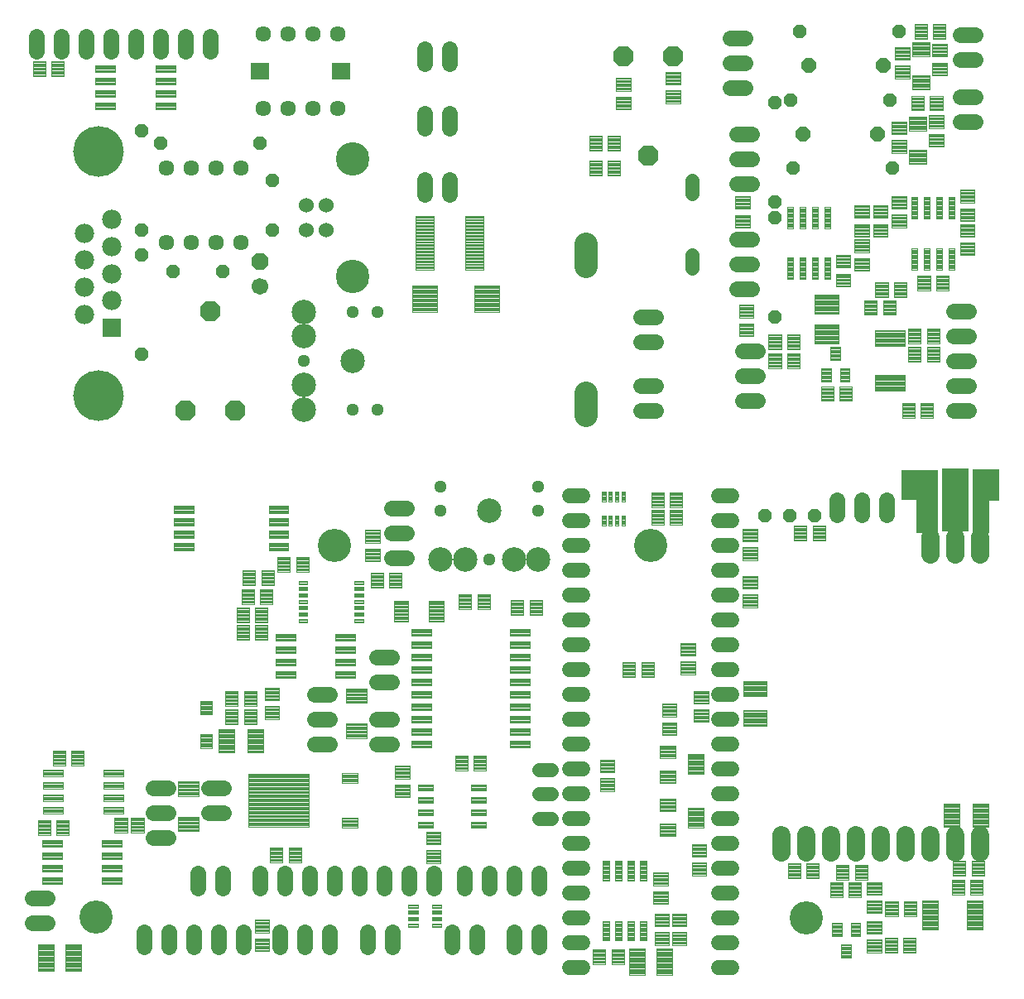
<source format=gbs>
G75*
G70*
%OFA0B0*%
%FSLAX24Y24*%
%IPPOS*%
%LPD*%
%AMOC8*
5,1,8,0,0,1.08239X$1,22.5*
%
%ADD10C,0.1339*%
%ADD11R,0.1100X0.2550*%
%ADD12R,0.0700X0.2550*%
%ADD13R,0.0850X0.2550*%
%ADD14R,0.1450X0.1200*%
%ADD15R,0.1100X0.1250*%
%ADD16R,0.0750X0.0700*%
%ADD17C,0.0044*%
%ADD18C,0.0043*%
%ADD19C,0.0594*%
%ADD20C,0.0042*%
%ADD21C,0.0512*%
%ADD22C,0.0985*%
%ADD23C,0.0749*%
%ADD24C,0.0041*%
%ADD25C,0.0560*%
%ADD26C,0.0640*%
%ADD27OC8,0.0560*%
%ADD28C,0.0043*%
%ADD29C,0.0043*%
%ADD30C,0.0041*%
%ADD31C,0.0040*%
%ADD32OC8,0.0600*%
%ADD33C,0.0041*%
%ADD34C,0.0041*%
%ADD35C,0.0040*%
%ADD36C,0.0634*%
%ADD37R,0.0780X0.0780*%
%ADD38C,0.0780*%
%ADD39C,0.2040*%
%ADD40C,0.1346*%
%ADD41C,0.0602*%
%ADD42OC8,0.0670*%
%ADD43C,0.0670*%
%ADD44OC8,0.0808*%
%ADD45C,0.0925*%
%ADD46C,0.0046*%
%ADD47C,0.0042*%
D10*
X006274Y003301D03*
X015874Y018251D03*
X028624Y018251D03*
X034874Y003251D03*
D11*
X040874Y020076D03*
D12*
X041924Y020026D03*
D13*
X039749Y020026D03*
D14*
X039449Y020701D03*
D15*
X042124Y020676D03*
D16*
X016149Y037351D03*
X012899Y037351D03*
D17*
X005002Y037744D02*
X004494Y037744D01*
X005002Y037744D02*
X005002Y037158D01*
X004494Y037158D01*
X004494Y037744D01*
X004494Y037201D02*
X005002Y037201D01*
X005002Y037244D02*
X004494Y037244D01*
X004494Y037287D02*
X005002Y037287D01*
X005002Y037330D02*
X004494Y037330D01*
X004494Y037373D02*
X005002Y037373D01*
X005002Y037416D02*
X004494Y037416D01*
X004494Y037459D02*
X005002Y037459D01*
X005002Y037502D02*
X004494Y037502D01*
X004494Y037545D02*
X005002Y037545D01*
X005002Y037588D02*
X004494Y037588D01*
X004494Y037631D02*
X005002Y037631D01*
X005002Y037674D02*
X004494Y037674D01*
X004494Y037717D02*
X005002Y037717D01*
X004254Y037744D02*
X003746Y037744D01*
X004254Y037744D02*
X004254Y037158D01*
X003746Y037158D01*
X003746Y037744D01*
X003746Y037201D02*
X004254Y037201D01*
X004254Y037244D02*
X003746Y037244D01*
X003746Y037287D02*
X004254Y037287D01*
X004254Y037330D02*
X003746Y037330D01*
X003746Y037373D02*
X004254Y037373D01*
X004254Y037416D02*
X003746Y037416D01*
X003746Y037459D02*
X004254Y037459D01*
X004254Y037502D02*
X003746Y037502D01*
X003746Y037545D02*
X004254Y037545D01*
X004254Y037588D02*
X003746Y037588D01*
X003746Y037631D02*
X004254Y037631D01*
X004254Y037674D02*
X003746Y037674D01*
X003746Y037717D02*
X004254Y037717D01*
X017131Y018879D02*
X017131Y018371D01*
X017131Y018879D02*
X017717Y018879D01*
X017717Y018371D01*
X017131Y018371D01*
X017131Y018414D02*
X017717Y018414D01*
X017717Y018457D02*
X017131Y018457D01*
X017131Y018500D02*
X017717Y018500D01*
X017717Y018543D02*
X017131Y018543D01*
X017131Y018586D02*
X017717Y018586D01*
X017717Y018629D02*
X017131Y018629D01*
X017131Y018672D02*
X017717Y018672D01*
X017717Y018715D02*
X017131Y018715D01*
X017131Y018758D02*
X017717Y018758D01*
X017717Y018801D02*
X017131Y018801D01*
X017131Y018844D02*
X017717Y018844D01*
X017131Y018131D02*
X017131Y017623D01*
X017131Y018131D02*
X017717Y018131D01*
X017717Y017623D01*
X017131Y017623D01*
X017131Y017666D02*
X017717Y017666D01*
X017717Y017709D02*
X017131Y017709D01*
X017131Y017752D02*
X017717Y017752D01*
X017717Y017795D02*
X017131Y017795D01*
X017131Y017838D02*
X017717Y017838D01*
X017717Y017881D02*
X017131Y017881D01*
X017131Y017924D02*
X017717Y017924D01*
X017717Y017967D02*
X017131Y017967D01*
X017131Y018010D02*
X017717Y018010D01*
X017717Y018053D02*
X017131Y018053D01*
X017131Y018096D02*
X017717Y018096D01*
X017854Y017144D02*
X017346Y017144D01*
X017854Y017144D02*
X017854Y016558D01*
X017346Y016558D01*
X017346Y017144D01*
X017346Y016601D02*
X017854Y016601D01*
X017854Y016644D02*
X017346Y016644D01*
X017346Y016687D02*
X017854Y016687D01*
X017854Y016730D02*
X017346Y016730D01*
X017346Y016773D02*
X017854Y016773D01*
X017854Y016816D02*
X017346Y016816D01*
X017346Y016859D02*
X017854Y016859D01*
X017854Y016902D02*
X017346Y016902D01*
X017346Y016945D02*
X017854Y016945D01*
X017854Y016988D02*
X017346Y016988D01*
X017346Y017031D02*
X017854Y017031D01*
X017854Y017074D02*
X017346Y017074D01*
X017346Y017117D02*
X017854Y017117D01*
X018094Y017144D02*
X018602Y017144D01*
X018602Y016558D01*
X018094Y016558D01*
X018094Y017144D01*
X018094Y016601D02*
X018602Y016601D01*
X018602Y016644D02*
X018094Y016644D01*
X018094Y016687D02*
X018602Y016687D01*
X018602Y016730D02*
X018094Y016730D01*
X018094Y016773D02*
X018602Y016773D01*
X018602Y016816D02*
X018094Y016816D01*
X018094Y016859D02*
X018602Y016859D01*
X018602Y016902D02*
X018094Y016902D01*
X018094Y016945D02*
X018602Y016945D01*
X018602Y016988D02*
X018094Y016988D01*
X018094Y017031D02*
X018602Y017031D01*
X018602Y017074D02*
X018094Y017074D01*
X018094Y017117D02*
X018602Y017117D01*
X018859Y015190D02*
X018273Y015190D01*
X018273Y016012D01*
X018859Y016012D01*
X018859Y015190D01*
X018859Y015233D02*
X018273Y015233D01*
X018273Y015276D02*
X018859Y015276D01*
X018859Y015319D02*
X018273Y015319D01*
X018273Y015362D02*
X018859Y015362D01*
X018859Y015405D02*
X018273Y015405D01*
X018273Y015448D02*
X018859Y015448D01*
X018859Y015491D02*
X018273Y015491D01*
X018273Y015534D02*
X018859Y015534D01*
X018859Y015577D02*
X018273Y015577D01*
X018273Y015620D02*
X018859Y015620D01*
X018859Y015663D02*
X018273Y015663D01*
X018273Y015706D02*
X018859Y015706D01*
X018859Y015749D02*
X018273Y015749D01*
X018273Y015792D02*
X018859Y015792D01*
X018859Y015835D02*
X018273Y015835D01*
X018273Y015878D02*
X018859Y015878D01*
X018859Y015921D02*
X018273Y015921D01*
X018273Y015964D02*
X018859Y015964D01*
X018859Y016007D02*
X018273Y016007D01*
X019690Y015190D02*
X020276Y015190D01*
X019690Y015190D02*
X019690Y016012D01*
X020276Y016012D01*
X020276Y015190D01*
X020276Y015233D02*
X019690Y015233D01*
X019690Y015276D02*
X020276Y015276D01*
X020276Y015319D02*
X019690Y015319D01*
X019690Y015362D02*
X020276Y015362D01*
X020276Y015405D02*
X019690Y015405D01*
X019690Y015448D02*
X020276Y015448D01*
X020276Y015491D02*
X019690Y015491D01*
X019690Y015534D02*
X020276Y015534D01*
X020276Y015577D02*
X019690Y015577D01*
X019690Y015620D02*
X020276Y015620D01*
X020276Y015663D02*
X019690Y015663D01*
X019690Y015706D02*
X020276Y015706D01*
X020276Y015749D02*
X019690Y015749D01*
X019690Y015792D02*
X020276Y015792D01*
X020276Y015835D02*
X019690Y015835D01*
X019690Y015878D02*
X020276Y015878D01*
X020276Y015921D02*
X019690Y015921D01*
X019690Y015964D02*
X020276Y015964D01*
X020276Y016007D02*
X019690Y016007D01*
X020896Y015708D02*
X021404Y015708D01*
X020896Y015708D02*
X020896Y016294D01*
X021404Y016294D01*
X021404Y015708D01*
X021404Y015751D02*
X020896Y015751D01*
X020896Y015794D02*
X021404Y015794D01*
X021404Y015837D02*
X020896Y015837D01*
X020896Y015880D02*
X021404Y015880D01*
X021404Y015923D02*
X020896Y015923D01*
X020896Y015966D02*
X021404Y015966D01*
X021404Y016009D02*
X020896Y016009D01*
X020896Y016052D02*
X021404Y016052D01*
X021404Y016095D02*
X020896Y016095D01*
X020896Y016138D02*
X021404Y016138D01*
X021404Y016181D02*
X020896Y016181D01*
X020896Y016224D02*
X021404Y016224D01*
X021404Y016267D02*
X020896Y016267D01*
X021644Y015708D02*
X022152Y015708D01*
X021644Y015708D02*
X021644Y016294D01*
X022152Y016294D01*
X022152Y015708D01*
X022152Y015751D02*
X021644Y015751D01*
X021644Y015794D02*
X022152Y015794D01*
X022152Y015837D02*
X021644Y015837D01*
X021644Y015880D02*
X022152Y015880D01*
X022152Y015923D02*
X021644Y015923D01*
X021644Y015966D02*
X022152Y015966D01*
X022152Y016009D02*
X021644Y016009D01*
X021644Y016052D02*
X022152Y016052D01*
X022152Y016095D02*
X021644Y016095D01*
X021644Y016138D02*
X022152Y016138D01*
X022152Y016181D02*
X021644Y016181D01*
X021644Y016224D02*
X022152Y016224D01*
X022152Y016267D02*
X021644Y016267D01*
X022996Y015458D02*
X023504Y015458D01*
X022996Y015458D02*
X022996Y016044D01*
X023504Y016044D01*
X023504Y015458D01*
X023504Y015501D02*
X022996Y015501D01*
X022996Y015544D02*
X023504Y015544D01*
X023504Y015587D02*
X022996Y015587D01*
X022996Y015630D02*
X023504Y015630D01*
X023504Y015673D02*
X022996Y015673D01*
X022996Y015716D02*
X023504Y015716D01*
X023504Y015759D02*
X022996Y015759D01*
X022996Y015802D02*
X023504Y015802D01*
X023504Y015845D02*
X022996Y015845D01*
X022996Y015888D02*
X023504Y015888D01*
X023504Y015931D02*
X022996Y015931D01*
X022996Y015974D02*
X023504Y015974D01*
X023504Y016017D02*
X022996Y016017D01*
X023744Y015458D02*
X024252Y015458D01*
X023744Y015458D02*
X023744Y016044D01*
X024252Y016044D01*
X024252Y015458D01*
X024252Y015501D02*
X023744Y015501D01*
X023744Y015544D02*
X024252Y015544D01*
X024252Y015587D02*
X023744Y015587D01*
X023744Y015630D02*
X024252Y015630D01*
X024252Y015673D02*
X023744Y015673D01*
X023744Y015716D02*
X024252Y015716D01*
X024252Y015759D02*
X023744Y015759D01*
X023744Y015802D02*
X024252Y015802D01*
X024252Y015845D02*
X023744Y015845D01*
X023744Y015888D02*
X024252Y015888D01*
X024252Y015931D02*
X023744Y015931D01*
X023744Y015974D02*
X024252Y015974D01*
X024252Y016017D02*
X023744Y016017D01*
X027496Y013544D02*
X028004Y013544D01*
X028004Y012958D01*
X027496Y012958D01*
X027496Y013544D01*
X027496Y013001D02*
X028004Y013001D01*
X028004Y013044D02*
X027496Y013044D01*
X027496Y013087D02*
X028004Y013087D01*
X028004Y013130D02*
X027496Y013130D01*
X027496Y013173D02*
X028004Y013173D01*
X028004Y013216D02*
X027496Y013216D01*
X027496Y013259D02*
X028004Y013259D01*
X028004Y013302D02*
X027496Y013302D01*
X027496Y013345D02*
X028004Y013345D01*
X028004Y013388D02*
X027496Y013388D01*
X027496Y013431D02*
X028004Y013431D01*
X028004Y013474D02*
X027496Y013474D01*
X027496Y013517D02*
X028004Y013517D01*
X028244Y013544D02*
X028752Y013544D01*
X028752Y012958D01*
X028244Y012958D01*
X028244Y013544D01*
X028244Y013001D02*
X028752Y013001D01*
X028752Y013044D02*
X028244Y013044D01*
X028244Y013087D02*
X028752Y013087D01*
X028752Y013130D02*
X028244Y013130D01*
X028244Y013173D02*
X028752Y013173D01*
X028752Y013216D02*
X028244Y013216D01*
X028244Y013259D02*
X028752Y013259D01*
X028752Y013302D02*
X028244Y013302D01*
X028244Y013345D02*
X028752Y013345D01*
X028752Y013388D02*
X028244Y013388D01*
X028244Y013431D02*
X028752Y013431D01*
X028752Y013474D02*
X028244Y013474D01*
X028244Y013517D02*
X028752Y013517D01*
X030417Y013581D02*
X030417Y013073D01*
X029831Y013073D01*
X029831Y013581D01*
X030417Y013581D01*
X030417Y013116D02*
X029831Y013116D01*
X029831Y013159D02*
X030417Y013159D01*
X030417Y013202D02*
X029831Y013202D01*
X029831Y013245D02*
X030417Y013245D01*
X030417Y013288D02*
X029831Y013288D01*
X029831Y013331D02*
X030417Y013331D01*
X030417Y013374D02*
X029831Y013374D01*
X029831Y013417D02*
X030417Y013417D01*
X030417Y013460D02*
X029831Y013460D01*
X029831Y013503D02*
X030417Y013503D01*
X030417Y013546D02*
X029831Y013546D01*
X030417Y013821D02*
X030417Y014329D01*
X030417Y013821D02*
X029831Y013821D01*
X029831Y014329D01*
X030417Y014329D01*
X030417Y013864D02*
X029831Y013864D01*
X029831Y013907D02*
X030417Y013907D01*
X030417Y013950D02*
X029831Y013950D01*
X029831Y013993D02*
X030417Y013993D01*
X030417Y014036D02*
X029831Y014036D01*
X029831Y014079D02*
X030417Y014079D01*
X030417Y014122D02*
X029831Y014122D01*
X029831Y014165D02*
X030417Y014165D01*
X030417Y014208D02*
X029831Y014208D01*
X029831Y014251D02*
X030417Y014251D01*
X030417Y014294D02*
X029831Y014294D01*
X030942Y012404D02*
X030942Y011896D01*
X030356Y011896D01*
X030356Y012404D01*
X030942Y012404D01*
X030942Y011939D02*
X030356Y011939D01*
X030356Y011982D02*
X030942Y011982D01*
X030942Y012025D02*
X030356Y012025D01*
X030356Y012068D02*
X030942Y012068D01*
X030942Y012111D02*
X030356Y012111D01*
X030356Y012154D02*
X030942Y012154D01*
X030942Y012197D02*
X030356Y012197D01*
X030356Y012240D02*
X030942Y012240D01*
X030942Y012283D02*
X030356Y012283D01*
X030356Y012326D02*
X030942Y012326D01*
X030942Y012369D02*
X030356Y012369D01*
X029081Y011879D02*
X029081Y011371D01*
X029081Y011879D02*
X029667Y011879D01*
X029667Y011371D01*
X029081Y011371D01*
X029081Y011414D02*
X029667Y011414D01*
X029667Y011457D02*
X029081Y011457D01*
X029081Y011500D02*
X029667Y011500D01*
X029667Y011543D02*
X029081Y011543D01*
X029081Y011586D02*
X029667Y011586D01*
X029667Y011629D02*
X029081Y011629D01*
X029081Y011672D02*
X029667Y011672D01*
X029667Y011715D02*
X029081Y011715D01*
X029081Y011758D02*
X029667Y011758D01*
X029667Y011801D02*
X029081Y011801D01*
X029081Y011844D02*
X029667Y011844D01*
X029081Y011131D02*
X029081Y010623D01*
X029081Y011131D02*
X029667Y011131D01*
X029667Y010623D01*
X029081Y010623D01*
X029081Y010666D02*
X029667Y010666D01*
X029667Y010709D02*
X029081Y010709D01*
X029081Y010752D02*
X029667Y010752D01*
X029667Y010795D02*
X029081Y010795D01*
X029081Y010838D02*
X029667Y010838D01*
X029667Y010881D02*
X029081Y010881D01*
X029081Y010924D02*
X029667Y010924D01*
X029667Y010967D02*
X029081Y010967D01*
X029081Y011010D02*
X029667Y011010D01*
X029667Y011053D02*
X029081Y011053D01*
X029081Y011096D02*
X029667Y011096D01*
X030942Y011148D02*
X030942Y011656D01*
X030942Y011148D02*
X030356Y011148D01*
X030356Y011656D01*
X030942Y011656D01*
X030942Y011191D02*
X030356Y011191D01*
X030356Y011234D02*
X030942Y011234D01*
X030942Y011277D02*
X030356Y011277D01*
X030356Y011320D02*
X030942Y011320D01*
X030942Y011363D02*
X030356Y011363D01*
X030356Y011406D02*
X030942Y011406D01*
X030942Y011449D02*
X030356Y011449D01*
X030356Y011492D02*
X030942Y011492D01*
X030942Y011535D02*
X030356Y011535D01*
X030356Y011578D02*
X030942Y011578D01*
X030942Y011621D02*
X030356Y011621D01*
X029617Y010207D02*
X029617Y009699D01*
X028991Y009699D01*
X028991Y010207D01*
X029617Y010207D01*
X029617Y009742D02*
X028991Y009742D01*
X028991Y009785D02*
X029617Y009785D01*
X029617Y009828D02*
X028991Y009828D01*
X028991Y009871D02*
X029617Y009871D01*
X029617Y009914D02*
X028991Y009914D01*
X028991Y009957D02*
X029617Y009957D01*
X029617Y010000D02*
X028991Y010000D01*
X028991Y010043D02*
X029617Y010043D01*
X029617Y010086D02*
X028991Y010086D01*
X028991Y010129D02*
X029617Y010129D01*
X029617Y010172D02*
X028991Y010172D01*
X029617Y009203D02*
X029617Y008695D01*
X028991Y008695D01*
X028991Y009203D01*
X029617Y009203D01*
X029617Y008738D02*
X028991Y008738D01*
X028991Y008781D02*
X029617Y008781D01*
X029617Y008824D02*
X028991Y008824D01*
X028991Y008867D02*
X029617Y008867D01*
X029617Y008910D02*
X028991Y008910D01*
X028991Y008953D02*
X029617Y008953D01*
X029617Y008996D02*
X028991Y008996D01*
X028991Y009039D02*
X029617Y009039D01*
X029617Y009082D02*
X028991Y009082D01*
X028991Y009125D02*
X029617Y009125D01*
X029617Y009168D02*
X028991Y009168D01*
X029617Y008057D02*
X029617Y007549D01*
X028991Y007549D01*
X028991Y008057D01*
X029617Y008057D01*
X029617Y007592D02*
X028991Y007592D01*
X028991Y007635D02*
X029617Y007635D01*
X029617Y007678D02*
X028991Y007678D01*
X028991Y007721D02*
X029617Y007721D01*
X029617Y007764D02*
X028991Y007764D01*
X028991Y007807D02*
X029617Y007807D01*
X029617Y007850D02*
X028991Y007850D01*
X028991Y007893D02*
X029617Y007893D01*
X029617Y007936D02*
X028991Y007936D01*
X028991Y007979D02*
X029617Y007979D01*
X029617Y008022D02*
X028991Y008022D01*
X029617Y007053D02*
X029617Y006545D01*
X028991Y006545D01*
X028991Y007053D01*
X029617Y007053D01*
X029617Y006588D02*
X028991Y006588D01*
X028991Y006631D02*
X029617Y006631D01*
X029617Y006674D02*
X028991Y006674D01*
X028991Y006717D02*
X029617Y006717D01*
X029617Y006760D02*
X028991Y006760D01*
X028991Y006803D02*
X029617Y006803D01*
X029617Y006846D02*
X028991Y006846D01*
X028991Y006889D02*
X029617Y006889D01*
X029617Y006932D02*
X028991Y006932D01*
X028991Y006975D02*
X029617Y006975D01*
X029617Y007018D02*
X028991Y007018D01*
X030281Y006229D02*
X030281Y005721D01*
X030281Y006229D02*
X030867Y006229D01*
X030867Y005721D01*
X030281Y005721D01*
X030281Y005764D02*
X030867Y005764D01*
X030867Y005807D02*
X030281Y005807D01*
X030281Y005850D02*
X030867Y005850D01*
X030867Y005893D02*
X030281Y005893D01*
X030281Y005936D02*
X030867Y005936D01*
X030867Y005979D02*
X030281Y005979D01*
X030281Y006022D02*
X030867Y006022D01*
X030867Y006065D02*
X030281Y006065D01*
X030281Y006108D02*
X030867Y006108D01*
X030867Y006151D02*
X030281Y006151D01*
X030281Y006194D02*
X030867Y006194D01*
X030281Y005481D02*
X030281Y004973D01*
X030281Y005481D02*
X030867Y005481D01*
X030867Y004973D01*
X030281Y004973D01*
X030281Y005016D02*
X030867Y005016D01*
X030867Y005059D02*
X030281Y005059D01*
X030281Y005102D02*
X030867Y005102D01*
X030867Y005145D02*
X030281Y005145D01*
X030281Y005188D02*
X030867Y005188D01*
X030867Y005231D02*
X030281Y005231D01*
X030281Y005274D02*
X030867Y005274D01*
X030867Y005317D02*
X030281Y005317D01*
X030281Y005360D02*
X030867Y005360D01*
X030867Y005403D02*
X030281Y005403D01*
X030281Y005446D02*
X030867Y005446D01*
X029317Y005079D02*
X029317Y004571D01*
X028731Y004571D01*
X028731Y005079D01*
X029317Y005079D01*
X029317Y004614D02*
X028731Y004614D01*
X028731Y004657D02*
X029317Y004657D01*
X029317Y004700D02*
X028731Y004700D01*
X028731Y004743D02*
X029317Y004743D01*
X029317Y004786D02*
X028731Y004786D01*
X028731Y004829D02*
X029317Y004829D01*
X029317Y004872D02*
X028731Y004872D01*
X028731Y004915D02*
X029317Y004915D01*
X029317Y004958D02*
X028731Y004958D01*
X028731Y005001D02*
X029317Y005001D01*
X029317Y005044D02*
X028731Y005044D01*
X029317Y004331D02*
X029317Y003823D01*
X028731Y003823D01*
X028731Y004331D01*
X029317Y004331D01*
X029317Y003866D02*
X028731Y003866D01*
X028731Y003909D02*
X029317Y003909D01*
X029317Y003952D02*
X028731Y003952D01*
X028731Y003995D02*
X029317Y003995D01*
X029317Y004038D02*
X028731Y004038D01*
X028731Y004081D02*
X029317Y004081D01*
X029317Y004124D02*
X028731Y004124D01*
X028731Y004167D02*
X029317Y004167D01*
X029317Y004210D02*
X028731Y004210D01*
X028731Y004253D02*
X029317Y004253D01*
X029317Y004296D02*
X028731Y004296D01*
X028781Y003429D02*
X028781Y002921D01*
X028781Y003429D02*
X029367Y003429D01*
X029367Y002921D01*
X028781Y002921D01*
X028781Y002964D02*
X029367Y002964D01*
X029367Y003007D02*
X028781Y003007D01*
X028781Y003050D02*
X029367Y003050D01*
X029367Y003093D02*
X028781Y003093D01*
X028781Y003136D02*
X029367Y003136D01*
X029367Y003179D02*
X028781Y003179D01*
X028781Y003222D02*
X029367Y003222D01*
X029367Y003265D02*
X028781Y003265D01*
X028781Y003308D02*
X029367Y003308D01*
X029367Y003351D02*
X028781Y003351D01*
X028781Y003394D02*
X029367Y003394D01*
X030067Y003429D02*
X030067Y002921D01*
X029481Y002921D01*
X029481Y003429D01*
X030067Y003429D01*
X030067Y002964D02*
X029481Y002964D01*
X029481Y003007D02*
X030067Y003007D01*
X030067Y003050D02*
X029481Y003050D01*
X029481Y003093D02*
X030067Y003093D01*
X030067Y003136D02*
X029481Y003136D01*
X029481Y003179D02*
X030067Y003179D01*
X030067Y003222D02*
X029481Y003222D01*
X029481Y003265D02*
X030067Y003265D01*
X030067Y003308D02*
X029481Y003308D01*
X029481Y003351D02*
X030067Y003351D01*
X030067Y003394D02*
X029481Y003394D01*
X030067Y002681D02*
X030067Y002173D01*
X029481Y002173D01*
X029481Y002681D01*
X030067Y002681D01*
X030067Y002216D02*
X029481Y002216D01*
X029481Y002259D02*
X030067Y002259D01*
X030067Y002302D02*
X029481Y002302D01*
X029481Y002345D02*
X030067Y002345D01*
X030067Y002388D02*
X029481Y002388D01*
X029481Y002431D02*
X030067Y002431D01*
X030067Y002474D02*
X029481Y002474D01*
X029481Y002517D02*
X030067Y002517D01*
X030067Y002560D02*
X029481Y002560D01*
X029481Y002603D02*
X030067Y002603D01*
X030067Y002646D02*
X029481Y002646D01*
X028781Y002681D02*
X028781Y002173D01*
X028781Y002681D02*
X029367Y002681D01*
X029367Y002173D01*
X028781Y002173D01*
X028781Y002216D02*
X029367Y002216D01*
X029367Y002259D02*
X028781Y002259D01*
X028781Y002302D02*
X029367Y002302D01*
X029367Y002345D02*
X028781Y002345D01*
X028781Y002388D02*
X029367Y002388D01*
X029367Y002431D02*
X028781Y002431D01*
X028781Y002474D02*
X029367Y002474D01*
X029367Y002517D02*
X028781Y002517D01*
X028781Y002560D02*
X029367Y002560D01*
X029367Y002603D02*
X028781Y002603D01*
X028781Y002646D02*
X029367Y002646D01*
X027552Y001408D02*
X027044Y001408D01*
X027044Y001994D01*
X027552Y001994D01*
X027552Y001408D01*
X027552Y001451D02*
X027044Y001451D01*
X027044Y001494D02*
X027552Y001494D01*
X027552Y001537D02*
X027044Y001537D01*
X027044Y001580D02*
X027552Y001580D01*
X027552Y001623D02*
X027044Y001623D01*
X027044Y001666D02*
X027552Y001666D01*
X027552Y001709D02*
X027044Y001709D01*
X027044Y001752D02*
X027552Y001752D01*
X027552Y001795D02*
X027044Y001795D01*
X027044Y001838D02*
X027552Y001838D01*
X027552Y001881D02*
X027044Y001881D01*
X027044Y001924D02*
X027552Y001924D01*
X027552Y001967D02*
X027044Y001967D01*
X026804Y001408D02*
X026296Y001408D01*
X026296Y001994D01*
X026804Y001994D01*
X026804Y001408D01*
X026804Y001451D02*
X026296Y001451D01*
X026296Y001494D02*
X026804Y001494D01*
X026804Y001537D02*
X026296Y001537D01*
X026296Y001580D02*
X026804Y001580D01*
X026804Y001623D02*
X026296Y001623D01*
X026296Y001666D02*
X026804Y001666D01*
X026804Y001709D02*
X026296Y001709D01*
X026296Y001752D02*
X026804Y001752D01*
X026804Y001795D02*
X026296Y001795D01*
X026296Y001838D02*
X026804Y001838D01*
X026804Y001881D02*
X026296Y001881D01*
X026296Y001924D02*
X026804Y001924D01*
X026804Y001967D02*
X026296Y001967D01*
X019581Y005473D02*
X019581Y005981D01*
X020167Y005981D01*
X020167Y005473D01*
X019581Y005473D01*
X019581Y005516D02*
X020167Y005516D01*
X020167Y005559D02*
X019581Y005559D01*
X019581Y005602D02*
X020167Y005602D01*
X020167Y005645D02*
X019581Y005645D01*
X019581Y005688D02*
X020167Y005688D01*
X020167Y005731D02*
X019581Y005731D01*
X019581Y005774D02*
X020167Y005774D01*
X020167Y005817D02*
X019581Y005817D01*
X019581Y005860D02*
X020167Y005860D01*
X020167Y005903D02*
X019581Y005903D01*
X019581Y005946D02*
X020167Y005946D01*
X019581Y006221D02*
X019581Y006729D01*
X020167Y006729D01*
X020167Y006221D01*
X019581Y006221D01*
X019581Y006264D02*
X020167Y006264D01*
X020167Y006307D02*
X019581Y006307D01*
X019581Y006350D02*
X020167Y006350D01*
X020167Y006393D02*
X019581Y006393D01*
X019581Y006436D02*
X020167Y006436D01*
X020167Y006479D02*
X019581Y006479D01*
X019581Y006522D02*
X020167Y006522D01*
X020167Y006565D02*
X019581Y006565D01*
X019581Y006608D02*
X020167Y006608D01*
X020167Y006651D02*
X019581Y006651D01*
X019581Y006694D02*
X020167Y006694D01*
X018331Y008123D02*
X018331Y008631D01*
X018917Y008631D01*
X018917Y008123D01*
X018331Y008123D01*
X018331Y008166D02*
X018917Y008166D01*
X018917Y008209D02*
X018331Y008209D01*
X018331Y008252D02*
X018917Y008252D01*
X018917Y008295D02*
X018331Y008295D01*
X018331Y008338D02*
X018917Y008338D01*
X018917Y008381D02*
X018331Y008381D01*
X018331Y008424D02*
X018917Y008424D01*
X018917Y008467D02*
X018331Y008467D01*
X018331Y008510D02*
X018917Y008510D01*
X018917Y008553D02*
X018331Y008553D01*
X018331Y008596D02*
X018917Y008596D01*
X018331Y008871D02*
X018331Y009379D01*
X018917Y009379D01*
X018917Y008871D01*
X018331Y008871D01*
X018331Y008914D02*
X018917Y008914D01*
X018917Y008957D02*
X018331Y008957D01*
X018331Y009000D02*
X018917Y009000D01*
X018917Y009043D02*
X018331Y009043D01*
X018331Y009086D02*
X018917Y009086D01*
X018917Y009129D02*
X018331Y009129D01*
X018331Y009172D02*
X018917Y009172D01*
X018917Y009215D02*
X018331Y009215D01*
X018331Y009258D02*
X018917Y009258D01*
X018917Y009301D02*
X018331Y009301D01*
X018331Y009344D02*
X018917Y009344D01*
X020746Y009794D02*
X021254Y009794D01*
X021254Y009208D01*
X020746Y009208D01*
X020746Y009794D01*
X020746Y009251D02*
X021254Y009251D01*
X021254Y009294D02*
X020746Y009294D01*
X020746Y009337D02*
X021254Y009337D01*
X021254Y009380D02*
X020746Y009380D01*
X020746Y009423D02*
X021254Y009423D01*
X021254Y009466D02*
X020746Y009466D01*
X020746Y009509D02*
X021254Y009509D01*
X021254Y009552D02*
X020746Y009552D01*
X020746Y009595D02*
X021254Y009595D01*
X021254Y009638D02*
X020746Y009638D01*
X020746Y009681D02*
X021254Y009681D01*
X021254Y009724D02*
X020746Y009724D01*
X020746Y009767D02*
X021254Y009767D01*
X021494Y009794D02*
X022002Y009794D01*
X022002Y009208D01*
X021494Y009208D01*
X021494Y009794D01*
X021494Y009251D02*
X022002Y009251D01*
X022002Y009294D02*
X021494Y009294D01*
X021494Y009337D02*
X022002Y009337D01*
X022002Y009380D02*
X021494Y009380D01*
X021494Y009423D02*
X022002Y009423D01*
X022002Y009466D02*
X021494Y009466D01*
X021494Y009509D02*
X022002Y009509D01*
X022002Y009552D02*
X021494Y009552D01*
X021494Y009595D02*
X022002Y009595D01*
X022002Y009638D02*
X021494Y009638D01*
X021494Y009681D02*
X022002Y009681D01*
X022002Y009724D02*
X021494Y009724D01*
X021494Y009767D02*
X022002Y009767D01*
X027167Y009629D02*
X027167Y009121D01*
X026581Y009121D01*
X026581Y009629D01*
X027167Y009629D01*
X027167Y009164D02*
X026581Y009164D01*
X026581Y009207D02*
X027167Y009207D01*
X027167Y009250D02*
X026581Y009250D01*
X026581Y009293D02*
X027167Y009293D01*
X027167Y009336D02*
X026581Y009336D01*
X026581Y009379D02*
X027167Y009379D01*
X027167Y009422D02*
X026581Y009422D01*
X026581Y009465D02*
X027167Y009465D01*
X027167Y009508D02*
X026581Y009508D01*
X026581Y009551D02*
X027167Y009551D01*
X027167Y009594D02*
X026581Y009594D01*
X027167Y008881D02*
X027167Y008373D01*
X026581Y008373D01*
X026581Y008881D01*
X027167Y008881D01*
X027167Y008416D02*
X026581Y008416D01*
X026581Y008459D02*
X027167Y008459D01*
X027167Y008502D02*
X026581Y008502D01*
X026581Y008545D02*
X027167Y008545D01*
X027167Y008588D02*
X026581Y008588D01*
X026581Y008631D02*
X027167Y008631D01*
X027167Y008674D02*
X026581Y008674D01*
X026581Y008717D02*
X027167Y008717D01*
X027167Y008760D02*
X026581Y008760D01*
X026581Y008803D02*
X027167Y008803D01*
X027167Y008846D02*
X026581Y008846D01*
X034146Y004858D02*
X034654Y004858D01*
X034146Y004858D02*
X034146Y005444D01*
X034654Y005444D01*
X034654Y004858D01*
X034654Y004901D02*
X034146Y004901D01*
X034146Y004944D02*
X034654Y004944D01*
X034654Y004987D02*
X034146Y004987D01*
X034146Y005030D02*
X034654Y005030D01*
X034654Y005073D02*
X034146Y005073D01*
X034146Y005116D02*
X034654Y005116D01*
X034654Y005159D02*
X034146Y005159D01*
X034146Y005202D02*
X034654Y005202D01*
X034654Y005245D02*
X034146Y005245D01*
X034146Y005288D02*
X034654Y005288D01*
X034654Y005331D02*
X034146Y005331D01*
X034146Y005374D02*
X034654Y005374D01*
X034654Y005417D02*
X034146Y005417D01*
X034894Y004858D02*
X035402Y004858D01*
X034894Y004858D02*
X034894Y005444D01*
X035402Y005444D01*
X035402Y004858D01*
X035402Y004901D02*
X034894Y004901D01*
X034894Y004944D02*
X035402Y004944D01*
X035402Y004987D02*
X034894Y004987D01*
X034894Y005030D02*
X035402Y005030D01*
X035402Y005073D02*
X034894Y005073D01*
X034894Y005116D02*
X035402Y005116D01*
X035402Y005159D02*
X034894Y005159D01*
X034894Y005202D02*
X035402Y005202D01*
X035402Y005245D02*
X034894Y005245D01*
X034894Y005288D02*
X035402Y005288D01*
X035402Y005331D02*
X034894Y005331D01*
X034894Y005374D02*
X035402Y005374D01*
X035402Y005417D02*
X034894Y005417D01*
X036096Y005394D02*
X036604Y005394D01*
X036604Y004808D01*
X036096Y004808D01*
X036096Y005394D01*
X036096Y004851D02*
X036604Y004851D01*
X036604Y004894D02*
X036096Y004894D01*
X036096Y004937D02*
X036604Y004937D01*
X036604Y004980D02*
X036096Y004980D01*
X036096Y005023D02*
X036604Y005023D01*
X036604Y005066D02*
X036096Y005066D01*
X036096Y005109D02*
X036604Y005109D01*
X036604Y005152D02*
X036096Y005152D01*
X036096Y005195D02*
X036604Y005195D01*
X036604Y005238D02*
X036096Y005238D01*
X036096Y005281D02*
X036604Y005281D01*
X036604Y005324D02*
X036096Y005324D01*
X036096Y005367D02*
X036604Y005367D01*
X036844Y005394D02*
X037352Y005394D01*
X037352Y004808D01*
X036844Y004808D01*
X036844Y005394D01*
X036844Y004851D02*
X037352Y004851D01*
X037352Y004894D02*
X036844Y004894D01*
X036844Y004937D02*
X037352Y004937D01*
X037352Y004980D02*
X036844Y004980D01*
X036844Y005023D02*
X037352Y005023D01*
X037352Y005066D02*
X036844Y005066D01*
X036844Y005109D02*
X037352Y005109D01*
X037352Y005152D02*
X036844Y005152D01*
X036844Y005195D02*
X037352Y005195D01*
X037352Y005238D02*
X036844Y005238D01*
X036844Y005281D02*
X037352Y005281D01*
X037352Y005324D02*
X036844Y005324D01*
X036844Y005367D02*
X037352Y005367D01*
X037331Y004704D02*
X037331Y004196D01*
X037331Y004704D02*
X037917Y004704D01*
X037917Y004196D01*
X037331Y004196D01*
X037331Y004239D02*
X037917Y004239D01*
X037917Y004282D02*
X037331Y004282D01*
X037331Y004325D02*
X037917Y004325D01*
X037917Y004368D02*
X037331Y004368D01*
X037331Y004411D02*
X037917Y004411D01*
X037917Y004454D02*
X037331Y004454D01*
X037331Y004497D02*
X037917Y004497D01*
X037917Y004540D02*
X037331Y004540D01*
X037331Y004583D02*
X037917Y004583D01*
X037917Y004626D02*
X037331Y004626D01*
X037331Y004669D02*
X037917Y004669D01*
X037331Y003956D02*
X037331Y003448D01*
X037331Y003956D02*
X037917Y003956D01*
X037917Y003448D01*
X037331Y003448D01*
X037331Y003491D02*
X037917Y003491D01*
X037917Y003534D02*
X037331Y003534D01*
X037331Y003577D02*
X037917Y003577D01*
X037917Y003620D02*
X037331Y003620D01*
X037331Y003663D02*
X037917Y003663D01*
X037917Y003706D02*
X037331Y003706D01*
X037331Y003749D02*
X037917Y003749D01*
X037917Y003792D02*
X037331Y003792D01*
X037331Y003835D02*
X037917Y003835D01*
X037917Y003878D02*
X037331Y003878D01*
X037331Y003921D02*
X037917Y003921D01*
X038071Y003333D02*
X038579Y003333D01*
X038071Y003333D02*
X038071Y003919D01*
X038579Y003919D01*
X038579Y003333D01*
X038579Y003376D02*
X038071Y003376D01*
X038071Y003419D02*
X038579Y003419D01*
X038579Y003462D02*
X038071Y003462D01*
X038071Y003505D02*
X038579Y003505D01*
X038579Y003548D02*
X038071Y003548D01*
X038071Y003591D02*
X038579Y003591D01*
X038579Y003634D02*
X038071Y003634D01*
X038071Y003677D02*
X038579Y003677D01*
X038579Y003720D02*
X038071Y003720D01*
X038071Y003763D02*
X038579Y003763D01*
X038579Y003806D02*
X038071Y003806D01*
X038071Y003849D02*
X038579Y003849D01*
X038579Y003892D02*
X038071Y003892D01*
X037331Y003129D02*
X037331Y002621D01*
X037331Y003129D02*
X037917Y003129D01*
X037917Y002621D01*
X037331Y002621D01*
X037331Y002664D02*
X037917Y002664D01*
X037917Y002707D02*
X037331Y002707D01*
X037331Y002750D02*
X037917Y002750D01*
X037917Y002793D02*
X037331Y002793D01*
X037331Y002836D02*
X037917Y002836D01*
X037917Y002879D02*
X037331Y002879D01*
X037331Y002922D02*
X037917Y002922D01*
X037917Y002965D02*
X037331Y002965D01*
X037331Y003008D02*
X037917Y003008D01*
X037917Y003051D02*
X037331Y003051D01*
X037331Y003094D02*
X037917Y003094D01*
X037331Y002381D02*
X037331Y001873D01*
X037331Y002381D02*
X037917Y002381D01*
X037917Y001873D01*
X037331Y001873D01*
X037331Y001916D02*
X037917Y001916D01*
X037917Y001959D02*
X037331Y001959D01*
X037331Y002002D02*
X037917Y002002D01*
X037917Y002045D02*
X037331Y002045D01*
X037331Y002088D02*
X037917Y002088D01*
X037917Y002131D02*
X037331Y002131D01*
X037331Y002174D02*
X037917Y002174D01*
X037917Y002217D02*
X037331Y002217D01*
X037331Y002260D02*
X037917Y002260D01*
X037917Y002303D02*
X037331Y002303D01*
X037331Y002346D02*
X037917Y002346D01*
X038046Y001858D02*
X038554Y001858D01*
X038046Y001858D02*
X038046Y002444D01*
X038554Y002444D01*
X038554Y001858D01*
X038554Y001901D02*
X038046Y001901D01*
X038046Y001944D02*
X038554Y001944D01*
X038554Y001987D02*
X038046Y001987D01*
X038046Y002030D02*
X038554Y002030D01*
X038554Y002073D02*
X038046Y002073D01*
X038046Y002116D02*
X038554Y002116D01*
X038554Y002159D02*
X038046Y002159D01*
X038046Y002202D02*
X038554Y002202D01*
X038554Y002245D02*
X038046Y002245D01*
X038046Y002288D02*
X038554Y002288D01*
X038554Y002331D02*
X038046Y002331D01*
X038046Y002374D02*
X038554Y002374D01*
X038554Y002417D02*
X038046Y002417D01*
X038794Y001858D02*
X039302Y001858D01*
X038794Y001858D02*
X038794Y002444D01*
X039302Y002444D01*
X039302Y001858D01*
X039302Y001901D02*
X038794Y001901D01*
X038794Y001944D02*
X039302Y001944D01*
X039302Y001987D02*
X038794Y001987D01*
X038794Y002030D02*
X039302Y002030D01*
X039302Y002073D02*
X038794Y002073D01*
X038794Y002116D02*
X039302Y002116D01*
X039302Y002159D02*
X038794Y002159D01*
X038794Y002202D02*
X039302Y002202D01*
X039302Y002245D02*
X038794Y002245D01*
X038794Y002288D02*
X039302Y002288D01*
X039302Y002331D02*
X038794Y002331D01*
X038794Y002374D02*
X039302Y002374D01*
X039302Y002417D02*
X038794Y002417D01*
X038819Y003333D02*
X039327Y003333D01*
X038819Y003333D02*
X038819Y003919D01*
X039327Y003919D01*
X039327Y003333D01*
X039327Y003376D02*
X038819Y003376D01*
X038819Y003419D02*
X039327Y003419D01*
X039327Y003462D02*
X038819Y003462D01*
X038819Y003505D02*
X039327Y003505D01*
X039327Y003548D02*
X038819Y003548D01*
X038819Y003591D02*
X039327Y003591D01*
X039327Y003634D02*
X038819Y003634D01*
X038819Y003677D02*
X039327Y003677D01*
X039327Y003720D02*
X038819Y003720D01*
X038819Y003763D02*
X039327Y003763D01*
X039327Y003806D02*
X038819Y003806D01*
X038819Y003849D02*
X039327Y003849D01*
X039327Y003892D02*
X038819Y003892D01*
X037102Y004694D02*
X036594Y004694D01*
X037102Y004694D02*
X037102Y004108D01*
X036594Y004108D01*
X036594Y004694D01*
X036594Y004151D02*
X037102Y004151D01*
X037102Y004194D02*
X036594Y004194D01*
X036594Y004237D02*
X037102Y004237D01*
X037102Y004280D02*
X036594Y004280D01*
X036594Y004323D02*
X037102Y004323D01*
X037102Y004366D02*
X036594Y004366D01*
X036594Y004409D02*
X037102Y004409D01*
X037102Y004452D02*
X036594Y004452D01*
X036594Y004495D02*
X037102Y004495D01*
X037102Y004538D02*
X036594Y004538D01*
X036594Y004581D02*
X037102Y004581D01*
X037102Y004624D02*
X036594Y004624D01*
X036594Y004667D02*
X037102Y004667D01*
X036354Y004694D02*
X035846Y004694D01*
X036354Y004694D02*
X036354Y004108D01*
X035846Y004108D01*
X035846Y004694D01*
X035846Y004151D02*
X036354Y004151D01*
X036354Y004194D02*
X035846Y004194D01*
X035846Y004237D02*
X036354Y004237D01*
X036354Y004280D02*
X035846Y004280D01*
X035846Y004323D02*
X036354Y004323D01*
X036354Y004366D02*
X035846Y004366D01*
X035846Y004409D02*
X036354Y004409D01*
X036354Y004452D02*
X035846Y004452D01*
X035846Y004495D02*
X036354Y004495D01*
X036354Y004538D02*
X035846Y004538D01*
X035846Y004581D02*
X036354Y004581D01*
X036354Y004624D02*
X035846Y004624D01*
X035846Y004667D02*
X036354Y004667D01*
X040746Y004794D02*
X041254Y004794D01*
X041254Y004208D01*
X040746Y004208D01*
X040746Y004794D01*
X040746Y004251D02*
X041254Y004251D01*
X041254Y004294D02*
X040746Y004294D01*
X040746Y004337D02*
X041254Y004337D01*
X041254Y004380D02*
X040746Y004380D01*
X040746Y004423D02*
X041254Y004423D01*
X041254Y004466D02*
X040746Y004466D01*
X040746Y004509D02*
X041254Y004509D01*
X041254Y004552D02*
X040746Y004552D01*
X040746Y004595D02*
X041254Y004595D01*
X041254Y004638D02*
X040746Y004638D01*
X040746Y004681D02*
X041254Y004681D01*
X041254Y004724D02*
X040746Y004724D01*
X040746Y004767D02*
X041254Y004767D01*
X041494Y004794D02*
X042002Y004794D01*
X042002Y004208D01*
X041494Y004208D01*
X041494Y004794D01*
X041494Y004251D02*
X042002Y004251D01*
X042002Y004294D02*
X041494Y004294D01*
X041494Y004337D02*
X042002Y004337D01*
X042002Y004380D02*
X041494Y004380D01*
X041494Y004423D02*
X042002Y004423D01*
X042002Y004466D02*
X041494Y004466D01*
X041494Y004509D02*
X042002Y004509D01*
X042002Y004552D02*
X041494Y004552D01*
X041494Y004595D02*
X042002Y004595D01*
X042002Y004638D02*
X041494Y004638D01*
X041494Y004681D02*
X042002Y004681D01*
X042002Y004724D02*
X041494Y004724D01*
X041494Y004767D02*
X042002Y004767D01*
X042052Y005544D02*
X041544Y005544D01*
X042052Y005544D02*
X042052Y004958D01*
X041544Y004958D01*
X041544Y005544D01*
X041544Y005001D02*
X042052Y005001D01*
X042052Y005044D02*
X041544Y005044D01*
X041544Y005087D02*
X042052Y005087D01*
X042052Y005130D02*
X041544Y005130D01*
X041544Y005173D02*
X042052Y005173D01*
X042052Y005216D02*
X041544Y005216D01*
X041544Y005259D02*
X042052Y005259D01*
X042052Y005302D02*
X041544Y005302D01*
X041544Y005345D02*
X042052Y005345D01*
X042052Y005388D02*
X041544Y005388D01*
X041544Y005431D02*
X042052Y005431D01*
X042052Y005474D02*
X041544Y005474D01*
X041544Y005517D02*
X042052Y005517D01*
X041304Y005544D02*
X040796Y005544D01*
X041304Y005544D02*
X041304Y004958D01*
X040796Y004958D01*
X040796Y005544D01*
X040796Y005001D02*
X041304Y005001D01*
X041304Y005044D02*
X040796Y005044D01*
X040796Y005087D02*
X041304Y005087D01*
X041304Y005130D02*
X040796Y005130D01*
X040796Y005173D02*
X041304Y005173D01*
X041304Y005216D02*
X040796Y005216D01*
X040796Y005259D02*
X041304Y005259D01*
X041304Y005302D02*
X040796Y005302D01*
X040796Y005345D02*
X041304Y005345D01*
X041304Y005388D02*
X040796Y005388D01*
X040796Y005431D02*
X041304Y005431D01*
X041304Y005474D02*
X040796Y005474D01*
X040796Y005517D02*
X041304Y005517D01*
X032331Y015773D02*
X032331Y016281D01*
X032917Y016281D01*
X032917Y015773D01*
X032331Y015773D01*
X032331Y015816D02*
X032917Y015816D01*
X032917Y015859D02*
X032331Y015859D01*
X032331Y015902D02*
X032917Y015902D01*
X032917Y015945D02*
X032331Y015945D01*
X032331Y015988D02*
X032917Y015988D01*
X032917Y016031D02*
X032331Y016031D01*
X032331Y016074D02*
X032917Y016074D01*
X032917Y016117D02*
X032331Y016117D01*
X032331Y016160D02*
X032917Y016160D01*
X032917Y016203D02*
X032331Y016203D01*
X032331Y016246D02*
X032917Y016246D01*
X032331Y016521D02*
X032331Y017029D01*
X032917Y017029D01*
X032917Y016521D01*
X032331Y016521D01*
X032331Y016564D02*
X032917Y016564D01*
X032917Y016607D02*
X032331Y016607D01*
X032331Y016650D02*
X032917Y016650D01*
X032917Y016693D02*
X032331Y016693D01*
X032331Y016736D02*
X032917Y016736D01*
X032917Y016779D02*
X032331Y016779D01*
X032331Y016822D02*
X032917Y016822D01*
X032917Y016865D02*
X032331Y016865D01*
X032331Y016908D02*
X032917Y016908D01*
X032917Y016951D02*
X032331Y016951D01*
X032331Y016994D02*
X032917Y016994D01*
X032917Y017673D02*
X032917Y018181D01*
X032917Y017673D02*
X032331Y017673D01*
X032331Y018181D01*
X032917Y018181D01*
X032917Y017716D02*
X032331Y017716D01*
X032331Y017759D02*
X032917Y017759D01*
X032917Y017802D02*
X032331Y017802D01*
X032331Y017845D02*
X032917Y017845D01*
X032917Y017888D02*
X032331Y017888D01*
X032331Y017931D02*
X032917Y017931D01*
X032917Y017974D02*
X032331Y017974D01*
X032331Y018017D02*
X032917Y018017D01*
X032917Y018060D02*
X032331Y018060D01*
X032331Y018103D02*
X032917Y018103D01*
X032917Y018146D02*
X032331Y018146D01*
X032917Y018421D02*
X032917Y018929D01*
X032917Y018421D02*
X032331Y018421D01*
X032331Y018929D01*
X032917Y018929D01*
X032917Y018464D02*
X032331Y018464D01*
X032331Y018507D02*
X032917Y018507D01*
X032917Y018550D02*
X032331Y018550D01*
X032331Y018593D02*
X032917Y018593D01*
X032917Y018636D02*
X032331Y018636D01*
X032331Y018679D02*
X032917Y018679D01*
X032917Y018722D02*
X032331Y018722D01*
X032331Y018765D02*
X032917Y018765D01*
X032917Y018808D02*
X032331Y018808D01*
X032331Y018851D02*
X032917Y018851D01*
X032917Y018894D02*
X032331Y018894D01*
X034396Y018458D02*
X034904Y018458D01*
X034396Y018458D02*
X034396Y019044D01*
X034904Y019044D01*
X034904Y018458D01*
X034904Y018501D02*
X034396Y018501D01*
X034396Y018544D02*
X034904Y018544D01*
X034904Y018587D02*
X034396Y018587D01*
X034396Y018630D02*
X034904Y018630D01*
X034904Y018673D02*
X034396Y018673D01*
X034396Y018716D02*
X034904Y018716D01*
X034904Y018759D02*
X034396Y018759D01*
X034396Y018802D02*
X034904Y018802D01*
X034904Y018845D02*
X034396Y018845D01*
X034396Y018888D02*
X034904Y018888D01*
X034904Y018931D02*
X034396Y018931D01*
X034396Y018974D02*
X034904Y018974D01*
X034904Y019017D02*
X034396Y019017D01*
X035144Y018458D02*
X035652Y018458D01*
X035144Y018458D02*
X035144Y019044D01*
X035652Y019044D01*
X035652Y018458D01*
X035652Y018501D02*
X035144Y018501D01*
X035144Y018544D02*
X035652Y018544D01*
X035652Y018587D02*
X035144Y018587D01*
X035144Y018630D02*
X035652Y018630D01*
X035652Y018673D02*
X035144Y018673D01*
X035144Y018716D02*
X035652Y018716D01*
X035652Y018759D02*
X035144Y018759D01*
X035144Y018802D02*
X035652Y018802D01*
X035652Y018845D02*
X035144Y018845D01*
X035144Y018888D02*
X035652Y018888D01*
X035652Y018931D02*
X035144Y018931D01*
X035144Y018974D02*
X035652Y018974D01*
X035652Y019017D02*
X035144Y019017D01*
X038746Y023994D02*
X039254Y023994D01*
X039254Y023408D01*
X038746Y023408D01*
X038746Y023994D01*
X038746Y023451D02*
X039254Y023451D01*
X039254Y023494D02*
X038746Y023494D01*
X038746Y023537D02*
X039254Y023537D01*
X039254Y023580D02*
X038746Y023580D01*
X038746Y023623D02*
X039254Y023623D01*
X039254Y023666D02*
X038746Y023666D01*
X038746Y023709D02*
X039254Y023709D01*
X039254Y023752D02*
X038746Y023752D01*
X038746Y023795D02*
X039254Y023795D01*
X039254Y023838D02*
X038746Y023838D01*
X038746Y023881D02*
X039254Y023881D01*
X039254Y023924D02*
X038746Y023924D01*
X038746Y023967D02*
X039254Y023967D01*
X039494Y023994D02*
X040002Y023994D01*
X040002Y023408D01*
X039494Y023408D01*
X039494Y023994D01*
X039494Y023451D02*
X040002Y023451D01*
X040002Y023494D02*
X039494Y023494D01*
X039494Y023537D02*
X040002Y023537D01*
X040002Y023580D02*
X039494Y023580D01*
X039494Y023623D02*
X040002Y023623D01*
X040002Y023666D02*
X039494Y023666D01*
X039494Y023709D02*
X040002Y023709D01*
X040002Y023752D02*
X039494Y023752D01*
X039494Y023795D02*
X040002Y023795D01*
X040002Y023838D02*
X039494Y023838D01*
X039494Y023881D02*
X040002Y023881D01*
X040002Y023924D02*
X039494Y023924D01*
X039494Y023967D02*
X040002Y023967D01*
X040252Y026244D02*
X039744Y026244D01*
X040252Y026244D02*
X040252Y025658D01*
X039744Y025658D01*
X039744Y026244D01*
X039744Y025701D02*
X040252Y025701D01*
X040252Y025744D02*
X039744Y025744D01*
X039744Y025787D02*
X040252Y025787D01*
X040252Y025830D02*
X039744Y025830D01*
X039744Y025873D02*
X040252Y025873D01*
X040252Y025916D02*
X039744Y025916D01*
X039744Y025959D02*
X040252Y025959D01*
X040252Y026002D02*
X039744Y026002D01*
X039744Y026045D02*
X040252Y026045D01*
X040252Y026088D02*
X039744Y026088D01*
X039744Y026131D02*
X040252Y026131D01*
X040252Y026174D02*
X039744Y026174D01*
X039744Y026217D02*
X040252Y026217D01*
X040252Y026994D02*
X039744Y026994D01*
X040252Y026994D02*
X040252Y026408D01*
X039744Y026408D01*
X039744Y026994D01*
X039744Y026451D02*
X040252Y026451D01*
X040252Y026494D02*
X039744Y026494D01*
X039744Y026537D02*
X040252Y026537D01*
X040252Y026580D02*
X039744Y026580D01*
X039744Y026623D02*
X040252Y026623D01*
X040252Y026666D02*
X039744Y026666D01*
X039744Y026709D02*
X040252Y026709D01*
X040252Y026752D02*
X039744Y026752D01*
X039744Y026795D02*
X040252Y026795D01*
X040252Y026838D02*
X039744Y026838D01*
X039744Y026881D02*
X040252Y026881D01*
X040252Y026924D02*
X039744Y026924D01*
X039744Y026967D02*
X040252Y026967D01*
X039504Y026994D02*
X038996Y026994D01*
X039504Y026994D02*
X039504Y026408D01*
X038996Y026408D01*
X038996Y026994D01*
X038996Y026451D02*
X039504Y026451D01*
X039504Y026494D02*
X038996Y026494D01*
X038996Y026537D02*
X039504Y026537D01*
X039504Y026580D02*
X038996Y026580D01*
X038996Y026623D02*
X039504Y026623D01*
X039504Y026666D02*
X038996Y026666D01*
X038996Y026709D02*
X039504Y026709D01*
X039504Y026752D02*
X038996Y026752D01*
X038996Y026795D02*
X039504Y026795D01*
X039504Y026838D02*
X038996Y026838D01*
X038996Y026881D02*
X039504Y026881D01*
X039504Y026924D02*
X038996Y026924D01*
X038996Y026967D02*
X039504Y026967D01*
X039504Y026244D02*
X038996Y026244D01*
X039504Y026244D02*
X039504Y025658D01*
X038996Y025658D01*
X038996Y026244D01*
X038996Y025701D02*
X039504Y025701D01*
X039504Y025744D02*
X038996Y025744D01*
X038996Y025787D02*
X039504Y025787D01*
X039504Y025830D02*
X038996Y025830D01*
X038996Y025873D02*
X039504Y025873D01*
X039504Y025916D02*
X038996Y025916D01*
X038996Y025959D02*
X039504Y025959D01*
X039504Y026002D02*
X038996Y026002D01*
X038996Y026045D02*
X039504Y026045D01*
X039504Y026088D02*
X038996Y026088D01*
X038996Y026131D02*
X039504Y026131D01*
X039504Y026174D02*
X038996Y026174D01*
X038996Y026217D02*
X039504Y026217D01*
X038486Y028131D02*
X037978Y028131D01*
X038486Y028131D02*
X038486Y027545D01*
X037978Y027545D01*
X037978Y028131D01*
X037978Y027588D02*
X038486Y027588D01*
X038486Y027631D02*
X037978Y027631D01*
X037978Y027674D02*
X038486Y027674D01*
X038486Y027717D02*
X037978Y027717D01*
X037978Y027760D02*
X038486Y027760D01*
X038486Y027803D02*
X037978Y027803D01*
X037978Y027846D02*
X038486Y027846D01*
X038486Y027889D02*
X037978Y027889D01*
X037978Y027932D02*
X038486Y027932D01*
X038486Y027975D02*
X037978Y027975D01*
X037978Y028018D02*
X038486Y028018D01*
X038486Y028061D02*
X037978Y028061D01*
X037978Y028104D02*
X038486Y028104D01*
X038419Y028844D02*
X038927Y028844D01*
X038927Y028258D01*
X038419Y028258D01*
X038419Y028844D01*
X038419Y028301D02*
X038927Y028301D01*
X038927Y028344D02*
X038419Y028344D01*
X038419Y028387D02*
X038927Y028387D01*
X038927Y028430D02*
X038419Y028430D01*
X038419Y028473D02*
X038927Y028473D01*
X038927Y028516D02*
X038419Y028516D01*
X038419Y028559D02*
X038927Y028559D01*
X038927Y028602D02*
X038419Y028602D01*
X038419Y028645D02*
X038927Y028645D01*
X038927Y028688D02*
X038419Y028688D01*
X038419Y028731D02*
X038927Y028731D01*
X038927Y028774D02*
X038419Y028774D01*
X038419Y028817D02*
X038927Y028817D01*
X039371Y028533D02*
X039879Y028533D01*
X039371Y028533D02*
X039371Y029119D01*
X039879Y029119D01*
X039879Y028533D01*
X039879Y028576D02*
X039371Y028576D01*
X039371Y028619D02*
X039879Y028619D01*
X039879Y028662D02*
X039371Y028662D01*
X039371Y028705D02*
X039879Y028705D01*
X039879Y028748D02*
X039371Y028748D01*
X039371Y028791D02*
X039879Y028791D01*
X039879Y028834D02*
X039371Y028834D01*
X039371Y028877D02*
X039879Y028877D01*
X039879Y028920D02*
X039371Y028920D01*
X039371Y028963D02*
X039879Y028963D01*
X039879Y029006D02*
X039371Y029006D01*
X039371Y029049D02*
X039879Y029049D01*
X039879Y029092D02*
X039371Y029092D01*
X040119Y028533D02*
X040627Y028533D01*
X040119Y028533D02*
X040119Y029119D01*
X040627Y029119D01*
X040627Y028533D01*
X040627Y028576D02*
X040119Y028576D01*
X040119Y028619D02*
X040627Y028619D01*
X040627Y028662D02*
X040119Y028662D01*
X040119Y028705D02*
X040627Y028705D01*
X040627Y028748D02*
X040119Y028748D01*
X040119Y028791D02*
X040627Y028791D01*
X040627Y028834D02*
X040119Y028834D01*
X040119Y028877D02*
X040627Y028877D01*
X040627Y028920D02*
X040119Y028920D01*
X040119Y028963D02*
X040627Y028963D01*
X040627Y029006D02*
X040119Y029006D01*
X040119Y029049D02*
X040627Y029049D01*
X040627Y029092D02*
X040119Y029092D01*
X041081Y029948D02*
X041081Y030456D01*
X041667Y030456D01*
X041667Y029948D01*
X041081Y029948D01*
X041081Y029991D02*
X041667Y029991D01*
X041667Y030034D02*
X041081Y030034D01*
X041081Y030077D02*
X041667Y030077D01*
X041667Y030120D02*
X041081Y030120D01*
X041081Y030163D02*
X041667Y030163D01*
X041667Y030206D02*
X041081Y030206D01*
X041081Y030249D02*
X041667Y030249D01*
X041667Y030292D02*
X041081Y030292D01*
X041081Y030335D02*
X041667Y030335D01*
X041667Y030378D02*
X041081Y030378D01*
X041081Y030421D02*
X041667Y030421D01*
X041081Y030696D02*
X041081Y031204D01*
X041667Y031204D01*
X041667Y030696D01*
X041081Y030696D01*
X041081Y030739D02*
X041667Y030739D01*
X041667Y030782D02*
X041081Y030782D01*
X041081Y030825D02*
X041667Y030825D01*
X041667Y030868D02*
X041081Y030868D01*
X041081Y030911D02*
X041667Y030911D01*
X041667Y030954D02*
X041081Y030954D01*
X041081Y030997D02*
X041667Y030997D01*
X041667Y031040D02*
X041081Y031040D01*
X041081Y031083D02*
X041667Y031083D01*
X041667Y031126D02*
X041081Y031126D01*
X041081Y031169D02*
X041667Y031169D01*
X041081Y031323D02*
X041081Y031831D01*
X041667Y031831D01*
X041667Y031323D01*
X041081Y031323D01*
X041081Y031366D02*
X041667Y031366D01*
X041667Y031409D02*
X041081Y031409D01*
X041081Y031452D02*
X041667Y031452D01*
X041667Y031495D02*
X041081Y031495D01*
X041081Y031538D02*
X041667Y031538D01*
X041667Y031581D02*
X041081Y031581D01*
X041081Y031624D02*
X041667Y031624D01*
X041667Y031667D02*
X041081Y031667D01*
X041081Y031710D02*
X041667Y031710D01*
X041667Y031753D02*
X041081Y031753D01*
X041081Y031796D02*
X041667Y031796D01*
X041081Y032071D02*
X041081Y032579D01*
X041667Y032579D01*
X041667Y032071D01*
X041081Y032071D01*
X041081Y032114D02*
X041667Y032114D01*
X041667Y032157D02*
X041081Y032157D01*
X041081Y032200D02*
X041667Y032200D01*
X041667Y032243D02*
X041081Y032243D01*
X041081Y032286D02*
X041667Y032286D01*
X041667Y032329D02*
X041081Y032329D01*
X041081Y032372D02*
X041667Y032372D01*
X041667Y032415D02*
X041081Y032415D01*
X041081Y032458D02*
X041667Y032458D01*
X041667Y032501D02*
X041081Y032501D01*
X041081Y032544D02*
X041667Y032544D01*
X040417Y034323D02*
X040417Y034831D01*
X040417Y034323D02*
X039831Y034323D01*
X039831Y034831D01*
X040417Y034831D01*
X040417Y034366D02*
X039831Y034366D01*
X039831Y034409D02*
X040417Y034409D01*
X040417Y034452D02*
X039831Y034452D01*
X039831Y034495D02*
X040417Y034495D01*
X040417Y034538D02*
X039831Y034538D01*
X039831Y034581D02*
X040417Y034581D01*
X040417Y034624D02*
X039831Y034624D01*
X039831Y034667D02*
X040417Y034667D01*
X040417Y034710D02*
X039831Y034710D01*
X039831Y034753D02*
X040417Y034753D01*
X040417Y034796D02*
X039831Y034796D01*
X040417Y035071D02*
X040417Y035579D01*
X040417Y035071D02*
X039831Y035071D01*
X039831Y035579D01*
X040417Y035579D01*
X040417Y035114D02*
X039831Y035114D01*
X039831Y035157D02*
X040417Y035157D01*
X040417Y035200D02*
X039831Y035200D01*
X039831Y035243D02*
X040417Y035243D01*
X040417Y035286D02*
X039831Y035286D01*
X039831Y035329D02*
X040417Y035329D01*
X040417Y035372D02*
X039831Y035372D01*
X039831Y035415D02*
X040417Y035415D01*
X040417Y035458D02*
X039831Y035458D01*
X039831Y035501D02*
X040417Y035501D01*
X040417Y035544D02*
X039831Y035544D01*
X039869Y036369D02*
X040377Y036369D01*
X040377Y035783D01*
X039869Y035783D01*
X039869Y036369D01*
X039869Y035826D02*
X040377Y035826D01*
X040377Y035869D02*
X039869Y035869D01*
X039869Y035912D02*
X040377Y035912D01*
X040377Y035955D02*
X039869Y035955D01*
X039869Y035998D02*
X040377Y035998D01*
X040377Y036041D02*
X039869Y036041D01*
X039869Y036084D02*
X040377Y036084D01*
X040377Y036127D02*
X039869Y036127D01*
X039869Y036170D02*
X040377Y036170D01*
X040377Y036213D02*
X039869Y036213D01*
X039869Y036256D02*
X040377Y036256D01*
X040377Y036299D02*
X039869Y036299D01*
X039869Y036342D02*
X040377Y036342D01*
X039629Y036369D02*
X039121Y036369D01*
X039629Y036369D02*
X039629Y035783D01*
X039121Y035783D01*
X039121Y036369D01*
X039121Y035826D02*
X039629Y035826D01*
X039629Y035869D02*
X039121Y035869D01*
X039121Y035912D02*
X039629Y035912D01*
X039629Y035955D02*
X039121Y035955D01*
X039121Y035998D02*
X039629Y035998D01*
X039629Y036041D02*
X039121Y036041D01*
X039121Y036084D02*
X039629Y036084D01*
X039629Y036127D02*
X039121Y036127D01*
X039121Y036170D02*
X039629Y036170D01*
X039629Y036213D02*
X039121Y036213D01*
X039121Y036256D02*
X039629Y036256D01*
X039629Y036299D02*
X039121Y036299D01*
X039121Y036342D02*
X039629Y036342D01*
X039042Y037073D02*
X039042Y037581D01*
X039042Y037073D02*
X038456Y037073D01*
X038456Y037581D01*
X039042Y037581D01*
X039042Y037116D02*
X038456Y037116D01*
X038456Y037159D02*
X039042Y037159D01*
X039042Y037202D02*
X038456Y037202D01*
X038456Y037245D02*
X039042Y037245D01*
X039042Y037288D02*
X038456Y037288D01*
X038456Y037331D02*
X039042Y037331D01*
X039042Y037374D02*
X038456Y037374D01*
X038456Y037417D02*
X039042Y037417D01*
X039042Y037460D02*
X038456Y037460D01*
X038456Y037503D02*
X039042Y037503D01*
X039042Y037546D02*
X038456Y037546D01*
X039042Y037821D02*
X039042Y038329D01*
X039042Y037821D02*
X038456Y037821D01*
X038456Y038329D01*
X039042Y038329D01*
X039042Y037864D02*
X038456Y037864D01*
X038456Y037907D02*
X039042Y037907D01*
X039042Y037950D02*
X038456Y037950D01*
X038456Y037993D02*
X039042Y037993D01*
X039042Y038036D02*
X038456Y038036D01*
X038456Y038079D02*
X039042Y038079D01*
X039042Y038122D02*
X038456Y038122D01*
X038456Y038165D02*
X039042Y038165D01*
X039042Y038208D02*
X038456Y038208D01*
X038456Y038251D02*
X039042Y038251D01*
X039042Y038294D02*
X038456Y038294D01*
X039246Y039244D02*
X039754Y039244D01*
X039754Y038658D01*
X039246Y038658D01*
X039246Y039244D01*
X039246Y038701D02*
X039754Y038701D01*
X039754Y038744D02*
X039246Y038744D01*
X039246Y038787D02*
X039754Y038787D01*
X039754Y038830D02*
X039246Y038830D01*
X039246Y038873D02*
X039754Y038873D01*
X039754Y038916D02*
X039246Y038916D01*
X039246Y038959D02*
X039754Y038959D01*
X039754Y039002D02*
X039246Y039002D01*
X039246Y039045D02*
X039754Y039045D01*
X039754Y039088D02*
X039246Y039088D01*
X039246Y039131D02*
X039754Y039131D01*
X039754Y039174D02*
X039246Y039174D01*
X039246Y039217D02*
X039754Y039217D01*
X039994Y039244D02*
X040502Y039244D01*
X040502Y038658D01*
X039994Y038658D01*
X039994Y039244D01*
X039994Y038701D02*
X040502Y038701D01*
X040502Y038744D02*
X039994Y038744D01*
X039994Y038787D02*
X040502Y038787D01*
X040502Y038830D02*
X039994Y038830D01*
X039994Y038873D02*
X040502Y038873D01*
X040502Y038916D02*
X039994Y038916D01*
X039994Y038959D02*
X040502Y038959D01*
X040502Y039002D02*
X039994Y039002D01*
X039994Y039045D02*
X040502Y039045D01*
X040502Y039088D02*
X039994Y039088D01*
X039994Y039131D02*
X040502Y039131D01*
X040502Y039174D02*
X039994Y039174D01*
X039994Y039217D02*
X040502Y039217D01*
X040542Y038454D02*
X040542Y037946D01*
X039956Y037946D01*
X039956Y038454D01*
X040542Y038454D01*
X040542Y037989D02*
X039956Y037989D01*
X039956Y038032D02*
X040542Y038032D01*
X040542Y038075D02*
X039956Y038075D01*
X039956Y038118D02*
X040542Y038118D01*
X040542Y038161D02*
X039956Y038161D01*
X039956Y038204D02*
X040542Y038204D01*
X040542Y038247D02*
X039956Y038247D01*
X039956Y038290D02*
X040542Y038290D01*
X040542Y038333D02*
X039956Y038333D01*
X039956Y038376D02*
X040542Y038376D01*
X040542Y038419D02*
X039956Y038419D01*
X040542Y037706D02*
X040542Y037198D01*
X039956Y037198D01*
X039956Y037706D01*
X040542Y037706D01*
X040542Y037241D02*
X039956Y037241D01*
X039956Y037284D02*
X040542Y037284D01*
X040542Y037327D02*
X039956Y037327D01*
X039956Y037370D02*
X040542Y037370D01*
X040542Y037413D02*
X039956Y037413D01*
X039956Y037456D02*
X040542Y037456D01*
X040542Y037499D02*
X039956Y037499D01*
X039956Y037542D02*
X040542Y037542D01*
X040542Y037585D02*
X039956Y037585D01*
X039956Y037628D02*
X040542Y037628D01*
X040542Y037671D02*
X039956Y037671D01*
X038917Y035329D02*
X038917Y034821D01*
X038331Y034821D01*
X038331Y035329D01*
X038917Y035329D01*
X038917Y034864D02*
X038331Y034864D01*
X038331Y034907D02*
X038917Y034907D01*
X038917Y034950D02*
X038331Y034950D01*
X038331Y034993D02*
X038917Y034993D01*
X038917Y035036D02*
X038331Y035036D01*
X038331Y035079D02*
X038917Y035079D01*
X038917Y035122D02*
X038331Y035122D01*
X038331Y035165D02*
X038917Y035165D01*
X038917Y035208D02*
X038331Y035208D01*
X038331Y035251D02*
X038917Y035251D01*
X038917Y035294D02*
X038331Y035294D01*
X038917Y034581D02*
X038917Y034073D01*
X038331Y034073D01*
X038331Y034581D01*
X038917Y034581D01*
X038917Y034116D02*
X038331Y034116D01*
X038331Y034159D02*
X038917Y034159D01*
X038917Y034202D02*
X038331Y034202D01*
X038331Y034245D02*
X038917Y034245D01*
X038917Y034288D02*
X038331Y034288D01*
X038331Y034331D02*
X038917Y034331D01*
X038917Y034374D02*
X038331Y034374D01*
X038331Y034417D02*
X038917Y034417D01*
X038917Y034460D02*
X038331Y034460D01*
X038331Y034503D02*
X038917Y034503D01*
X038917Y034546D02*
X038331Y034546D01*
X038331Y032329D02*
X038331Y031821D01*
X038331Y032329D02*
X038917Y032329D01*
X038917Y031821D01*
X038331Y031821D01*
X038331Y031864D02*
X038917Y031864D01*
X038917Y031907D02*
X038331Y031907D01*
X038331Y031950D02*
X038917Y031950D01*
X038917Y031993D02*
X038331Y031993D01*
X038331Y032036D02*
X038917Y032036D01*
X038917Y032079D02*
X038331Y032079D01*
X038331Y032122D02*
X038917Y032122D01*
X038917Y032165D02*
X038331Y032165D01*
X038331Y032208D02*
X038917Y032208D01*
X038917Y032251D02*
X038331Y032251D01*
X038331Y032294D02*
X038917Y032294D01*
X037581Y031954D02*
X037581Y031446D01*
X037581Y031954D02*
X038167Y031954D01*
X038167Y031446D01*
X037581Y031446D01*
X037581Y031489D02*
X038167Y031489D01*
X038167Y031532D02*
X037581Y031532D01*
X037581Y031575D02*
X038167Y031575D01*
X038167Y031618D02*
X037581Y031618D01*
X037581Y031661D02*
X038167Y031661D01*
X038167Y031704D02*
X037581Y031704D01*
X037581Y031747D02*
X038167Y031747D01*
X038167Y031790D02*
X037581Y031790D01*
X037581Y031833D02*
X038167Y031833D01*
X038167Y031876D02*
X037581Y031876D01*
X037581Y031919D02*
X038167Y031919D01*
X038331Y031581D02*
X038331Y031073D01*
X038331Y031581D02*
X038917Y031581D01*
X038917Y031073D01*
X038331Y031073D01*
X038331Y031116D02*
X038917Y031116D01*
X038917Y031159D02*
X038331Y031159D01*
X038331Y031202D02*
X038917Y031202D01*
X038917Y031245D02*
X038331Y031245D01*
X038331Y031288D02*
X038917Y031288D01*
X038917Y031331D02*
X038331Y031331D01*
X038331Y031374D02*
X038917Y031374D01*
X038917Y031417D02*
X038331Y031417D01*
X038331Y031460D02*
X038917Y031460D01*
X038917Y031503D02*
X038331Y031503D01*
X038331Y031546D02*
X038917Y031546D01*
X037581Y031206D02*
X037581Y030698D01*
X037581Y031206D02*
X038167Y031206D01*
X038167Y030698D01*
X037581Y030698D01*
X037581Y030741D02*
X038167Y030741D01*
X038167Y030784D02*
X037581Y030784D01*
X037581Y030827D02*
X038167Y030827D01*
X038167Y030870D02*
X037581Y030870D01*
X037581Y030913D02*
X038167Y030913D01*
X038167Y030956D02*
X037581Y030956D01*
X037581Y030999D02*
X038167Y030999D01*
X038167Y031042D02*
X037581Y031042D01*
X037581Y031085D02*
X038167Y031085D01*
X038167Y031128D02*
X037581Y031128D01*
X037581Y031171D02*
X038167Y031171D01*
X036831Y031206D02*
X036831Y030698D01*
X036831Y031206D02*
X037417Y031206D01*
X037417Y030698D01*
X036831Y030698D01*
X036831Y030741D02*
X037417Y030741D01*
X037417Y030784D02*
X036831Y030784D01*
X036831Y030827D02*
X037417Y030827D01*
X037417Y030870D02*
X036831Y030870D01*
X036831Y030913D02*
X037417Y030913D01*
X037417Y030956D02*
X036831Y030956D01*
X036831Y030999D02*
X037417Y030999D01*
X037417Y031042D02*
X036831Y031042D01*
X036831Y031085D02*
X037417Y031085D01*
X037417Y031128D02*
X036831Y031128D01*
X036831Y031171D02*
X037417Y031171D01*
X036831Y031446D02*
X036831Y031954D01*
X037417Y031954D01*
X037417Y031446D01*
X036831Y031446D01*
X036831Y031489D02*
X037417Y031489D01*
X037417Y031532D02*
X036831Y031532D01*
X036831Y031575D02*
X037417Y031575D01*
X037417Y031618D02*
X036831Y031618D01*
X036831Y031661D02*
X037417Y031661D01*
X037417Y031704D02*
X036831Y031704D01*
X036831Y031747D02*
X037417Y031747D01*
X037417Y031790D02*
X036831Y031790D01*
X036831Y031833D02*
X037417Y031833D01*
X037417Y031876D02*
X036831Y031876D01*
X036831Y031919D02*
X037417Y031919D01*
X036831Y030579D02*
X036831Y030071D01*
X036831Y030579D02*
X037417Y030579D01*
X037417Y030071D01*
X036831Y030071D01*
X036831Y030114D02*
X037417Y030114D01*
X037417Y030157D02*
X036831Y030157D01*
X036831Y030200D02*
X037417Y030200D01*
X037417Y030243D02*
X036831Y030243D01*
X036831Y030286D02*
X037417Y030286D01*
X037417Y030329D02*
X036831Y030329D01*
X036831Y030372D02*
X037417Y030372D01*
X037417Y030415D02*
X036831Y030415D01*
X036831Y030458D02*
X037417Y030458D01*
X037417Y030501D02*
X036831Y030501D01*
X036831Y030544D02*
X037417Y030544D01*
X036831Y029831D02*
X036831Y029323D01*
X036831Y029831D02*
X037417Y029831D01*
X037417Y029323D01*
X036831Y029323D01*
X036831Y029366D02*
X037417Y029366D01*
X037417Y029409D02*
X036831Y029409D01*
X036831Y029452D02*
X037417Y029452D01*
X037417Y029495D02*
X036831Y029495D01*
X036831Y029538D02*
X037417Y029538D01*
X037417Y029581D02*
X036831Y029581D01*
X036831Y029624D02*
X037417Y029624D01*
X037417Y029667D02*
X036831Y029667D01*
X036831Y029710D02*
X037417Y029710D01*
X037417Y029753D02*
X036831Y029753D01*
X036831Y029796D02*
X037417Y029796D01*
X036667Y029954D02*
X036667Y029446D01*
X036081Y029446D01*
X036081Y029954D01*
X036667Y029954D01*
X036667Y029489D02*
X036081Y029489D01*
X036081Y029532D02*
X036667Y029532D01*
X036667Y029575D02*
X036081Y029575D01*
X036081Y029618D02*
X036667Y029618D01*
X036667Y029661D02*
X036081Y029661D01*
X036081Y029704D02*
X036667Y029704D01*
X036667Y029747D02*
X036081Y029747D01*
X036081Y029790D02*
X036667Y029790D01*
X036667Y029833D02*
X036081Y029833D01*
X036081Y029876D02*
X036667Y029876D01*
X036667Y029919D02*
X036081Y029919D01*
X036667Y029206D02*
X036667Y028698D01*
X036081Y028698D01*
X036081Y029206D01*
X036667Y029206D01*
X036667Y028741D02*
X036081Y028741D01*
X036081Y028784D02*
X036667Y028784D01*
X036667Y028827D02*
X036081Y028827D01*
X036081Y028870D02*
X036667Y028870D01*
X036667Y028913D02*
X036081Y028913D01*
X036081Y028956D02*
X036667Y028956D01*
X036667Y028999D02*
X036081Y028999D01*
X036081Y029042D02*
X036667Y029042D01*
X036667Y029085D02*
X036081Y029085D01*
X036081Y029128D02*
X036667Y029128D01*
X036667Y029171D02*
X036081Y029171D01*
X037230Y028131D02*
X037738Y028131D01*
X037738Y027545D01*
X037230Y027545D01*
X037230Y028131D01*
X037230Y027588D02*
X037738Y027588D01*
X037738Y027631D02*
X037230Y027631D01*
X037230Y027674D02*
X037738Y027674D01*
X037738Y027717D02*
X037230Y027717D01*
X037230Y027760D02*
X037738Y027760D01*
X037738Y027803D02*
X037230Y027803D01*
X037230Y027846D02*
X037738Y027846D01*
X037738Y027889D02*
X037230Y027889D01*
X037230Y027932D02*
X037738Y027932D01*
X037738Y027975D02*
X037230Y027975D01*
X037230Y028018D02*
X037738Y028018D01*
X037738Y028061D02*
X037230Y028061D01*
X037230Y028104D02*
X037738Y028104D01*
X037671Y028844D02*
X038179Y028844D01*
X038179Y028258D01*
X037671Y028258D01*
X037671Y028844D01*
X037671Y028301D02*
X038179Y028301D01*
X038179Y028344D02*
X037671Y028344D01*
X037671Y028387D02*
X038179Y028387D01*
X038179Y028430D02*
X037671Y028430D01*
X037671Y028473D02*
X038179Y028473D01*
X038179Y028516D02*
X037671Y028516D01*
X037671Y028559D02*
X038179Y028559D01*
X038179Y028602D02*
X037671Y028602D01*
X037671Y028645D02*
X038179Y028645D01*
X038179Y028688D02*
X037671Y028688D01*
X037671Y028731D02*
X038179Y028731D01*
X038179Y028774D02*
X037671Y028774D01*
X037671Y028817D02*
X038179Y028817D01*
X034627Y026744D02*
X034119Y026744D01*
X034627Y026744D02*
X034627Y026158D01*
X034119Y026158D01*
X034119Y026744D01*
X034119Y026201D02*
X034627Y026201D01*
X034627Y026244D02*
X034119Y026244D01*
X034119Y026287D02*
X034627Y026287D01*
X034627Y026330D02*
X034119Y026330D01*
X034119Y026373D02*
X034627Y026373D01*
X034627Y026416D02*
X034119Y026416D01*
X034119Y026459D02*
X034627Y026459D01*
X034627Y026502D02*
X034119Y026502D01*
X034119Y026545D02*
X034627Y026545D01*
X034627Y026588D02*
X034119Y026588D01*
X034119Y026631D02*
X034627Y026631D01*
X034627Y026674D02*
X034119Y026674D01*
X034119Y026717D02*
X034627Y026717D01*
X033879Y026744D02*
X033371Y026744D01*
X033879Y026744D02*
X033879Y026158D01*
X033371Y026158D01*
X033371Y026744D01*
X033371Y026201D02*
X033879Y026201D01*
X033879Y026244D02*
X033371Y026244D01*
X033371Y026287D02*
X033879Y026287D01*
X033879Y026330D02*
X033371Y026330D01*
X033371Y026373D02*
X033879Y026373D01*
X033879Y026416D02*
X033371Y026416D01*
X033371Y026459D02*
X033879Y026459D01*
X033879Y026502D02*
X033371Y026502D01*
X033371Y026545D02*
X033879Y026545D01*
X033879Y026588D02*
X033371Y026588D01*
X033371Y026631D02*
X033879Y026631D01*
X033879Y026674D02*
X033371Y026674D01*
X033371Y026717D02*
X033879Y026717D01*
X033879Y025994D02*
X033371Y025994D01*
X033879Y025994D02*
X033879Y025408D01*
X033371Y025408D01*
X033371Y025994D01*
X033371Y025451D02*
X033879Y025451D01*
X033879Y025494D02*
X033371Y025494D01*
X033371Y025537D02*
X033879Y025537D01*
X033879Y025580D02*
X033371Y025580D01*
X033371Y025623D02*
X033879Y025623D01*
X033879Y025666D02*
X033371Y025666D01*
X033371Y025709D02*
X033879Y025709D01*
X033879Y025752D02*
X033371Y025752D01*
X033371Y025795D02*
X033879Y025795D01*
X033879Y025838D02*
X033371Y025838D01*
X033371Y025881D02*
X033879Y025881D01*
X033879Y025924D02*
X033371Y025924D01*
X033371Y025967D02*
X033879Y025967D01*
X034119Y025994D02*
X034627Y025994D01*
X034627Y025408D01*
X034119Y025408D01*
X034119Y025994D01*
X034119Y025451D02*
X034627Y025451D01*
X034627Y025494D02*
X034119Y025494D01*
X034119Y025537D02*
X034627Y025537D01*
X034627Y025580D02*
X034119Y025580D01*
X034119Y025623D02*
X034627Y025623D01*
X034627Y025666D02*
X034119Y025666D01*
X034119Y025709D02*
X034627Y025709D01*
X034627Y025752D02*
X034119Y025752D01*
X034119Y025795D02*
X034627Y025795D01*
X034627Y025838D02*
X034119Y025838D01*
X034119Y025881D02*
X034627Y025881D01*
X034627Y025924D02*
X034119Y025924D01*
X034119Y025967D02*
X034627Y025967D01*
X035477Y024672D02*
X035985Y024672D01*
X035985Y024086D01*
X035477Y024086D01*
X035477Y024672D01*
X035477Y024129D02*
X035985Y024129D01*
X035985Y024172D02*
X035477Y024172D01*
X035477Y024215D02*
X035985Y024215D01*
X035985Y024258D02*
X035477Y024258D01*
X035477Y024301D02*
X035985Y024301D01*
X035985Y024344D02*
X035477Y024344D01*
X035477Y024387D02*
X035985Y024387D01*
X035985Y024430D02*
X035477Y024430D01*
X035477Y024473D02*
X035985Y024473D01*
X035985Y024516D02*
X035477Y024516D01*
X035477Y024559D02*
X035985Y024559D01*
X035985Y024602D02*
X035477Y024602D01*
X035477Y024645D02*
X035985Y024645D01*
X036225Y024672D02*
X036733Y024672D01*
X036733Y024086D01*
X036225Y024086D01*
X036225Y024672D01*
X036225Y024129D02*
X036733Y024129D01*
X036733Y024172D02*
X036225Y024172D01*
X036225Y024215D02*
X036733Y024215D01*
X036733Y024258D02*
X036225Y024258D01*
X036225Y024301D02*
X036733Y024301D01*
X036733Y024344D02*
X036225Y024344D01*
X036225Y024387D02*
X036733Y024387D01*
X036733Y024430D02*
X036225Y024430D01*
X036225Y024473D02*
X036733Y024473D01*
X036733Y024516D02*
X036225Y024516D01*
X036225Y024559D02*
X036733Y024559D01*
X036733Y024602D02*
X036225Y024602D01*
X036225Y024645D02*
X036733Y024645D01*
X032184Y026693D02*
X032184Y027201D01*
X032770Y027201D01*
X032770Y026693D01*
X032184Y026693D01*
X032184Y026736D02*
X032770Y026736D01*
X032770Y026779D02*
X032184Y026779D01*
X032184Y026822D02*
X032770Y026822D01*
X032770Y026865D02*
X032184Y026865D01*
X032184Y026908D02*
X032770Y026908D01*
X032770Y026951D02*
X032184Y026951D01*
X032184Y026994D02*
X032770Y026994D01*
X032770Y027037D02*
X032184Y027037D01*
X032184Y027080D02*
X032770Y027080D01*
X032770Y027123D02*
X032184Y027123D01*
X032184Y027166D02*
X032770Y027166D01*
X032184Y027441D02*
X032184Y027949D01*
X032770Y027949D01*
X032770Y027441D01*
X032184Y027441D01*
X032184Y027484D02*
X032770Y027484D01*
X032770Y027527D02*
X032184Y027527D01*
X032184Y027570D02*
X032770Y027570D01*
X032770Y027613D02*
X032184Y027613D01*
X032184Y027656D02*
X032770Y027656D01*
X032770Y027699D02*
X032184Y027699D01*
X032184Y027742D02*
X032770Y027742D01*
X032770Y027785D02*
X032184Y027785D01*
X032184Y027828D02*
X032770Y027828D01*
X032770Y027871D02*
X032184Y027871D01*
X032184Y027914D02*
X032770Y027914D01*
X032026Y031063D02*
X032026Y031571D01*
X032612Y031571D01*
X032612Y031063D01*
X032026Y031063D01*
X032026Y031106D02*
X032612Y031106D01*
X032612Y031149D02*
X032026Y031149D01*
X032026Y031192D02*
X032612Y031192D01*
X032612Y031235D02*
X032026Y031235D01*
X032026Y031278D02*
X032612Y031278D01*
X032612Y031321D02*
X032026Y031321D01*
X032026Y031364D02*
X032612Y031364D01*
X032612Y031407D02*
X032026Y031407D01*
X032026Y031450D02*
X032612Y031450D01*
X032612Y031493D02*
X032026Y031493D01*
X032026Y031536D02*
X032612Y031536D01*
X032026Y031811D02*
X032026Y032319D01*
X032612Y032319D01*
X032612Y031811D01*
X032026Y031811D01*
X032026Y031854D02*
X032612Y031854D01*
X032612Y031897D02*
X032026Y031897D01*
X032026Y031940D02*
X032612Y031940D01*
X032612Y031983D02*
X032026Y031983D01*
X032026Y032026D02*
X032612Y032026D01*
X032612Y032069D02*
X032026Y032069D01*
X032026Y032112D02*
X032612Y032112D01*
X032612Y032155D02*
X032026Y032155D01*
X032026Y032198D02*
X032612Y032198D01*
X032612Y032241D02*
X032026Y032241D01*
X032026Y032284D02*
X032612Y032284D01*
X029231Y036073D02*
X029231Y036581D01*
X029817Y036581D01*
X029817Y036073D01*
X029231Y036073D01*
X029231Y036116D02*
X029817Y036116D01*
X029817Y036159D02*
X029231Y036159D01*
X029231Y036202D02*
X029817Y036202D01*
X029817Y036245D02*
X029231Y036245D01*
X029231Y036288D02*
X029817Y036288D01*
X029817Y036331D02*
X029231Y036331D01*
X029231Y036374D02*
X029817Y036374D01*
X029817Y036417D02*
X029231Y036417D01*
X029231Y036460D02*
X029817Y036460D01*
X029817Y036503D02*
X029231Y036503D01*
X029231Y036546D02*
X029817Y036546D01*
X029231Y036821D02*
X029231Y037329D01*
X029817Y037329D01*
X029817Y036821D01*
X029231Y036821D01*
X029231Y036864D02*
X029817Y036864D01*
X029817Y036907D02*
X029231Y036907D01*
X029231Y036950D02*
X029817Y036950D01*
X029817Y036993D02*
X029231Y036993D01*
X029231Y037036D02*
X029817Y037036D01*
X029817Y037079D02*
X029231Y037079D01*
X029231Y037122D02*
X029817Y037122D01*
X029817Y037165D02*
X029231Y037165D01*
X029231Y037208D02*
X029817Y037208D01*
X029817Y037251D02*
X029231Y037251D01*
X029231Y037294D02*
X029817Y037294D01*
X027817Y037079D02*
X027817Y036571D01*
X027231Y036571D01*
X027231Y037079D01*
X027817Y037079D01*
X027817Y036614D02*
X027231Y036614D01*
X027231Y036657D02*
X027817Y036657D01*
X027817Y036700D02*
X027231Y036700D01*
X027231Y036743D02*
X027817Y036743D01*
X027817Y036786D02*
X027231Y036786D01*
X027231Y036829D02*
X027817Y036829D01*
X027817Y036872D02*
X027231Y036872D01*
X027231Y036915D02*
X027817Y036915D01*
X027817Y036958D02*
X027231Y036958D01*
X027231Y037001D02*
X027817Y037001D01*
X027817Y037044D02*
X027231Y037044D01*
X027817Y036331D02*
X027817Y035823D01*
X027231Y035823D01*
X027231Y036331D01*
X027817Y036331D01*
X027817Y035866D02*
X027231Y035866D01*
X027231Y035909D02*
X027817Y035909D01*
X027817Y035952D02*
X027231Y035952D01*
X027231Y035995D02*
X027817Y035995D01*
X027817Y036038D02*
X027231Y036038D01*
X027231Y036081D02*
X027817Y036081D01*
X027817Y036124D02*
X027231Y036124D01*
X027231Y036167D02*
X027817Y036167D01*
X027817Y036210D02*
X027231Y036210D01*
X027231Y036253D02*
X027817Y036253D01*
X027817Y036296D02*
X027231Y036296D01*
X027402Y034744D02*
X026894Y034744D01*
X027402Y034744D02*
X027402Y034158D01*
X026894Y034158D01*
X026894Y034744D01*
X026894Y034201D02*
X027402Y034201D01*
X027402Y034244D02*
X026894Y034244D01*
X026894Y034287D02*
X027402Y034287D01*
X027402Y034330D02*
X026894Y034330D01*
X026894Y034373D02*
X027402Y034373D01*
X027402Y034416D02*
X026894Y034416D01*
X026894Y034459D02*
X027402Y034459D01*
X027402Y034502D02*
X026894Y034502D01*
X026894Y034545D02*
X027402Y034545D01*
X027402Y034588D02*
X026894Y034588D01*
X026894Y034631D02*
X027402Y034631D01*
X027402Y034674D02*
X026894Y034674D01*
X026894Y034717D02*
X027402Y034717D01*
X026654Y034744D02*
X026146Y034744D01*
X026654Y034744D02*
X026654Y034158D01*
X026146Y034158D01*
X026146Y034744D01*
X026146Y034201D02*
X026654Y034201D01*
X026654Y034244D02*
X026146Y034244D01*
X026146Y034287D02*
X026654Y034287D01*
X026654Y034330D02*
X026146Y034330D01*
X026146Y034373D02*
X026654Y034373D01*
X026654Y034416D02*
X026146Y034416D01*
X026146Y034459D02*
X026654Y034459D01*
X026654Y034502D02*
X026146Y034502D01*
X026146Y034545D02*
X026654Y034545D01*
X026654Y034588D02*
X026146Y034588D01*
X026146Y034631D02*
X026654Y034631D01*
X026654Y034674D02*
X026146Y034674D01*
X026146Y034717D02*
X026654Y034717D01*
X026654Y033158D02*
X026146Y033158D01*
X026146Y033744D01*
X026654Y033744D01*
X026654Y033158D01*
X026654Y033201D02*
X026146Y033201D01*
X026146Y033244D02*
X026654Y033244D01*
X026654Y033287D02*
X026146Y033287D01*
X026146Y033330D02*
X026654Y033330D01*
X026654Y033373D02*
X026146Y033373D01*
X026146Y033416D02*
X026654Y033416D01*
X026654Y033459D02*
X026146Y033459D01*
X026146Y033502D02*
X026654Y033502D01*
X026654Y033545D02*
X026146Y033545D01*
X026146Y033588D02*
X026654Y033588D01*
X026654Y033631D02*
X026146Y033631D01*
X026146Y033674D02*
X026654Y033674D01*
X026654Y033717D02*
X026146Y033717D01*
X026894Y033158D02*
X027402Y033158D01*
X026894Y033158D02*
X026894Y033744D01*
X027402Y033744D01*
X027402Y033158D01*
X027402Y033201D02*
X026894Y033201D01*
X026894Y033244D02*
X027402Y033244D01*
X027402Y033287D02*
X026894Y033287D01*
X026894Y033330D02*
X027402Y033330D01*
X027402Y033373D02*
X026894Y033373D01*
X026894Y033416D02*
X027402Y033416D01*
X027402Y033459D02*
X026894Y033459D01*
X026894Y033502D02*
X027402Y033502D01*
X027402Y033545D02*
X026894Y033545D01*
X026894Y033588D02*
X027402Y033588D01*
X027402Y033631D02*
X026894Y033631D01*
X026894Y033674D02*
X027402Y033674D01*
X027402Y033717D02*
X026894Y033717D01*
X028646Y019808D02*
X029154Y019808D01*
X028646Y019808D02*
X028646Y020394D01*
X029154Y020394D01*
X029154Y019808D01*
X029154Y019851D02*
X028646Y019851D01*
X028646Y019894D02*
X029154Y019894D01*
X029154Y019937D02*
X028646Y019937D01*
X028646Y019980D02*
X029154Y019980D01*
X029154Y020023D02*
X028646Y020023D01*
X028646Y020066D02*
X029154Y020066D01*
X029154Y020109D02*
X028646Y020109D01*
X028646Y020152D02*
X029154Y020152D01*
X029154Y020195D02*
X028646Y020195D01*
X028646Y020238D02*
X029154Y020238D01*
X029154Y020281D02*
X028646Y020281D01*
X028646Y020324D02*
X029154Y020324D01*
X029154Y020367D02*
X028646Y020367D01*
X028646Y019108D02*
X029154Y019108D01*
X028646Y019108D02*
X028646Y019694D01*
X029154Y019694D01*
X029154Y019108D01*
X029154Y019151D02*
X028646Y019151D01*
X028646Y019194D02*
X029154Y019194D01*
X029154Y019237D02*
X028646Y019237D01*
X028646Y019280D02*
X029154Y019280D01*
X029154Y019323D02*
X028646Y019323D01*
X028646Y019366D02*
X029154Y019366D01*
X029154Y019409D02*
X028646Y019409D01*
X028646Y019452D02*
X029154Y019452D01*
X029154Y019495D02*
X028646Y019495D01*
X028646Y019538D02*
X029154Y019538D01*
X029154Y019581D02*
X028646Y019581D01*
X028646Y019624D02*
X029154Y019624D01*
X029154Y019667D02*
X028646Y019667D01*
X029394Y019108D02*
X029902Y019108D01*
X029394Y019108D02*
X029394Y019694D01*
X029902Y019694D01*
X029902Y019108D01*
X029902Y019151D02*
X029394Y019151D01*
X029394Y019194D02*
X029902Y019194D01*
X029902Y019237D02*
X029394Y019237D01*
X029394Y019280D02*
X029902Y019280D01*
X029902Y019323D02*
X029394Y019323D01*
X029394Y019366D02*
X029902Y019366D01*
X029902Y019409D02*
X029394Y019409D01*
X029394Y019452D02*
X029902Y019452D01*
X029902Y019495D02*
X029394Y019495D01*
X029394Y019538D02*
X029902Y019538D01*
X029902Y019581D02*
X029394Y019581D01*
X029394Y019624D02*
X029902Y019624D01*
X029902Y019667D02*
X029394Y019667D01*
X029394Y019808D02*
X029902Y019808D01*
X029394Y019808D02*
X029394Y020394D01*
X029902Y020394D01*
X029902Y019808D01*
X029902Y019851D02*
X029394Y019851D01*
X029394Y019894D02*
X029902Y019894D01*
X029902Y019937D02*
X029394Y019937D01*
X029394Y019980D02*
X029902Y019980D01*
X029902Y020023D02*
X029394Y020023D01*
X029394Y020066D02*
X029902Y020066D01*
X029902Y020109D02*
X029394Y020109D01*
X029394Y020152D02*
X029902Y020152D01*
X029902Y020195D02*
X029394Y020195D01*
X029394Y020238D02*
X029902Y020238D01*
X029902Y020281D02*
X029394Y020281D01*
X029394Y020324D02*
X029902Y020324D01*
X029902Y020367D02*
X029394Y020367D01*
X016363Y012502D02*
X016363Y011916D01*
X016363Y012502D02*
X017185Y012502D01*
X017185Y011916D01*
X016363Y011916D01*
X016363Y011959D02*
X017185Y011959D01*
X017185Y012002D02*
X016363Y012002D01*
X016363Y012045D02*
X017185Y012045D01*
X017185Y012088D02*
X016363Y012088D01*
X016363Y012131D02*
X017185Y012131D01*
X017185Y012174D02*
X016363Y012174D01*
X016363Y012217D02*
X017185Y012217D01*
X017185Y012260D02*
X016363Y012260D01*
X016363Y012303D02*
X017185Y012303D01*
X017185Y012346D02*
X016363Y012346D01*
X016363Y012389D02*
X017185Y012389D01*
X017185Y012432D02*
X016363Y012432D01*
X016363Y012475D02*
X017185Y012475D01*
X016363Y011085D02*
X016363Y010499D01*
X016363Y011085D02*
X017185Y011085D01*
X017185Y010499D01*
X016363Y010499D01*
X016363Y010542D02*
X017185Y010542D01*
X017185Y010585D02*
X016363Y010585D01*
X016363Y010628D02*
X017185Y010628D01*
X017185Y010671D02*
X016363Y010671D01*
X016363Y010714D02*
X017185Y010714D01*
X017185Y010757D02*
X016363Y010757D01*
X016363Y010800D02*
X017185Y010800D01*
X017185Y010843D02*
X016363Y010843D01*
X016363Y010886D02*
X017185Y010886D01*
X017185Y010929D02*
X016363Y010929D01*
X016363Y010972D02*
X017185Y010972D01*
X017185Y011015D02*
X016363Y011015D01*
X016363Y011058D02*
X017185Y011058D01*
X013667Y011273D02*
X013667Y011781D01*
X013667Y011273D02*
X013081Y011273D01*
X013081Y011781D01*
X013667Y011781D01*
X013667Y011316D02*
X013081Y011316D01*
X013081Y011359D02*
X013667Y011359D01*
X013667Y011402D02*
X013081Y011402D01*
X013081Y011445D02*
X013667Y011445D01*
X013667Y011488D02*
X013081Y011488D01*
X013081Y011531D02*
X013667Y011531D01*
X013667Y011574D02*
X013081Y011574D01*
X013081Y011617D02*
X013667Y011617D01*
X013667Y011660D02*
X013081Y011660D01*
X013081Y011703D02*
X013667Y011703D01*
X013667Y011746D02*
X013081Y011746D01*
X013667Y012021D02*
X013667Y012529D01*
X013667Y012021D02*
X013081Y012021D01*
X013081Y012529D01*
X013667Y012529D01*
X013667Y012064D02*
X013081Y012064D01*
X013081Y012107D02*
X013667Y012107D01*
X013667Y012150D02*
X013081Y012150D01*
X013081Y012193D02*
X013667Y012193D01*
X013667Y012236D02*
X013081Y012236D01*
X013081Y012279D02*
X013667Y012279D01*
X013667Y012322D02*
X013081Y012322D01*
X013081Y012365D02*
X013667Y012365D01*
X013667Y012408D02*
X013081Y012408D01*
X013081Y012451D02*
X013667Y012451D01*
X013667Y012494D02*
X013081Y012494D01*
X012752Y012394D02*
X012244Y012394D01*
X012752Y012394D02*
X012752Y011808D01*
X012244Y011808D01*
X012244Y012394D01*
X012244Y011851D02*
X012752Y011851D01*
X012752Y011894D02*
X012244Y011894D01*
X012244Y011937D02*
X012752Y011937D01*
X012752Y011980D02*
X012244Y011980D01*
X012244Y012023D02*
X012752Y012023D01*
X012752Y012066D02*
X012244Y012066D01*
X012244Y012109D02*
X012752Y012109D01*
X012752Y012152D02*
X012244Y012152D01*
X012244Y012195D02*
X012752Y012195D01*
X012752Y012238D02*
X012244Y012238D01*
X012244Y012281D02*
X012752Y012281D01*
X012752Y012324D02*
X012244Y012324D01*
X012244Y012367D02*
X012752Y012367D01*
X012004Y012394D02*
X011496Y012394D01*
X012004Y012394D02*
X012004Y011808D01*
X011496Y011808D01*
X011496Y012394D01*
X011496Y011851D02*
X012004Y011851D01*
X012004Y011894D02*
X011496Y011894D01*
X011496Y011937D02*
X012004Y011937D01*
X012004Y011980D02*
X011496Y011980D01*
X011496Y012023D02*
X012004Y012023D01*
X012004Y012066D02*
X011496Y012066D01*
X011496Y012109D02*
X012004Y012109D01*
X012004Y012152D02*
X011496Y012152D01*
X011496Y012195D02*
X012004Y012195D01*
X012004Y012238D02*
X011496Y012238D01*
X011496Y012281D02*
X012004Y012281D01*
X012004Y012324D02*
X011496Y012324D01*
X011496Y012367D02*
X012004Y012367D01*
X012004Y011644D02*
X011496Y011644D01*
X012004Y011644D02*
X012004Y011058D01*
X011496Y011058D01*
X011496Y011644D01*
X011496Y011101D02*
X012004Y011101D01*
X012004Y011144D02*
X011496Y011144D01*
X011496Y011187D02*
X012004Y011187D01*
X012004Y011230D02*
X011496Y011230D01*
X011496Y011273D02*
X012004Y011273D01*
X012004Y011316D02*
X011496Y011316D01*
X011496Y011359D02*
X012004Y011359D01*
X012004Y011402D02*
X011496Y011402D01*
X011496Y011445D02*
X012004Y011445D01*
X012004Y011488D02*
X011496Y011488D01*
X011496Y011531D02*
X012004Y011531D01*
X012004Y011574D02*
X011496Y011574D01*
X011496Y011617D02*
X012004Y011617D01*
X012244Y011644D02*
X012752Y011644D01*
X012752Y011058D01*
X012244Y011058D01*
X012244Y011644D01*
X012244Y011101D02*
X012752Y011101D01*
X012752Y011144D02*
X012244Y011144D01*
X012244Y011187D02*
X012752Y011187D01*
X012752Y011230D02*
X012244Y011230D01*
X012244Y011273D02*
X012752Y011273D01*
X012752Y011316D02*
X012244Y011316D01*
X012244Y011359D02*
X012752Y011359D01*
X012752Y011402D02*
X012244Y011402D01*
X012244Y011445D02*
X012752Y011445D01*
X012752Y011488D02*
X012244Y011488D01*
X012244Y011531D02*
X012752Y011531D01*
X012752Y011574D02*
X012244Y011574D01*
X012244Y011617D02*
X012752Y011617D01*
X012694Y015044D02*
X013202Y015044D01*
X013202Y014458D01*
X012694Y014458D01*
X012694Y015044D01*
X012694Y014501D02*
X013202Y014501D01*
X013202Y014544D02*
X012694Y014544D01*
X012694Y014587D02*
X013202Y014587D01*
X013202Y014630D02*
X012694Y014630D01*
X012694Y014673D02*
X013202Y014673D01*
X013202Y014716D02*
X012694Y014716D01*
X012694Y014759D02*
X013202Y014759D01*
X013202Y014802D02*
X012694Y014802D01*
X012694Y014845D02*
X013202Y014845D01*
X013202Y014888D02*
X012694Y014888D01*
X012694Y014931D02*
X013202Y014931D01*
X013202Y014974D02*
X012694Y014974D01*
X012694Y015017D02*
X013202Y015017D01*
X013202Y015158D02*
X012694Y015158D01*
X012694Y015744D01*
X013202Y015744D01*
X013202Y015158D01*
X013202Y015201D02*
X012694Y015201D01*
X012694Y015244D02*
X013202Y015244D01*
X013202Y015287D02*
X012694Y015287D01*
X012694Y015330D02*
X013202Y015330D01*
X013202Y015373D02*
X012694Y015373D01*
X012694Y015416D02*
X013202Y015416D01*
X013202Y015459D02*
X012694Y015459D01*
X012694Y015502D02*
X013202Y015502D01*
X013202Y015545D02*
X012694Y015545D01*
X012694Y015588D02*
X013202Y015588D01*
X013202Y015631D02*
X012694Y015631D01*
X012694Y015674D02*
X013202Y015674D01*
X013202Y015717D02*
X012694Y015717D01*
X012454Y015158D02*
X011946Y015158D01*
X011946Y015744D01*
X012454Y015744D01*
X012454Y015158D01*
X012454Y015201D02*
X011946Y015201D01*
X011946Y015244D02*
X012454Y015244D01*
X012454Y015287D02*
X011946Y015287D01*
X011946Y015330D02*
X012454Y015330D01*
X012454Y015373D02*
X011946Y015373D01*
X011946Y015416D02*
X012454Y015416D01*
X012454Y015459D02*
X011946Y015459D01*
X011946Y015502D02*
X012454Y015502D01*
X012454Y015545D02*
X011946Y015545D01*
X011946Y015588D02*
X012454Y015588D01*
X012454Y015631D02*
X011946Y015631D01*
X011946Y015674D02*
X012454Y015674D01*
X012454Y015717D02*
X011946Y015717D01*
X012146Y016494D02*
X012654Y016494D01*
X012654Y015908D01*
X012146Y015908D01*
X012146Y016494D01*
X012146Y015951D02*
X012654Y015951D01*
X012654Y015994D02*
X012146Y015994D01*
X012146Y016037D02*
X012654Y016037D01*
X012654Y016080D02*
X012146Y016080D01*
X012146Y016123D02*
X012654Y016123D01*
X012654Y016166D02*
X012146Y016166D01*
X012146Y016209D02*
X012654Y016209D01*
X012654Y016252D02*
X012146Y016252D01*
X012146Y016295D02*
X012654Y016295D01*
X012654Y016338D02*
X012146Y016338D01*
X012146Y016381D02*
X012654Y016381D01*
X012654Y016424D02*
X012146Y016424D01*
X012146Y016467D02*
X012654Y016467D01*
X012704Y017244D02*
X012196Y017244D01*
X012704Y017244D02*
X012704Y016658D01*
X012196Y016658D01*
X012196Y017244D01*
X012196Y016701D02*
X012704Y016701D01*
X012704Y016744D02*
X012196Y016744D01*
X012196Y016787D02*
X012704Y016787D01*
X012704Y016830D02*
X012196Y016830D01*
X012196Y016873D02*
X012704Y016873D01*
X012704Y016916D02*
X012196Y016916D01*
X012196Y016959D02*
X012704Y016959D01*
X012704Y017002D02*
X012196Y017002D01*
X012196Y017045D02*
X012704Y017045D01*
X012704Y017088D02*
X012196Y017088D01*
X012196Y017131D02*
X012704Y017131D01*
X012704Y017174D02*
X012196Y017174D01*
X012196Y017217D02*
X012704Y017217D01*
X012944Y017244D02*
X013452Y017244D01*
X013452Y016658D01*
X012944Y016658D01*
X012944Y017244D01*
X012944Y016701D02*
X013452Y016701D01*
X013452Y016744D02*
X012944Y016744D01*
X012944Y016787D02*
X013452Y016787D01*
X013452Y016830D02*
X012944Y016830D01*
X012944Y016873D02*
X013452Y016873D01*
X013452Y016916D02*
X012944Y016916D01*
X012944Y016959D02*
X013452Y016959D01*
X013452Y017002D02*
X012944Y017002D01*
X012944Y017045D02*
X013452Y017045D01*
X013452Y017088D02*
X012944Y017088D01*
X012944Y017131D02*
X013452Y017131D01*
X013452Y017174D02*
X012944Y017174D01*
X012944Y017217D02*
X013452Y017217D01*
X013596Y017794D02*
X014104Y017794D01*
X014104Y017208D01*
X013596Y017208D01*
X013596Y017794D01*
X013596Y017251D02*
X014104Y017251D01*
X014104Y017294D02*
X013596Y017294D01*
X013596Y017337D02*
X014104Y017337D01*
X014104Y017380D02*
X013596Y017380D01*
X013596Y017423D02*
X014104Y017423D01*
X014104Y017466D02*
X013596Y017466D01*
X013596Y017509D02*
X014104Y017509D01*
X014104Y017552D02*
X013596Y017552D01*
X013596Y017595D02*
X014104Y017595D01*
X014104Y017638D02*
X013596Y017638D01*
X013596Y017681D02*
X014104Y017681D01*
X014104Y017724D02*
X013596Y017724D01*
X013596Y017767D02*
X014104Y017767D01*
X014344Y017794D02*
X014852Y017794D01*
X014852Y017208D01*
X014344Y017208D01*
X014344Y017794D01*
X014344Y017251D02*
X014852Y017251D01*
X014852Y017294D02*
X014344Y017294D01*
X014344Y017337D02*
X014852Y017337D01*
X014852Y017380D02*
X014344Y017380D01*
X014344Y017423D02*
X014852Y017423D01*
X014852Y017466D02*
X014344Y017466D01*
X014344Y017509D02*
X014852Y017509D01*
X014852Y017552D02*
X014344Y017552D01*
X014344Y017595D02*
X014852Y017595D01*
X014852Y017638D02*
X014344Y017638D01*
X014344Y017681D02*
X014852Y017681D01*
X014852Y017724D02*
X014344Y017724D01*
X014344Y017767D02*
X014852Y017767D01*
X013402Y016494D02*
X012894Y016494D01*
X013402Y016494D02*
X013402Y015908D01*
X012894Y015908D01*
X012894Y016494D01*
X012894Y015951D02*
X013402Y015951D01*
X013402Y015994D02*
X012894Y015994D01*
X012894Y016037D02*
X013402Y016037D01*
X013402Y016080D02*
X012894Y016080D01*
X012894Y016123D02*
X013402Y016123D01*
X013402Y016166D02*
X012894Y016166D01*
X012894Y016209D02*
X013402Y016209D01*
X013402Y016252D02*
X012894Y016252D01*
X012894Y016295D02*
X013402Y016295D01*
X013402Y016338D02*
X012894Y016338D01*
X012894Y016381D02*
X013402Y016381D01*
X013402Y016424D02*
X012894Y016424D01*
X012894Y016467D02*
X013402Y016467D01*
X012454Y015044D02*
X011946Y015044D01*
X012454Y015044D02*
X012454Y014458D01*
X011946Y014458D01*
X011946Y015044D01*
X011946Y014501D02*
X012454Y014501D01*
X012454Y014544D02*
X011946Y014544D01*
X011946Y014587D02*
X012454Y014587D01*
X012454Y014630D02*
X011946Y014630D01*
X011946Y014673D02*
X012454Y014673D01*
X012454Y014716D02*
X011946Y014716D01*
X011946Y014759D02*
X012454Y014759D01*
X012454Y014802D02*
X011946Y014802D01*
X011946Y014845D02*
X012454Y014845D01*
X012454Y014888D02*
X011946Y014888D01*
X011946Y014931D02*
X012454Y014931D01*
X012454Y014974D02*
X011946Y014974D01*
X011946Y015017D02*
X012454Y015017D01*
X009588Y008752D02*
X009588Y008166D01*
X009588Y008752D02*
X010410Y008752D01*
X010410Y008166D01*
X009588Y008166D01*
X009588Y008209D02*
X010410Y008209D01*
X010410Y008252D02*
X009588Y008252D01*
X009588Y008295D02*
X010410Y008295D01*
X010410Y008338D02*
X009588Y008338D01*
X009588Y008381D02*
X010410Y008381D01*
X010410Y008424D02*
X009588Y008424D01*
X009588Y008467D02*
X010410Y008467D01*
X010410Y008510D02*
X009588Y008510D01*
X009588Y008553D02*
X010410Y008553D01*
X010410Y008596D02*
X009588Y008596D01*
X009588Y008639D02*
X010410Y008639D01*
X010410Y008682D02*
X009588Y008682D01*
X009588Y008725D02*
X010410Y008725D01*
X009588Y007335D02*
X009588Y006749D01*
X009588Y007335D02*
X010410Y007335D01*
X010410Y006749D01*
X009588Y006749D01*
X009588Y006792D02*
X010410Y006792D01*
X010410Y006835D02*
X009588Y006835D01*
X009588Y006878D02*
X010410Y006878D01*
X010410Y006921D02*
X009588Y006921D01*
X009588Y006964D02*
X010410Y006964D01*
X010410Y007007D02*
X009588Y007007D01*
X009588Y007050D02*
X010410Y007050D01*
X010410Y007093D02*
X009588Y007093D01*
X009588Y007136D02*
X010410Y007136D01*
X010410Y007179D02*
X009588Y007179D01*
X009588Y007222D02*
X010410Y007222D01*
X010410Y007265D02*
X009588Y007265D01*
X009588Y007308D02*
X010410Y007308D01*
X008213Y007294D02*
X007705Y007294D01*
X008213Y007294D02*
X008213Y006708D01*
X007705Y006708D01*
X007705Y007294D01*
X007705Y006751D02*
X008213Y006751D01*
X008213Y006794D02*
X007705Y006794D01*
X007705Y006837D02*
X008213Y006837D01*
X008213Y006880D02*
X007705Y006880D01*
X007705Y006923D02*
X008213Y006923D01*
X008213Y006966D02*
X007705Y006966D01*
X007705Y007009D02*
X008213Y007009D01*
X008213Y007052D02*
X007705Y007052D01*
X007705Y007095D02*
X008213Y007095D01*
X008213Y007138D02*
X007705Y007138D01*
X007705Y007181D02*
X008213Y007181D01*
X008213Y007224D02*
X007705Y007224D01*
X007705Y007267D02*
X008213Y007267D01*
X007544Y007294D02*
X007036Y007294D01*
X007544Y007294D02*
X007544Y006708D01*
X007036Y006708D01*
X007036Y007294D01*
X007036Y006751D02*
X007544Y006751D01*
X007544Y006794D02*
X007036Y006794D01*
X007036Y006837D02*
X007544Y006837D01*
X007544Y006880D02*
X007036Y006880D01*
X007036Y006923D02*
X007544Y006923D01*
X007544Y006966D02*
X007036Y006966D01*
X007036Y007009D02*
X007544Y007009D01*
X007544Y007052D02*
X007036Y007052D01*
X007036Y007095D02*
X007544Y007095D01*
X007544Y007138D02*
X007036Y007138D01*
X007036Y007181D02*
X007544Y007181D01*
X007544Y007224D02*
X007036Y007224D01*
X007036Y007267D02*
X007544Y007267D01*
X005202Y006608D02*
X004694Y006608D01*
X004694Y007194D01*
X005202Y007194D01*
X005202Y006608D01*
X005202Y006651D02*
X004694Y006651D01*
X004694Y006694D02*
X005202Y006694D01*
X005202Y006737D02*
X004694Y006737D01*
X004694Y006780D02*
X005202Y006780D01*
X005202Y006823D02*
X004694Y006823D01*
X004694Y006866D02*
X005202Y006866D01*
X005202Y006909D02*
X004694Y006909D01*
X004694Y006952D02*
X005202Y006952D01*
X005202Y006995D02*
X004694Y006995D01*
X004694Y007038D02*
X005202Y007038D01*
X005202Y007081D02*
X004694Y007081D01*
X004694Y007124D02*
X005202Y007124D01*
X005202Y007167D02*
X004694Y007167D01*
X004454Y006608D02*
X003946Y006608D01*
X003946Y007194D01*
X004454Y007194D01*
X004454Y006608D01*
X004454Y006651D02*
X003946Y006651D01*
X003946Y006694D02*
X004454Y006694D01*
X004454Y006737D02*
X003946Y006737D01*
X003946Y006780D02*
X004454Y006780D01*
X004454Y006823D02*
X003946Y006823D01*
X003946Y006866D02*
X004454Y006866D01*
X004454Y006909D02*
X003946Y006909D01*
X003946Y006952D02*
X004454Y006952D01*
X004454Y006995D02*
X003946Y006995D01*
X003946Y007038D02*
X004454Y007038D01*
X004454Y007081D02*
X003946Y007081D01*
X003946Y007124D02*
X004454Y007124D01*
X004454Y007167D02*
X003946Y007167D01*
X004546Y009994D02*
X005054Y009994D01*
X005054Y009408D01*
X004546Y009408D01*
X004546Y009994D01*
X004546Y009451D02*
X005054Y009451D01*
X005054Y009494D02*
X004546Y009494D01*
X004546Y009537D02*
X005054Y009537D01*
X005054Y009580D02*
X004546Y009580D01*
X004546Y009623D02*
X005054Y009623D01*
X005054Y009666D02*
X004546Y009666D01*
X004546Y009709D02*
X005054Y009709D01*
X005054Y009752D02*
X004546Y009752D01*
X004546Y009795D02*
X005054Y009795D01*
X005054Y009838D02*
X004546Y009838D01*
X004546Y009881D02*
X005054Y009881D01*
X005054Y009924D02*
X004546Y009924D01*
X004546Y009967D02*
X005054Y009967D01*
X005294Y009994D02*
X005802Y009994D01*
X005802Y009408D01*
X005294Y009408D01*
X005294Y009994D01*
X005294Y009451D02*
X005802Y009451D01*
X005802Y009494D02*
X005294Y009494D01*
X005294Y009537D02*
X005802Y009537D01*
X005802Y009580D02*
X005294Y009580D01*
X005294Y009623D02*
X005802Y009623D01*
X005802Y009666D02*
X005294Y009666D01*
X005294Y009709D02*
X005802Y009709D01*
X005802Y009752D02*
X005294Y009752D01*
X005294Y009795D02*
X005802Y009795D01*
X005802Y009838D02*
X005294Y009838D01*
X005294Y009881D02*
X005802Y009881D01*
X005802Y009924D02*
X005294Y009924D01*
X005294Y009967D02*
X005802Y009967D01*
X013296Y006094D02*
X013804Y006094D01*
X013804Y005508D01*
X013296Y005508D01*
X013296Y006094D01*
X013296Y005551D02*
X013804Y005551D01*
X013804Y005594D02*
X013296Y005594D01*
X013296Y005637D02*
X013804Y005637D01*
X013804Y005680D02*
X013296Y005680D01*
X013296Y005723D02*
X013804Y005723D01*
X013804Y005766D02*
X013296Y005766D01*
X013296Y005809D02*
X013804Y005809D01*
X013804Y005852D02*
X013296Y005852D01*
X013296Y005895D02*
X013804Y005895D01*
X013804Y005938D02*
X013296Y005938D01*
X013296Y005981D02*
X013804Y005981D01*
X013804Y006024D02*
X013296Y006024D01*
X013296Y006067D02*
X013804Y006067D01*
X014044Y006094D02*
X014552Y006094D01*
X014552Y005508D01*
X014044Y005508D01*
X014044Y006094D01*
X014044Y005551D02*
X014552Y005551D01*
X014552Y005594D02*
X014044Y005594D01*
X014044Y005637D02*
X014552Y005637D01*
X014552Y005680D02*
X014044Y005680D01*
X014044Y005723D02*
X014552Y005723D01*
X014552Y005766D02*
X014044Y005766D01*
X014044Y005809D02*
X014552Y005809D01*
X014552Y005852D02*
X014044Y005852D01*
X014044Y005895D02*
X014552Y005895D01*
X014552Y005938D02*
X014044Y005938D01*
X014044Y005981D02*
X014552Y005981D01*
X014552Y006024D02*
X014044Y006024D01*
X014044Y006067D02*
X014552Y006067D01*
X012681Y003179D02*
X012681Y002671D01*
X012681Y003179D02*
X013267Y003179D01*
X013267Y002671D01*
X012681Y002671D01*
X012681Y002714D02*
X013267Y002714D01*
X013267Y002757D02*
X012681Y002757D01*
X012681Y002800D02*
X013267Y002800D01*
X013267Y002843D02*
X012681Y002843D01*
X012681Y002886D02*
X013267Y002886D01*
X013267Y002929D02*
X012681Y002929D01*
X012681Y002972D02*
X013267Y002972D01*
X013267Y003015D02*
X012681Y003015D01*
X012681Y003058D02*
X013267Y003058D01*
X013267Y003101D02*
X012681Y003101D01*
X012681Y003144D02*
X013267Y003144D01*
X012681Y002431D02*
X012681Y001923D01*
X012681Y002431D02*
X013267Y002431D01*
X013267Y001923D01*
X012681Y001923D01*
X012681Y001966D02*
X013267Y001966D01*
X013267Y002009D02*
X012681Y002009D01*
X012681Y002052D02*
X013267Y002052D01*
X013267Y002095D02*
X012681Y002095D01*
X012681Y002138D02*
X013267Y002138D01*
X013267Y002181D02*
X012681Y002181D01*
X012681Y002224D02*
X013267Y002224D01*
X013267Y002267D02*
X012681Y002267D01*
X012681Y002310D02*
X013267Y002310D01*
X013267Y002353D02*
X012681Y002353D01*
X012681Y002396D02*
X013267Y002396D01*
D18*
X016200Y006907D02*
X016200Y007299D01*
X016828Y007299D01*
X016828Y006907D01*
X016200Y006907D01*
X016200Y006949D02*
X016828Y006949D01*
X016828Y006991D02*
X016200Y006991D01*
X016200Y007033D02*
X016828Y007033D01*
X016828Y007075D02*
X016200Y007075D01*
X016200Y007117D02*
X016828Y007117D01*
X016828Y007159D02*
X016200Y007159D01*
X016200Y007201D02*
X016828Y007201D01*
X016828Y007243D02*
X016200Y007243D01*
X016200Y007285D02*
X016828Y007285D01*
X016200Y008702D02*
X016200Y009094D01*
X016828Y009094D01*
X016828Y008702D01*
X016200Y008702D01*
X016200Y008744D02*
X016828Y008744D01*
X016828Y008786D02*
X016200Y008786D01*
X016200Y008828D02*
X016828Y008828D01*
X016828Y008870D02*
X016200Y008870D01*
X016200Y008912D02*
X016828Y008912D01*
X016828Y008954D02*
X016200Y008954D01*
X016200Y008996D02*
X016828Y008996D01*
X016828Y009038D02*
X016200Y009038D01*
X016200Y009080D02*
X016828Y009080D01*
X035497Y025403D02*
X035889Y025403D01*
X035889Y024855D01*
X035497Y024855D01*
X035497Y025403D01*
X035497Y024897D02*
X035889Y024897D01*
X035889Y024939D02*
X035497Y024939D01*
X035497Y024981D02*
X035889Y024981D01*
X035889Y025023D02*
X035497Y025023D01*
X035497Y025065D02*
X035889Y025065D01*
X035889Y025107D02*
X035497Y025107D01*
X035497Y025149D02*
X035889Y025149D01*
X035889Y025191D02*
X035497Y025191D01*
X035497Y025233D02*
X035889Y025233D01*
X035889Y025275D02*
X035497Y025275D01*
X035497Y025317D02*
X035889Y025317D01*
X035889Y025359D02*
X035497Y025359D01*
X035497Y025401D02*
X035889Y025401D01*
X036245Y025403D02*
X036637Y025403D01*
X036637Y024855D01*
X036245Y024855D01*
X036245Y025403D01*
X036245Y024897D02*
X036637Y024897D01*
X036637Y024939D02*
X036245Y024939D01*
X036245Y024981D02*
X036637Y024981D01*
X036637Y025023D02*
X036245Y025023D01*
X036245Y025065D02*
X036637Y025065D01*
X036637Y025107D02*
X036245Y025107D01*
X036245Y025149D02*
X036637Y025149D01*
X036637Y025191D02*
X036245Y025191D01*
X036245Y025233D02*
X036637Y025233D01*
X036637Y025275D02*
X036245Y025275D01*
X036245Y025317D02*
X036637Y025317D01*
X036637Y025359D02*
X036245Y025359D01*
X036245Y025401D02*
X036637Y025401D01*
X036263Y026269D02*
X035871Y026269D01*
X036263Y026269D02*
X036263Y025721D01*
X035871Y025721D01*
X035871Y026269D01*
X035871Y025763D02*
X036263Y025763D01*
X036263Y025805D02*
X035871Y025805D01*
X035871Y025847D02*
X036263Y025847D01*
X036263Y025889D02*
X035871Y025889D01*
X035871Y025931D02*
X036263Y025931D01*
X036263Y025973D02*
X035871Y025973D01*
X035871Y026015D02*
X036263Y026015D01*
X036263Y026057D02*
X035871Y026057D01*
X035871Y026099D02*
X036263Y026099D01*
X036263Y026141D02*
X035871Y026141D01*
X035871Y026183D02*
X036263Y026183D01*
X036263Y026225D02*
X035871Y026225D01*
X035871Y026267D02*
X036263Y026267D01*
X036321Y002510D02*
X035929Y002510D01*
X035929Y003058D01*
X036321Y003058D01*
X036321Y002510D01*
X036321Y002552D02*
X035929Y002552D01*
X035929Y002594D02*
X036321Y002594D01*
X036321Y002636D02*
X035929Y002636D01*
X035929Y002678D02*
X036321Y002678D01*
X036321Y002720D02*
X035929Y002720D01*
X035929Y002762D02*
X036321Y002762D01*
X036321Y002804D02*
X035929Y002804D01*
X035929Y002846D02*
X036321Y002846D01*
X036321Y002888D02*
X035929Y002888D01*
X035929Y002930D02*
X036321Y002930D01*
X036321Y002972D02*
X035929Y002972D01*
X035929Y003014D02*
X036321Y003014D01*
X036321Y003056D02*
X035929Y003056D01*
X036677Y002510D02*
X037069Y002510D01*
X036677Y002510D02*
X036677Y003058D01*
X037069Y003058D01*
X037069Y002510D01*
X037069Y002552D02*
X036677Y002552D01*
X036677Y002594D02*
X037069Y002594D01*
X037069Y002636D02*
X036677Y002636D01*
X036677Y002678D02*
X037069Y002678D01*
X037069Y002720D02*
X036677Y002720D01*
X036677Y002762D02*
X037069Y002762D01*
X037069Y002804D02*
X036677Y002804D01*
X036677Y002846D02*
X037069Y002846D01*
X037069Y002888D02*
X036677Y002888D01*
X036677Y002930D02*
X037069Y002930D01*
X037069Y002972D02*
X036677Y002972D01*
X036677Y003014D02*
X037069Y003014D01*
X037069Y003056D02*
X036677Y003056D01*
X036695Y001644D02*
X036303Y001644D01*
X036303Y002192D01*
X036695Y002192D01*
X036695Y001644D01*
X036695Y001686D02*
X036303Y001686D01*
X036303Y001728D02*
X036695Y001728D01*
X036695Y001770D02*
X036303Y001770D01*
X036303Y001812D02*
X036695Y001812D01*
X036695Y001854D02*
X036303Y001854D01*
X036303Y001896D02*
X036695Y001896D01*
X036695Y001938D02*
X036303Y001938D01*
X036303Y001980D02*
X036695Y001980D01*
X036695Y002022D02*
X036303Y002022D01*
X036303Y002064D02*
X036695Y002064D01*
X036695Y002106D02*
X036303Y002106D01*
X036303Y002148D02*
X036695Y002148D01*
X036695Y002190D02*
X036303Y002190D01*
D19*
X031902Y002251D02*
X031347Y002251D01*
X031347Y001251D02*
X031902Y001251D01*
X031902Y003251D02*
X031347Y003251D01*
X031347Y004251D02*
X031902Y004251D01*
X031902Y005251D02*
X031347Y005251D01*
X031347Y006251D02*
X031902Y006251D01*
X031902Y007251D02*
X031347Y007251D01*
X031347Y008251D02*
X031902Y008251D01*
X031902Y009251D02*
X031347Y009251D01*
X031347Y010251D02*
X031902Y010251D01*
X031902Y011251D02*
X031347Y011251D01*
X031347Y012251D02*
X031902Y012251D01*
X031902Y013251D02*
X031347Y013251D01*
X031347Y014251D02*
X031902Y014251D01*
X031902Y015251D02*
X031347Y015251D01*
X031347Y016251D02*
X031902Y016251D01*
X031902Y017251D02*
X031347Y017251D01*
X031347Y018251D02*
X031902Y018251D01*
X031902Y019251D02*
X031347Y019251D01*
X031347Y020251D02*
X031902Y020251D01*
X025902Y020251D02*
X025347Y020251D01*
X025347Y019251D02*
X025902Y019251D01*
X025902Y018251D02*
X025347Y018251D01*
X025347Y017251D02*
X025902Y017251D01*
X025902Y016251D02*
X025347Y016251D01*
X025347Y015251D02*
X025902Y015251D01*
X025902Y014251D02*
X025347Y014251D01*
X025347Y013251D02*
X025902Y013251D01*
X025902Y012251D02*
X025347Y012251D01*
X025347Y011251D02*
X025902Y011251D01*
X025902Y010251D02*
X025347Y010251D01*
X025347Y009251D02*
X025902Y009251D01*
X025902Y008251D02*
X025347Y008251D01*
X025347Y007251D02*
X025902Y007251D01*
X025902Y006251D02*
X025347Y006251D01*
X025347Y005251D02*
X025902Y005251D01*
X025902Y004251D02*
X025347Y004251D01*
X025347Y003251D02*
X025902Y003251D01*
X025902Y002251D02*
X025347Y002251D01*
X025347Y001251D02*
X025902Y001251D01*
D20*
X026695Y003140D02*
X026953Y003140D01*
X026953Y002342D01*
X026695Y002342D01*
X026695Y003140D01*
X026695Y002383D02*
X026953Y002383D01*
X026953Y002424D02*
X026695Y002424D01*
X026695Y002465D02*
X026953Y002465D01*
X026953Y002506D02*
X026695Y002506D01*
X026695Y002547D02*
X026953Y002547D01*
X026953Y002588D02*
X026695Y002588D01*
X026695Y002629D02*
X026953Y002629D01*
X026953Y002670D02*
X026695Y002670D01*
X026695Y002711D02*
X026953Y002711D01*
X026953Y002752D02*
X026695Y002752D01*
X026695Y002793D02*
X026953Y002793D01*
X026953Y002834D02*
X026695Y002834D01*
X026695Y002875D02*
X026953Y002875D01*
X026953Y002916D02*
X026695Y002916D01*
X026695Y002957D02*
X026953Y002957D01*
X026953Y002998D02*
X026695Y002998D01*
X026695Y003039D02*
X026953Y003039D01*
X026953Y003080D02*
X026695Y003080D01*
X026695Y003121D02*
X026953Y003121D01*
X027195Y003140D02*
X027453Y003140D01*
X027453Y002342D01*
X027195Y002342D01*
X027195Y003140D01*
X027195Y002383D02*
X027453Y002383D01*
X027453Y002424D02*
X027195Y002424D01*
X027195Y002465D02*
X027453Y002465D01*
X027453Y002506D02*
X027195Y002506D01*
X027195Y002547D02*
X027453Y002547D01*
X027453Y002588D02*
X027195Y002588D01*
X027195Y002629D02*
X027453Y002629D01*
X027453Y002670D02*
X027195Y002670D01*
X027195Y002711D02*
X027453Y002711D01*
X027453Y002752D02*
X027195Y002752D01*
X027195Y002793D02*
X027453Y002793D01*
X027453Y002834D02*
X027195Y002834D01*
X027195Y002875D02*
X027453Y002875D01*
X027453Y002916D02*
X027195Y002916D01*
X027195Y002957D02*
X027453Y002957D01*
X027453Y002998D02*
X027195Y002998D01*
X027195Y003039D02*
X027453Y003039D01*
X027453Y003080D02*
X027195Y003080D01*
X027195Y003121D02*
X027453Y003121D01*
X027695Y003140D02*
X027953Y003140D01*
X027953Y002342D01*
X027695Y002342D01*
X027695Y003140D01*
X027695Y002383D02*
X027953Y002383D01*
X027953Y002424D02*
X027695Y002424D01*
X027695Y002465D02*
X027953Y002465D01*
X027953Y002506D02*
X027695Y002506D01*
X027695Y002547D02*
X027953Y002547D01*
X027953Y002588D02*
X027695Y002588D01*
X027695Y002629D02*
X027953Y002629D01*
X027953Y002670D02*
X027695Y002670D01*
X027695Y002711D02*
X027953Y002711D01*
X027953Y002752D02*
X027695Y002752D01*
X027695Y002793D02*
X027953Y002793D01*
X027953Y002834D02*
X027695Y002834D01*
X027695Y002875D02*
X027953Y002875D01*
X027953Y002916D02*
X027695Y002916D01*
X027695Y002957D02*
X027953Y002957D01*
X027953Y002998D02*
X027695Y002998D01*
X027695Y003039D02*
X027953Y003039D01*
X027953Y003080D02*
X027695Y003080D01*
X027695Y003121D02*
X027953Y003121D01*
X028195Y003140D02*
X028453Y003140D01*
X028453Y002342D01*
X028195Y002342D01*
X028195Y003140D01*
X028195Y002383D02*
X028453Y002383D01*
X028453Y002424D02*
X028195Y002424D01*
X028195Y002465D02*
X028453Y002465D01*
X028453Y002506D02*
X028195Y002506D01*
X028195Y002547D02*
X028453Y002547D01*
X028453Y002588D02*
X028195Y002588D01*
X028195Y002629D02*
X028453Y002629D01*
X028453Y002670D02*
X028195Y002670D01*
X028195Y002711D02*
X028453Y002711D01*
X028453Y002752D02*
X028195Y002752D01*
X028195Y002793D02*
X028453Y002793D01*
X028453Y002834D02*
X028195Y002834D01*
X028195Y002875D02*
X028453Y002875D01*
X028453Y002916D02*
X028195Y002916D01*
X028195Y002957D02*
X028453Y002957D01*
X028453Y002998D02*
X028195Y002998D01*
X028195Y003039D02*
X028453Y003039D01*
X028453Y003080D02*
X028195Y003080D01*
X028195Y003121D02*
X028453Y003121D01*
X028453Y005560D02*
X028195Y005560D01*
X028453Y005560D02*
X028453Y004762D01*
X028195Y004762D01*
X028195Y005560D01*
X028195Y004803D02*
X028453Y004803D01*
X028453Y004844D02*
X028195Y004844D01*
X028195Y004885D02*
X028453Y004885D01*
X028453Y004926D02*
X028195Y004926D01*
X028195Y004967D02*
X028453Y004967D01*
X028453Y005008D02*
X028195Y005008D01*
X028195Y005049D02*
X028453Y005049D01*
X028453Y005090D02*
X028195Y005090D01*
X028195Y005131D02*
X028453Y005131D01*
X028453Y005172D02*
X028195Y005172D01*
X028195Y005213D02*
X028453Y005213D01*
X028453Y005254D02*
X028195Y005254D01*
X028195Y005295D02*
X028453Y005295D01*
X028453Y005336D02*
X028195Y005336D01*
X028195Y005377D02*
X028453Y005377D01*
X028453Y005418D02*
X028195Y005418D01*
X028195Y005459D02*
X028453Y005459D01*
X028453Y005500D02*
X028195Y005500D01*
X028195Y005541D02*
X028453Y005541D01*
X027953Y005560D02*
X027695Y005560D01*
X027953Y005560D02*
X027953Y004762D01*
X027695Y004762D01*
X027695Y005560D01*
X027695Y004803D02*
X027953Y004803D01*
X027953Y004844D02*
X027695Y004844D01*
X027695Y004885D02*
X027953Y004885D01*
X027953Y004926D02*
X027695Y004926D01*
X027695Y004967D02*
X027953Y004967D01*
X027953Y005008D02*
X027695Y005008D01*
X027695Y005049D02*
X027953Y005049D01*
X027953Y005090D02*
X027695Y005090D01*
X027695Y005131D02*
X027953Y005131D01*
X027953Y005172D02*
X027695Y005172D01*
X027695Y005213D02*
X027953Y005213D01*
X027953Y005254D02*
X027695Y005254D01*
X027695Y005295D02*
X027953Y005295D01*
X027953Y005336D02*
X027695Y005336D01*
X027695Y005377D02*
X027953Y005377D01*
X027953Y005418D02*
X027695Y005418D01*
X027695Y005459D02*
X027953Y005459D01*
X027953Y005500D02*
X027695Y005500D01*
X027695Y005541D02*
X027953Y005541D01*
X027453Y005560D02*
X027195Y005560D01*
X027453Y005560D02*
X027453Y004762D01*
X027195Y004762D01*
X027195Y005560D01*
X027195Y004803D02*
X027453Y004803D01*
X027453Y004844D02*
X027195Y004844D01*
X027195Y004885D02*
X027453Y004885D01*
X027453Y004926D02*
X027195Y004926D01*
X027195Y004967D02*
X027453Y004967D01*
X027453Y005008D02*
X027195Y005008D01*
X027195Y005049D02*
X027453Y005049D01*
X027453Y005090D02*
X027195Y005090D01*
X027195Y005131D02*
X027453Y005131D01*
X027453Y005172D02*
X027195Y005172D01*
X027195Y005213D02*
X027453Y005213D01*
X027453Y005254D02*
X027195Y005254D01*
X027195Y005295D02*
X027453Y005295D01*
X027453Y005336D02*
X027195Y005336D01*
X027195Y005377D02*
X027453Y005377D01*
X027453Y005418D02*
X027195Y005418D01*
X027195Y005459D02*
X027453Y005459D01*
X027453Y005500D02*
X027195Y005500D01*
X027195Y005541D02*
X027453Y005541D01*
X026953Y005560D02*
X026695Y005560D01*
X026953Y005560D02*
X026953Y004762D01*
X026695Y004762D01*
X026695Y005560D01*
X026695Y004803D02*
X026953Y004803D01*
X026953Y004844D02*
X026695Y004844D01*
X026695Y004885D02*
X026953Y004885D01*
X026953Y004926D02*
X026695Y004926D01*
X026695Y004967D02*
X026953Y004967D01*
X026953Y005008D02*
X026695Y005008D01*
X026695Y005049D02*
X026953Y005049D01*
X026953Y005090D02*
X026695Y005090D01*
X026695Y005131D02*
X026953Y005131D01*
X026953Y005172D02*
X026695Y005172D01*
X026695Y005213D02*
X026953Y005213D01*
X026953Y005254D02*
X026695Y005254D01*
X026695Y005295D02*
X026953Y005295D01*
X026953Y005336D02*
X026695Y005336D01*
X026695Y005377D02*
X026953Y005377D01*
X026953Y005418D02*
X026695Y005418D01*
X026695Y005459D02*
X026953Y005459D01*
X026953Y005500D02*
X026695Y005500D01*
X026695Y005541D02*
X026953Y005541D01*
X021405Y006882D02*
X021405Y007120D01*
X022003Y007120D01*
X022003Y006882D01*
X021405Y006882D01*
X021405Y006923D02*
X022003Y006923D01*
X022003Y006964D02*
X021405Y006964D01*
X021405Y007005D02*
X022003Y007005D01*
X022003Y007046D02*
X021405Y007046D01*
X021405Y007087D02*
X022003Y007087D01*
X021405Y007382D02*
X021405Y007620D01*
X022003Y007620D01*
X022003Y007382D01*
X021405Y007382D01*
X021405Y007423D02*
X022003Y007423D01*
X022003Y007464D02*
X021405Y007464D01*
X021405Y007505D02*
X022003Y007505D01*
X022003Y007546D02*
X021405Y007546D01*
X021405Y007587D02*
X022003Y007587D01*
X021405Y007882D02*
X021405Y008120D01*
X022003Y008120D01*
X022003Y007882D01*
X021405Y007882D01*
X021405Y007923D02*
X022003Y007923D01*
X022003Y007964D02*
X021405Y007964D01*
X021405Y008005D02*
X022003Y008005D01*
X022003Y008046D02*
X021405Y008046D01*
X021405Y008087D02*
X022003Y008087D01*
X021405Y008382D02*
X021405Y008620D01*
X022003Y008620D01*
X022003Y008382D01*
X021405Y008382D01*
X021405Y008423D02*
X022003Y008423D01*
X022003Y008464D02*
X021405Y008464D01*
X021405Y008505D02*
X022003Y008505D01*
X022003Y008546D02*
X021405Y008546D01*
X021405Y008587D02*
X022003Y008587D01*
X022955Y010122D02*
X022955Y010380D01*
X023753Y010380D01*
X023753Y010122D01*
X022955Y010122D01*
X022955Y010163D02*
X023753Y010163D01*
X023753Y010204D02*
X022955Y010204D01*
X022955Y010245D02*
X023753Y010245D01*
X023753Y010286D02*
X022955Y010286D01*
X022955Y010327D02*
X023753Y010327D01*
X023753Y010368D02*
X022955Y010368D01*
X022955Y010622D02*
X022955Y010880D01*
X023753Y010880D01*
X023753Y010622D01*
X022955Y010622D01*
X022955Y010663D02*
X023753Y010663D01*
X023753Y010704D02*
X022955Y010704D01*
X022955Y010745D02*
X023753Y010745D01*
X023753Y010786D02*
X022955Y010786D01*
X022955Y010827D02*
X023753Y010827D01*
X023753Y010868D02*
X022955Y010868D01*
X022955Y011122D02*
X022955Y011380D01*
X023753Y011380D01*
X023753Y011122D01*
X022955Y011122D01*
X022955Y011163D02*
X023753Y011163D01*
X023753Y011204D02*
X022955Y011204D01*
X022955Y011245D02*
X023753Y011245D01*
X023753Y011286D02*
X022955Y011286D01*
X022955Y011327D02*
X023753Y011327D01*
X023753Y011368D02*
X022955Y011368D01*
X022955Y011622D02*
X022955Y011880D01*
X023753Y011880D01*
X023753Y011622D01*
X022955Y011622D01*
X022955Y011663D02*
X023753Y011663D01*
X023753Y011704D02*
X022955Y011704D01*
X022955Y011745D02*
X023753Y011745D01*
X023753Y011786D02*
X022955Y011786D01*
X022955Y011827D02*
X023753Y011827D01*
X023753Y011868D02*
X022955Y011868D01*
X022955Y012122D02*
X022955Y012380D01*
X023753Y012380D01*
X023753Y012122D01*
X022955Y012122D01*
X022955Y012163D02*
X023753Y012163D01*
X023753Y012204D02*
X022955Y012204D01*
X022955Y012245D02*
X023753Y012245D01*
X023753Y012286D02*
X022955Y012286D01*
X022955Y012327D02*
X023753Y012327D01*
X023753Y012368D02*
X022955Y012368D01*
X022955Y012622D02*
X022955Y012880D01*
X023753Y012880D01*
X023753Y012622D01*
X022955Y012622D01*
X022955Y012663D02*
X023753Y012663D01*
X023753Y012704D02*
X022955Y012704D01*
X022955Y012745D02*
X023753Y012745D01*
X023753Y012786D02*
X022955Y012786D01*
X022955Y012827D02*
X023753Y012827D01*
X023753Y012868D02*
X022955Y012868D01*
X022955Y013122D02*
X022955Y013380D01*
X023753Y013380D01*
X023753Y013122D01*
X022955Y013122D01*
X022955Y013163D02*
X023753Y013163D01*
X023753Y013204D02*
X022955Y013204D01*
X022955Y013245D02*
X023753Y013245D01*
X023753Y013286D02*
X022955Y013286D01*
X022955Y013327D02*
X023753Y013327D01*
X023753Y013368D02*
X022955Y013368D01*
X022955Y013622D02*
X022955Y013880D01*
X023753Y013880D01*
X023753Y013622D01*
X022955Y013622D01*
X022955Y013663D02*
X023753Y013663D01*
X023753Y013704D02*
X022955Y013704D01*
X022955Y013745D02*
X023753Y013745D01*
X023753Y013786D02*
X022955Y013786D01*
X022955Y013827D02*
X023753Y013827D01*
X023753Y013868D02*
X022955Y013868D01*
X022955Y014122D02*
X022955Y014380D01*
X023753Y014380D01*
X023753Y014122D01*
X022955Y014122D01*
X022955Y014163D02*
X023753Y014163D01*
X023753Y014204D02*
X022955Y014204D01*
X022955Y014245D02*
X023753Y014245D01*
X023753Y014286D02*
X022955Y014286D01*
X022955Y014327D02*
X023753Y014327D01*
X023753Y014368D02*
X022955Y014368D01*
X022955Y014622D02*
X022955Y014880D01*
X023753Y014880D01*
X023753Y014622D01*
X022955Y014622D01*
X022955Y014663D02*
X023753Y014663D01*
X023753Y014704D02*
X022955Y014704D01*
X022955Y014745D02*
X023753Y014745D01*
X023753Y014786D02*
X022955Y014786D01*
X022955Y014827D02*
X023753Y014827D01*
X023753Y014868D02*
X022955Y014868D01*
X018995Y014880D02*
X018995Y014622D01*
X018995Y014880D02*
X019793Y014880D01*
X019793Y014622D01*
X018995Y014622D01*
X018995Y014663D02*
X019793Y014663D01*
X019793Y014704D02*
X018995Y014704D01*
X018995Y014745D02*
X019793Y014745D01*
X019793Y014786D02*
X018995Y014786D01*
X018995Y014827D02*
X019793Y014827D01*
X019793Y014868D02*
X018995Y014868D01*
X018995Y014380D02*
X018995Y014122D01*
X018995Y014380D02*
X019793Y014380D01*
X019793Y014122D01*
X018995Y014122D01*
X018995Y014163D02*
X019793Y014163D01*
X019793Y014204D02*
X018995Y014204D01*
X018995Y014245D02*
X019793Y014245D01*
X019793Y014286D02*
X018995Y014286D01*
X018995Y014327D02*
X019793Y014327D01*
X019793Y014368D02*
X018995Y014368D01*
X018995Y013880D02*
X018995Y013622D01*
X018995Y013880D02*
X019793Y013880D01*
X019793Y013622D01*
X018995Y013622D01*
X018995Y013663D02*
X019793Y013663D01*
X019793Y013704D02*
X018995Y013704D01*
X018995Y013745D02*
X019793Y013745D01*
X019793Y013786D02*
X018995Y013786D01*
X018995Y013827D02*
X019793Y013827D01*
X019793Y013868D02*
X018995Y013868D01*
X018995Y013380D02*
X018995Y013122D01*
X018995Y013380D02*
X019793Y013380D01*
X019793Y013122D01*
X018995Y013122D01*
X018995Y013163D02*
X019793Y013163D01*
X019793Y013204D02*
X018995Y013204D01*
X018995Y013245D02*
X019793Y013245D01*
X019793Y013286D02*
X018995Y013286D01*
X018995Y013327D02*
X019793Y013327D01*
X019793Y013368D02*
X018995Y013368D01*
X018995Y012880D02*
X018995Y012622D01*
X018995Y012880D02*
X019793Y012880D01*
X019793Y012622D01*
X018995Y012622D01*
X018995Y012663D02*
X019793Y012663D01*
X019793Y012704D02*
X018995Y012704D01*
X018995Y012745D02*
X019793Y012745D01*
X019793Y012786D02*
X018995Y012786D01*
X018995Y012827D02*
X019793Y012827D01*
X019793Y012868D02*
X018995Y012868D01*
X018995Y012380D02*
X018995Y012122D01*
X018995Y012380D02*
X019793Y012380D01*
X019793Y012122D01*
X018995Y012122D01*
X018995Y012163D02*
X019793Y012163D01*
X019793Y012204D02*
X018995Y012204D01*
X018995Y012245D02*
X019793Y012245D01*
X019793Y012286D02*
X018995Y012286D01*
X018995Y012327D02*
X019793Y012327D01*
X019793Y012368D02*
X018995Y012368D01*
X018995Y011880D02*
X018995Y011622D01*
X018995Y011880D02*
X019793Y011880D01*
X019793Y011622D01*
X018995Y011622D01*
X018995Y011663D02*
X019793Y011663D01*
X019793Y011704D02*
X018995Y011704D01*
X018995Y011745D02*
X019793Y011745D01*
X019793Y011786D02*
X018995Y011786D01*
X018995Y011827D02*
X019793Y011827D01*
X019793Y011868D02*
X018995Y011868D01*
X018995Y011380D02*
X018995Y011122D01*
X018995Y011380D02*
X019793Y011380D01*
X019793Y011122D01*
X018995Y011122D01*
X018995Y011163D02*
X019793Y011163D01*
X019793Y011204D02*
X018995Y011204D01*
X018995Y011245D02*
X019793Y011245D01*
X019793Y011286D02*
X018995Y011286D01*
X018995Y011327D02*
X019793Y011327D01*
X019793Y011368D02*
X018995Y011368D01*
X018995Y010880D02*
X018995Y010622D01*
X018995Y010880D02*
X019793Y010880D01*
X019793Y010622D01*
X018995Y010622D01*
X018995Y010663D02*
X019793Y010663D01*
X019793Y010704D02*
X018995Y010704D01*
X018995Y010745D02*
X019793Y010745D01*
X019793Y010786D02*
X018995Y010786D01*
X018995Y010827D02*
X019793Y010827D01*
X019793Y010868D02*
X018995Y010868D01*
X018995Y010380D02*
X018995Y010122D01*
X018995Y010380D02*
X019793Y010380D01*
X019793Y010122D01*
X018995Y010122D01*
X018995Y010163D02*
X019793Y010163D01*
X019793Y010204D02*
X018995Y010204D01*
X018995Y010245D02*
X019793Y010245D01*
X019793Y010286D02*
X018995Y010286D01*
X018995Y010327D02*
X019793Y010327D01*
X019793Y010368D02*
X018995Y010368D01*
X019245Y008620D02*
X019245Y008382D01*
X019245Y008620D02*
X019843Y008620D01*
X019843Y008382D01*
X019245Y008382D01*
X019245Y008423D02*
X019843Y008423D01*
X019843Y008464D02*
X019245Y008464D01*
X019245Y008505D02*
X019843Y008505D01*
X019843Y008546D02*
X019245Y008546D01*
X019245Y008587D02*
X019843Y008587D01*
X019245Y008120D02*
X019245Y007882D01*
X019245Y008120D02*
X019843Y008120D01*
X019843Y007882D01*
X019245Y007882D01*
X019245Y007923D02*
X019843Y007923D01*
X019843Y007964D02*
X019245Y007964D01*
X019245Y008005D02*
X019843Y008005D01*
X019843Y008046D02*
X019245Y008046D01*
X019245Y008087D02*
X019843Y008087D01*
X019245Y007620D02*
X019245Y007382D01*
X019245Y007620D02*
X019843Y007620D01*
X019843Y007382D01*
X019245Y007382D01*
X019245Y007423D02*
X019843Y007423D01*
X019843Y007464D02*
X019245Y007464D01*
X019245Y007505D02*
X019843Y007505D01*
X019843Y007546D02*
X019245Y007546D01*
X019245Y007587D02*
X019843Y007587D01*
X019245Y007120D02*
X019245Y006882D01*
X019245Y007120D02*
X019843Y007120D01*
X019843Y006882D01*
X019245Y006882D01*
X019245Y006923D02*
X019843Y006923D01*
X019843Y006964D02*
X019245Y006964D01*
X019245Y007005D02*
X019843Y007005D01*
X019843Y007046D02*
X019245Y007046D01*
X019245Y007087D02*
X019843Y007087D01*
X015935Y012922D02*
X015935Y013180D01*
X016733Y013180D01*
X016733Y012922D01*
X015935Y012922D01*
X015935Y012963D02*
X016733Y012963D01*
X016733Y013004D02*
X015935Y013004D01*
X015935Y013045D02*
X016733Y013045D01*
X016733Y013086D02*
X015935Y013086D01*
X015935Y013127D02*
X016733Y013127D01*
X016733Y013168D02*
X015935Y013168D01*
X015935Y013422D02*
X015935Y013680D01*
X016733Y013680D01*
X016733Y013422D01*
X015935Y013422D01*
X015935Y013463D02*
X016733Y013463D01*
X016733Y013504D02*
X015935Y013504D01*
X015935Y013545D02*
X016733Y013545D01*
X016733Y013586D02*
X015935Y013586D01*
X015935Y013627D02*
X016733Y013627D01*
X016733Y013668D02*
X015935Y013668D01*
X015935Y013922D02*
X015935Y014180D01*
X016733Y014180D01*
X016733Y013922D01*
X015935Y013922D01*
X015935Y013963D02*
X016733Y013963D01*
X016733Y014004D02*
X015935Y014004D01*
X015935Y014045D02*
X016733Y014045D01*
X016733Y014086D02*
X015935Y014086D01*
X015935Y014127D02*
X016733Y014127D01*
X016733Y014168D02*
X015935Y014168D01*
X015935Y014422D02*
X015935Y014680D01*
X016733Y014680D01*
X016733Y014422D01*
X015935Y014422D01*
X015935Y014463D02*
X016733Y014463D01*
X016733Y014504D02*
X015935Y014504D01*
X015935Y014545D02*
X016733Y014545D01*
X016733Y014586D02*
X015935Y014586D01*
X015935Y014627D02*
X016733Y014627D01*
X016733Y014668D02*
X015935Y014668D01*
X013515Y014680D02*
X013515Y014422D01*
X013515Y014680D02*
X014313Y014680D01*
X014313Y014422D01*
X013515Y014422D01*
X013515Y014463D02*
X014313Y014463D01*
X014313Y014504D02*
X013515Y014504D01*
X013515Y014545D02*
X014313Y014545D01*
X014313Y014586D02*
X013515Y014586D01*
X013515Y014627D02*
X014313Y014627D01*
X014313Y014668D02*
X013515Y014668D01*
X013515Y014180D02*
X013515Y013922D01*
X013515Y014180D02*
X014313Y014180D01*
X014313Y013922D01*
X013515Y013922D01*
X013515Y013963D02*
X014313Y013963D01*
X014313Y014004D02*
X013515Y014004D01*
X013515Y014045D02*
X014313Y014045D01*
X014313Y014086D02*
X013515Y014086D01*
X013515Y014127D02*
X014313Y014127D01*
X014313Y014168D02*
X013515Y014168D01*
X013515Y013680D02*
X013515Y013422D01*
X013515Y013680D02*
X014313Y013680D01*
X014313Y013422D01*
X013515Y013422D01*
X013515Y013463D02*
X014313Y013463D01*
X014313Y013504D02*
X013515Y013504D01*
X013515Y013545D02*
X014313Y013545D01*
X014313Y013586D02*
X013515Y013586D01*
X013515Y013627D02*
X014313Y013627D01*
X014313Y013668D02*
X013515Y013668D01*
X013515Y013180D02*
X013515Y012922D01*
X013515Y013180D02*
X014313Y013180D01*
X014313Y012922D01*
X013515Y012922D01*
X013515Y012963D02*
X014313Y012963D01*
X014313Y013004D02*
X013515Y013004D01*
X013515Y013045D02*
X014313Y013045D01*
X014313Y013086D02*
X013515Y013086D01*
X013515Y013127D02*
X014313Y013127D01*
X014313Y013168D02*
X013515Y013168D01*
X007383Y009230D02*
X007383Y008972D01*
X006585Y008972D01*
X006585Y009230D01*
X007383Y009230D01*
X007383Y009013D02*
X006585Y009013D01*
X006585Y009054D02*
X007383Y009054D01*
X007383Y009095D02*
X006585Y009095D01*
X006585Y009136D02*
X007383Y009136D01*
X007383Y009177D02*
X006585Y009177D01*
X006585Y009218D02*
X007383Y009218D01*
X007383Y008730D02*
X007383Y008472D01*
X006585Y008472D01*
X006585Y008730D01*
X007383Y008730D01*
X007383Y008513D02*
X006585Y008513D01*
X006585Y008554D02*
X007383Y008554D01*
X007383Y008595D02*
X006585Y008595D01*
X006585Y008636D02*
X007383Y008636D01*
X007383Y008677D02*
X006585Y008677D01*
X006585Y008718D02*
X007383Y008718D01*
X007383Y008230D02*
X007383Y007972D01*
X006585Y007972D01*
X006585Y008230D01*
X007383Y008230D01*
X007383Y008013D02*
X006585Y008013D01*
X006585Y008054D02*
X007383Y008054D01*
X007383Y008095D02*
X006585Y008095D01*
X006585Y008136D02*
X007383Y008136D01*
X007383Y008177D02*
X006585Y008177D01*
X006585Y008218D02*
X007383Y008218D01*
X007383Y007730D02*
X007383Y007472D01*
X006585Y007472D01*
X006585Y007730D01*
X007383Y007730D01*
X007383Y007513D02*
X006585Y007513D01*
X006585Y007554D02*
X007383Y007554D01*
X007383Y007595D02*
X006585Y007595D01*
X006585Y007636D02*
X007383Y007636D01*
X007383Y007677D02*
X006585Y007677D01*
X006585Y007718D02*
X007383Y007718D01*
X007333Y006380D02*
X007333Y006122D01*
X006535Y006122D01*
X006535Y006380D01*
X007333Y006380D01*
X007333Y006163D02*
X006535Y006163D01*
X006535Y006204D02*
X007333Y006204D01*
X007333Y006245D02*
X006535Y006245D01*
X006535Y006286D02*
X007333Y006286D01*
X007333Y006327D02*
X006535Y006327D01*
X006535Y006368D02*
X007333Y006368D01*
X007333Y005880D02*
X007333Y005622D01*
X006535Y005622D01*
X006535Y005880D01*
X007333Y005880D01*
X007333Y005663D02*
X006535Y005663D01*
X006535Y005704D02*
X007333Y005704D01*
X007333Y005745D02*
X006535Y005745D01*
X006535Y005786D02*
X007333Y005786D01*
X007333Y005827D02*
X006535Y005827D01*
X006535Y005868D02*
X007333Y005868D01*
X007333Y005380D02*
X007333Y005122D01*
X006535Y005122D01*
X006535Y005380D01*
X007333Y005380D01*
X007333Y005163D02*
X006535Y005163D01*
X006535Y005204D02*
X007333Y005204D01*
X007333Y005245D02*
X006535Y005245D01*
X006535Y005286D02*
X007333Y005286D01*
X007333Y005327D02*
X006535Y005327D01*
X006535Y005368D02*
X007333Y005368D01*
X007333Y004880D02*
X007333Y004622D01*
X006535Y004622D01*
X006535Y004880D01*
X007333Y004880D01*
X007333Y004663D02*
X006535Y004663D01*
X006535Y004704D02*
X007333Y004704D01*
X007333Y004745D02*
X006535Y004745D01*
X006535Y004786D02*
X007333Y004786D01*
X007333Y004827D02*
X006535Y004827D01*
X006535Y004868D02*
X007333Y004868D01*
X004913Y004880D02*
X004913Y004622D01*
X004115Y004622D01*
X004115Y004880D01*
X004913Y004880D01*
X004913Y004663D02*
X004115Y004663D01*
X004115Y004704D02*
X004913Y004704D01*
X004913Y004745D02*
X004115Y004745D01*
X004115Y004786D02*
X004913Y004786D01*
X004913Y004827D02*
X004115Y004827D01*
X004115Y004868D02*
X004913Y004868D01*
X004913Y005122D02*
X004913Y005380D01*
X004913Y005122D02*
X004115Y005122D01*
X004115Y005380D01*
X004913Y005380D01*
X004913Y005163D02*
X004115Y005163D01*
X004115Y005204D02*
X004913Y005204D01*
X004913Y005245D02*
X004115Y005245D01*
X004115Y005286D02*
X004913Y005286D01*
X004913Y005327D02*
X004115Y005327D01*
X004115Y005368D02*
X004913Y005368D01*
X004913Y005622D02*
X004913Y005880D01*
X004913Y005622D02*
X004115Y005622D01*
X004115Y005880D01*
X004913Y005880D01*
X004913Y005663D02*
X004115Y005663D01*
X004115Y005704D02*
X004913Y005704D01*
X004913Y005745D02*
X004115Y005745D01*
X004115Y005786D02*
X004913Y005786D01*
X004913Y005827D02*
X004115Y005827D01*
X004115Y005868D02*
X004913Y005868D01*
X004913Y006122D02*
X004913Y006380D01*
X004913Y006122D02*
X004115Y006122D01*
X004115Y006380D01*
X004913Y006380D01*
X004913Y006163D02*
X004115Y006163D01*
X004115Y006204D02*
X004913Y006204D01*
X004913Y006245D02*
X004115Y006245D01*
X004115Y006286D02*
X004913Y006286D01*
X004913Y006327D02*
X004115Y006327D01*
X004115Y006368D02*
X004913Y006368D01*
X004963Y007472D02*
X004963Y007730D01*
X004963Y007472D02*
X004165Y007472D01*
X004165Y007730D01*
X004963Y007730D01*
X004963Y007513D02*
X004165Y007513D01*
X004165Y007554D02*
X004963Y007554D01*
X004963Y007595D02*
X004165Y007595D01*
X004165Y007636D02*
X004963Y007636D01*
X004963Y007677D02*
X004165Y007677D01*
X004165Y007718D02*
X004963Y007718D01*
X004963Y007972D02*
X004963Y008230D01*
X004963Y007972D02*
X004165Y007972D01*
X004165Y008230D01*
X004963Y008230D01*
X004963Y008013D02*
X004165Y008013D01*
X004165Y008054D02*
X004963Y008054D01*
X004963Y008095D02*
X004165Y008095D01*
X004165Y008136D02*
X004963Y008136D01*
X004963Y008177D02*
X004165Y008177D01*
X004165Y008218D02*
X004963Y008218D01*
X004963Y008472D02*
X004963Y008730D01*
X004963Y008472D02*
X004165Y008472D01*
X004165Y008730D01*
X004963Y008730D01*
X004963Y008513D02*
X004165Y008513D01*
X004165Y008554D02*
X004963Y008554D01*
X004963Y008595D02*
X004165Y008595D01*
X004165Y008636D02*
X004963Y008636D01*
X004963Y008677D02*
X004165Y008677D01*
X004165Y008718D02*
X004963Y008718D01*
X004963Y008972D02*
X004963Y009230D01*
X004963Y008972D02*
X004165Y008972D01*
X004165Y009230D01*
X004963Y009230D01*
X004963Y009013D02*
X004165Y009013D01*
X004165Y009054D02*
X004963Y009054D01*
X004963Y009095D02*
X004165Y009095D01*
X004165Y009136D02*
X004963Y009136D01*
X004963Y009177D02*
X004165Y009177D01*
X004165Y009218D02*
X004963Y009218D01*
X007063Y035822D02*
X007063Y036080D01*
X007063Y035822D02*
X006265Y035822D01*
X006265Y036080D01*
X007063Y036080D01*
X007063Y035863D02*
X006265Y035863D01*
X006265Y035904D02*
X007063Y035904D01*
X007063Y035945D02*
X006265Y035945D01*
X006265Y035986D02*
X007063Y035986D01*
X007063Y036027D02*
X006265Y036027D01*
X006265Y036068D02*
X007063Y036068D01*
X007063Y036322D02*
X007063Y036580D01*
X007063Y036322D02*
X006265Y036322D01*
X006265Y036580D01*
X007063Y036580D01*
X007063Y036363D02*
X006265Y036363D01*
X006265Y036404D02*
X007063Y036404D01*
X007063Y036445D02*
X006265Y036445D01*
X006265Y036486D02*
X007063Y036486D01*
X007063Y036527D02*
X006265Y036527D01*
X006265Y036568D02*
X007063Y036568D01*
X007063Y036822D02*
X007063Y037080D01*
X007063Y036822D02*
X006265Y036822D01*
X006265Y037080D01*
X007063Y037080D01*
X007063Y036863D02*
X006265Y036863D01*
X006265Y036904D02*
X007063Y036904D01*
X007063Y036945D02*
X006265Y036945D01*
X006265Y036986D02*
X007063Y036986D01*
X007063Y037027D02*
X006265Y037027D01*
X006265Y037068D02*
X007063Y037068D01*
X007063Y037322D02*
X007063Y037580D01*
X007063Y037322D02*
X006265Y037322D01*
X006265Y037580D01*
X007063Y037580D01*
X007063Y037363D02*
X006265Y037363D01*
X006265Y037404D02*
X007063Y037404D01*
X007063Y037445D02*
X006265Y037445D01*
X006265Y037486D02*
X007063Y037486D01*
X007063Y037527D02*
X006265Y037527D01*
X006265Y037568D02*
X007063Y037568D01*
X009483Y037580D02*
X009483Y037322D01*
X008685Y037322D01*
X008685Y037580D01*
X009483Y037580D01*
X009483Y037363D02*
X008685Y037363D01*
X008685Y037404D02*
X009483Y037404D01*
X009483Y037445D02*
X008685Y037445D01*
X008685Y037486D02*
X009483Y037486D01*
X009483Y037527D02*
X008685Y037527D01*
X008685Y037568D02*
X009483Y037568D01*
X009483Y037080D02*
X009483Y036822D01*
X008685Y036822D01*
X008685Y037080D01*
X009483Y037080D01*
X009483Y036863D02*
X008685Y036863D01*
X008685Y036904D02*
X009483Y036904D01*
X009483Y036945D02*
X008685Y036945D01*
X008685Y036986D02*
X009483Y036986D01*
X009483Y037027D02*
X008685Y037027D01*
X008685Y037068D02*
X009483Y037068D01*
X009483Y036580D02*
X009483Y036322D01*
X008685Y036322D01*
X008685Y036580D01*
X009483Y036580D01*
X009483Y036363D02*
X008685Y036363D01*
X008685Y036404D02*
X009483Y036404D01*
X009483Y036445D02*
X008685Y036445D01*
X008685Y036486D02*
X009483Y036486D01*
X009483Y036527D02*
X008685Y036527D01*
X008685Y036568D02*
X009483Y036568D01*
X009483Y036080D02*
X009483Y035822D01*
X008685Y035822D01*
X008685Y036080D01*
X009483Y036080D01*
X009483Y035863D02*
X008685Y035863D01*
X008685Y035904D02*
X009483Y035904D01*
X009483Y035945D02*
X008685Y035945D01*
X008685Y035986D02*
X009483Y035986D01*
X009483Y036027D02*
X008685Y036027D01*
X008685Y036068D02*
X009483Y036068D01*
D21*
X016624Y027669D03*
X017609Y027669D03*
X014656Y025701D03*
X016624Y023732D03*
X017609Y023732D03*
X020156Y020635D03*
X020156Y019651D03*
X022124Y017682D03*
X024093Y019651D03*
X024093Y020635D03*
D22*
X022124Y019651D03*
X021140Y017682D03*
X020156Y017682D03*
X023109Y017682D03*
X024093Y017682D03*
X016624Y025701D03*
X014656Y026685D03*
X014656Y027669D03*
X014656Y024717D03*
X014656Y023732D03*
D23*
X033874Y006605D02*
X033874Y005896D01*
X034874Y005896D02*
X034874Y006605D01*
X035874Y006605D02*
X035874Y005896D01*
X036874Y005896D02*
X036874Y006605D01*
X037874Y006605D02*
X037874Y005896D01*
X038874Y005896D02*
X038874Y006605D01*
X039874Y006605D02*
X039874Y005896D01*
X040874Y005896D02*
X040874Y006605D01*
X041874Y006605D02*
X041874Y005896D01*
X041874Y017896D02*
X041874Y018605D01*
X040874Y018605D02*
X040874Y017896D01*
X039874Y017896D02*
X039874Y018605D01*
D24*
X027577Y019466D02*
X027439Y019466D01*
X027577Y019466D02*
X027577Y019072D01*
X027439Y019072D01*
X027439Y019466D01*
X027439Y019112D02*
X027577Y019112D01*
X027577Y019152D02*
X027439Y019152D01*
X027439Y019192D02*
X027577Y019192D01*
X027577Y019232D02*
X027439Y019232D01*
X027439Y019272D02*
X027577Y019272D01*
X027577Y019312D02*
X027439Y019312D01*
X027439Y019352D02*
X027577Y019352D01*
X027577Y019392D02*
X027439Y019392D01*
X027439Y019432D02*
X027577Y019432D01*
X027321Y019466D02*
X027183Y019466D01*
X027321Y019466D02*
X027321Y019072D01*
X027183Y019072D01*
X027183Y019466D01*
X027183Y019112D02*
X027321Y019112D01*
X027321Y019152D02*
X027183Y019152D01*
X027183Y019192D02*
X027321Y019192D01*
X027321Y019232D02*
X027183Y019232D01*
X027183Y019272D02*
X027321Y019272D01*
X027321Y019312D02*
X027183Y019312D01*
X027183Y019352D02*
X027321Y019352D01*
X027321Y019392D02*
X027183Y019392D01*
X027183Y019432D02*
X027321Y019432D01*
X027065Y019466D02*
X026927Y019466D01*
X027065Y019466D02*
X027065Y019072D01*
X026927Y019072D01*
X026927Y019466D01*
X026927Y019112D02*
X027065Y019112D01*
X027065Y019152D02*
X026927Y019152D01*
X026927Y019192D02*
X027065Y019192D01*
X027065Y019232D02*
X026927Y019232D01*
X026927Y019272D02*
X027065Y019272D01*
X027065Y019312D02*
X026927Y019312D01*
X026927Y019352D02*
X027065Y019352D01*
X027065Y019392D02*
X026927Y019392D01*
X026927Y019432D02*
X027065Y019432D01*
X026810Y019466D02*
X026672Y019466D01*
X026810Y019466D02*
X026810Y019072D01*
X026672Y019072D01*
X026672Y019466D01*
X026672Y019112D02*
X026810Y019112D01*
X026810Y019152D02*
X026672Y019152D01*
X026672Y019192D02*
X026810Y019192D01*
X026810Y019232D02*
X026672Y019232D01*
X026672Y019272D02*
X026810Y019272D01*
X026810Y019312D02*
X026672Y019312D01*
X026672Y019352D02*
X026810Y019352D01*
X026810Y019392D02*
X026672Y019392D01*
X026672Y019432D02*
X026810Y019432D01*
X026810Y020036D02*
X026672Y020036D01*
X026672Y020430D01*
X026810Y020430D01*
X026810Y020036D01*
X026810Y020076D02*
X026672Y020076D01*
X026672Y020116D02*
X026810Y020116D01*
X026810Y020156D02*
X026672Y020156D01*
X026672Y020196D02*
X026810Y020196D01*
X026810Y020236D02*
X026672Y020236D01*
X026672Y020276D02*
X026810Y020276D01*
X026810Y020316D02*
X026672Y020316D01*
X026672Y020356D02*
X026810Y020356D01*
X026810Y020396D02*
X026672Y020396D01*
X026927Y020036D02*
X027065Y020036D01*
X026927Y020036D02*
X026927Y020430D01*
X027065Y020430D01*
X027065Y020036D01*
X027065Y020076D02*
X026927Y020076D01*
X026927Y020116D02*
X027065Y020116D01*
X027065Y020156D02*
X026927Y020156D01*
X026927Y020196D02*
X027065Y020196D01*
X027065Y020236D02*
X026927Y020236D01*
X026927Y020276D02*
X027065Y020276D01*
X027065Y020316D02*
X026927Y020316D01*
X026927Y020356D02*
X027065Y020356D01*
X027065Y020396D02*
X026927Y020396D01*
X027183Y020036D02*
X027321Y020036D01*
X027183Y020036D02*
X027183Y020430D01*
X027321Y020430D01*
X027321Y020036D01*
X027321Y020076D02*
X027183Y020076D01*
X027183Y020116D02*
X027321Y020116D01*
X027321Y020156D02*
X027183Y020156D01*
X027183Y020196D02*
X027321Y020196D01*
X027321Y020236D02*
X027183Y020236D01*
X027183Y020276D02*
X027321Y020276D01*
X027321Y020316D02*
X027183Y020316D01*
X027183Y020356D02*
X027321Y020356D01*
X027321Y020396D02*
X027183Y020396D01*
X027439Y020036D02*
X027577Y020036D01*
X027439Y020036D02*
X027439Y020430D01*
X027577Y020430D01*
X027577Y020036D01*
X027577Y020076D02*
X027439Y020076D01*
X027439Y020116D02*
X027577Y020116D01*
X027577Y020156D02*
X027439Y020156D01*
X027439Y020196D02*
X027577Y020196D01*
X027577Y020236D02*
X027439Y020236D01*
X027439Y020276D02*
X027577Y020276D01*
X027577Y020316D02*
X027439Y020316D01*
X027439Y020356D02*
X027577Y020356D01*
X027577Y020396D02*
X027439Y020396D01*
X017039Y016700D02*
X016685Y016700D01*
X016685Y016838D01*
X017039Y016838D01*
X017039Y016700D01*
X017039Y016740D02*
X016685Y016740D01*
X016685Y016780D02*
X017039Y016780D01*
X017039Y016820D02*
X016685Y016820D01*
X016685Y016444D02*
X017039Y016444D01*
X016685Y016444D02*
X016685Y016582D01*
X017039Y016582D01*
X017039Y016444D01*
X017039Y016484D02*
X016685Y016484D01*
X016685Y016524D02*
X017039Y016524D01*
X017039Y016564D02*
X016685Y016564D01*
X016685Y016188D02*
X017039Y016188D01*
X016685Y016188D02*
X016685Y016326D01*
X017039Y016326D01*
X017039Y016188D01*
X017039Y016228D02*
X016685Y016228D01*
X016685Y016268D02*
X017039Y016268D01*
X017039Y016308D02*
X016685Y016308D01*
X016685Y015932D02*
X017039Y015932D01*
X016685Y015932D02*
X016685Y016070D01*
X017039Y016070D01*
X017039Y015932D01*
X017039Y015972D02*
X016685Y015972D01*
X016685Y016012D02*
X017039Y016012D01*
X017039Y016052D02*
X016685Y016052D01*
X016685Y015676D02*
X017039Y015676D01*
X016685Y015676D02*
X016685Y015814D01*
X017039Y015814D01*
X017039Y015676D01*
X017039Y015716D02*
X016685Y015716D01*
X016685Y015756D02*
X017039Y015756D01*
X017039Y015796D02*
X016685Y015796D01*
X016685Y015420D02*
X017039Y015420D01*
X016685Y015420D02*
X016685Y015558D01*
X017039Y015558D01*
X017039Y015420D01*
X017039Y015460D02*
X016685Y015460D01*
X016685Y015500D02*
X017039Y015500D01*
X017039Y015540D02*
X016685Y015540D01*
X016685Y015164D02*
X017039Y015164D01*
X016685Y015164D02*
X016685Y015302D01*
X017039Y015302D01*
X017039Y015164D01*
X017039Y015204D02*
X016685Y015204D01*
X016685Y015244D02*
X017039Y015244D01*
X017039Y015284D02*
X016685Y015284D01*
X014795Y015164D02*
X014441Y015164D01*
X014441Y015302D01*
X014795Y015302D01*
X014795Y015164D01*
X014795Y015204D02*
X014441Y015204D01*
X014441Y015244D02*
X014795Y015244D01*
X014795Y015284D02*
X014441Y015284D01*
X014441Y015420D02*
X014795Y015420D01*
X014441Y015420D02*
X014441Y015558D01*
X014795Y015558D01*
X014795Y015420D01*
X014795Y015460D02*
X014441Y015460D01*
X014441Y015500D02*
X014795Y015500D01*
X014795Y015540D02*
X014441Y015540D01*
X014441Y015676D02*
X014795Y015676D01*
X014441Y015676D02*
X014441Y015814D01*
X014795Y015814D01*
X014795Y015676D01*
X014795Y015716D02*
X014441Y015716D01*
X014441Y015756D02*
X014795Y015756D01*
X014795Y015796D02*
X014441Y015796D01*
X014441Y015932D02*
X014795Y015932D01*
X014441Y015932D02*
X014441Y016070D01*
X014795Y016070D01*
X014795Y015932D01*
X014795Y015972D02*
X014441Y015972D01*
X014441Y016012D02*
X014795Y016012D01*
X014795Y016052D02*
X014441Y016052D01*
X014441Y016188D02*
X014795Y016188D01*
X014441Y016188D02*
X014441Y016326D01*
X014795Y016326D01*
X014795Y016188D01*
X014795Y016228D02*
X014441Y016228D01*
X014441Y016268D02*
X014795Y016268D01*
X014795Y016308D02*
X014441Y016308D01*
X014441Y016444D02*
X014795Y016444D01*
X014441Y016444D02*
X014441Y016582D01*
X014795Y016582D01*
X014795Y016444D01*
X014795Y016484D02*
X014441Y016484D01*
X014441Y016524D02*
X014795Y016524D01*
X014795Y016564D02*
X014441Y016564D01*
X014441Y016700D02*
X014795Y016700D01*
X014441Y016700D02*
X014441Y016838D01*
X014795Y016838D01*
X014795Y016700D01*
X014795Y016740D02*
X014441Y016740D01*
X014441Y016780D02*
X014795Y016780D01*
X014795Y016820D02*
X014441Y016820D01*
X019239Y003804D02*
X019239Y003666D01*
X018845Y003666D01*
X018845Y003804D01*
X019239Y003804D01*
X019239Y003706D02*
X018845Y003706D01*
X018845Y003746D02*
X019239Y003746D01*
X019239Y003786D02*
X018845Y003786D01*
X019239Y003548D02*
X019239Y003410D01*
X018845Y003410D01*
X018845Y003548D01*
X019239Y003548D01*
X019239Y003450D02*
X018845Y003450D01*
X018845Y003490D02*
X019239Y003490D01*
X019239Y003530D02*
X018845Y003530D01*
X019239Y003292D02*
X019239Y003154D01*
X018845Y003154D01*
X018845Y003292D01*
X019239Y003292D01*
X019239Y003194D02*
X018845Y003194D01*
X018845Y003234D02*
X019239Y003234D01*
X019239Y003274D02*
X018845Y003274D01*
X019239Y003036D02*
X019239Y002898D01*
X018845Y002898D01*
X018845Y003036D01*
X019239Y003036D01*
X019239Y002938D02*
X018845Y002938D01*
X018845Y002978D02*
X019239Y002978D01*
X019239Y003018D02*
X018845Y003018D01*
X019810Y003036D02*
X019810Y002898D01*
X019810Y003036D02*
X020204Y003036D01*
X020204Y002898D01*
X019810Y002898D01*
X019810Y002938D02*
X020204Y002938D01*
X020204Y002978D02*
X019810Y002978D01*
X019810Y003018D02*
X020204Y003018D01*
X019810Y003154D02*
X019810Y003292D01*
X020204Y003292D01*
X020204Y003154D01*
X019810Y003154D01*
X019810Y003194D02*
X020204Y003194D01*
X020204Y003234D02*
X019810Y003234D01*
X019810Y003274D02*
X020204Y003274D01*
X019810Y003410D02*
X019810Y003548D01*
X020204Y003548D01*
X020204Y003410D01*
X019810Y003410D01*
X019810Y003450D02*
X020204Y003450D01*
X020204Y003490D02*
X019810Y003490D01*
X019810Y003530D02*
X020204Y003530D01*
X019810Y003666D02*
X019810Y003804D01*
X020204Y003804D01*
X020204Y003666D01*
X019810Y003666D01*
X019810Y003706D02*
X020204Y003706D01*
X020204Y003746D02*
X019810Y003746D01*
X019810Y003786D02*
X020204Y003786D01*
D25*
X024114Y007267D02*
X024634Y007267D01*
X024634Y008251D02*
X024114Y008251D01*
X024114Y009235D02*
X024634Y009235D01*
X030274Y029441D02*
X030274Y029961D01*
X030274Y032441D02*
X030274Y032961D01*
D26*
X004324Y003051D02*
X003724Y003051D01*
X003724Y004051D02*
X004324Y004051D01*
X008224Y002701D02*
X008224Y002101D01*
X009224Y002101D02*
X009224Y002701D01*
X010224Y002701D02*
X010224Y002101D01*
X011224Y002101D02*
X011224Y002701D01*
X012224Y002701D02*
X012224Y002101D01*
X013674Y002101D02*
X013674Y002701D01*
X014674Y002701D02*
X014674Y002101D01*
X015674Y002101D02*
X015674Y002701D01*
X017224Y002701D02*
X017224Y002101D01*
X018224Y002101D02*
X018224Y002701D01*
X017874Y004451D02*
X017874Y005051D01*
X016874Y005051D02*
X016874Y004451D01*
X015874Y004451D02*
X015874Y005051D01*
X014874Y005051D02*
X014874Y004451D01*
X013874Y004451D02*
X013874Y005051D01*
X012874Y005051D02*
X012874Y004451D01*
X011374Y004451D02*
X011374Y005051D01*
X010374Y005051D02*
X010374Y004451D01*
X009174Y006501D02*
X008574Y006501D01*
X008574Y007501D02*
X009174Y007501D01*
X009174Y008501D02*
X008574Y008501D01*
X010824Y008501D02*
X011424Y008501D01*
X011424Y007501D02*
X010824Y007501D01*
X015074Y010251D02*
X015674Y010251D01*
X015674Y011251D02*
X015074Y011251D01*
X015074Y012251D02*
X015674Y012251D01*
X017574Y012751D02*
X018174Y012751D01*
X018174Y013751D02*
X017574Y013751D01*
X017574Y011251D02*
X018174Y011251D01*
X018174Y010251D02*
X017574Y010251D01*
X018874Y005051D02*
X018874Y004451D01*
X019874Y004451D02*
X019874Y005051D01*
X021124Y005051D02*
X021124Y004451D01*
X022124Y004451D02*
X022124Y005051D01*
X023124Y005051D02*
X023124Y004451D01*
X024124Y004451D02*
X024124Y005051D01*
X024124Y002701D02*
X024124Y002101D01*
X023124Y002101D02*
X023124Y002701D01*
X021624Y002701D02*
X021624Y002101D01*
X020624Y002101D02*
X020624Y002701D01*
X018774Y017751D02*
X018174Y017751D01*
X018174Y018751D02*
X018774Y018751D01*
X018774Y019751D02*
X018174Y019751D01*
X028224Y023701D02*
X028824Y023701D01*
X028824Y024701D02*
X028224Y024701D01*
X028224Y026451D02*
X028824Y026451D01*
X028824Y027451D02*
X028224Y027451D01*
X032074Y028576D02*
X032674Y028576D01*
X032674Y029576D02*
X032074Y029576D01*
X032074Y030576D02*
X032674Y030576D01*
X032674Y032826D02*
X032074Y032826D01*
X032074Y033826D02*
X032674Y033826D01*
X032674Y034826D02*
X032074Y034826D01*
X031824Y036701D02*
X032424Y036701D01*
X032424Y037701D02*
X031824Y037701D01*
X031824Y038701D02*
X032424Y038701D01*
X041074Y038826D02*
X041674Y038826D01*
X041674Y037826D02*
X041074Y037826D01*
X041074Y036326D02*
X041674Y036326D01*
X041674Y035326D02*
X041074Y035326D01*
X040824Y027701D02*
X041424Y027701D01*
X041424Y026701D02*
X040824Y026701D01*
X040824Y025701D02*
X041424Y025701D01*
X041424Y024701D02*
X040824Y024701D01*
X040824Y023701D02*
X041424Y023701D01*
X038124Y020101D02*
X038124Y019501D01*
X037124Y019501D02*
X037124Y020101D01*
X036124Y020101D02*
X036124Y019501D01*
X032924Y024076D02*
X032324Y024076D01*
X032324Y025076D02*
X032924Y025076D01*
X032924Y026076D02*
X032324Y026076D01*
X020524Y032401D02*
X020524Y033001D01*
X019524Y033001D02*
X019524Y032401D01*
X019524Y035051D02*
X019524Y035651D01*
X020524Y035651D02*
X020524Y035051D01*
X020524Y037651D02*
X020524Y038251D01*
X019524Y038251D02*
X019524Y037651D01*
X010874Y038151D02*
X010874Y038751D01*
X009874Y038751D02*
X009874Y038151D01*
X008874Y038151D02*
X008874Y038751D01*
X007874Y038751D02*
X007874Y038151D01*
X006874Y038151D02*
X006874Y038751D01*
X005874Y038751D02*
X005874Y038151D01*
X004874Y038151D02*
X004874Y038751D01*
X003874Y038751D02*
X003874Y038151D01*
D27*
X008124Y034951D03*
X008874Y034451D03*
X008124Y030951D03*
X008124Y029951D03*
X009374Y029301D03*
X011374Y029301D03*
X013374Y030951D03*
X013374Y032951D03*
X012874Y034451D03*
X008124Y025951D03*
X033224Y019451D03*
X034224Y019451D03*
X035224Y019451D03*
X033624Y027451D03*
X033624Y031451D03*
X033624Y032076D03*
X034349Y033451D03*
X033624Y036076D03*
X034249Y036201D03*
X034624Y038951D03*
X038249Y036201D03*
X038349Y033451D03*
X038624Y038951D03*
D28*
X012421Y009063D02*
X012421Y006939D01*
X012421Y009063D02*
X014859Y009063D01*
X014859Y006939D01*
X012421Y006939D01*
X012421Y006981D02*
X014859Y006981D01*
X014859Y007023D02*
X012421Y007023D01*
X012421Y007065D02*
X014859Y007065D01*
X014859Y007107D02*
X012421Y007107D01*
X012421Y007149D02*
X014859Y007149D01*
X014859Y007191D02*
X012421Y007191D01*
X012421Y007233D02*
X014859Y007233D01*
X014859Y007275D02*
X012421Y007275D01*
X012421Y007317D02*
X014859Y007317D01*
X014859Y007359D02*
X012421Y007359D01*
X012421Y007401D02*
X014859Y007401D01*
X014859Y007443D02*
X012421Y007443D01*
X012421Y007485D02*
X014859Y007485D01*
X014859Y007527D02*
X012421Y007527D01*
X012421Y007569D02*
X014859Y007569D01*
X014859Y007611D02*
X012421Y007611D01*
X012421Y007653D02*
X014859Y007653D01*
X014859Y007695D02*
X012421Y007695D01*
X012421Y007737D02*
X014859Y007737D01*
X014859Y007779D02*
X012421Y007779D01*
X012421Y007821D02*
X014859Y007821D01*
X014859Y007863D02*
X012421Y007863D01*
X012421Y007905D02*
X014859Y007905D01*
X014859Y007947D02*
X012421Y007947D01*
X012421Y007989D02*
X014859Y007989D01*
X014859Y008031D02*
X012421Y008031D01*
X012421Y008073D02*
X014859Y008073D01*
X014859Y008115D02*
X012421Y008115D01*
X012421Y008157D02*
X014859Y008157D01*
X014859Y008199D02*
X012421Y008199D01*
X012421Y008241D02*
X014859Y008241D01*
X014859Y008283D02*
X012421Y008283D01*
X012421Y008325D02*
X014859Y008325D01*
X014859Y008367D02*
X012421Y008367D01*
X012421Y008409D02*
X014859Y008409D01*
X014859Y008451D02*
X012421Y008451D01*
X012421Y008493D02*
X014859Y008493D01*
X014859Y008535D02*
X012421Y008535D01*
X012421Y008577D02*
X014859Y008577D01*
X014859Y008619D02*
X012421Y008619D01*
X012421Y008661D02*
X014859Y008661D01*
X014859Y008703D02*
X012421Y008703D01*
X012421Y008745D02*
X014859Y008745D01*
X014859Y008787D02*
X012421Y008787D01*
X012421Y008829D02*
X014859Y008829D01*
X014859Y008871D02*
X012421Y008871D01*
X012421Y008913D02*
X014859Y008913D01*
X014859Y008955D02*
X012421Y008955D01*
X012421Y008997D02*
X014859Y008997D01*
X014859Y009039D02*
X012421Y009039D01*
D29*
X013240Y018045D02*
X013240Y018357D01*
X014024Y018357D01*
X014024Y018045D01*
X013240Y018045D01*
X013240Y018087D02*
X014024Y018087D01*
X014024Y018129D02*
X013240Y018129D01*
X013240Y018171D02*
X014024Y018171D01*
X014024Y018213D02*
X013240Y018213D01*
X013240Y018255D02*
X014024Y018255D01*
X014024Y018297D02*
X013240Y018297D01*
X013240Y018339D02*
X014024Y018339D01*
X013240Y018545D02*
X013240Y018857D01*
X014024Y018857D01*
X014024Y018545D01*
X013240Y018545D01*
X013240Y018587D02*
X014024Y018587D01*
X014024Y018629D02*
X013240Y018629D01*
X013240Y018671D02*
X014024Y018671D01*
X014024Y018713D02*
X013240Y018713D01*
X013240Y018755D02*
X014024Y018755D01*
X014024Y018797D02*
X013240Y018797D01*
X013240Y018839D02*
X014024Y018839D01*
X013240Y019045D02*
X013240Y019357D01*
X014024Y019357D01*
X014024Y019045D01*
X013240Y019045D01*
X013240Y019087D02*
X014024Y019087D01*
X014024Y019129D02*
X013240Y019129D01*
X013240Y019171D02*
X014024Y019171D01*
X014024Y019213D02*
X013240Y019213D01*
X013240Y019255D02*
X014024Y019255D01*
X014024Y019297D02*
X013240Y019297D01*
X013240Y019339D02*
X014024Y019339D01*
X013240Y019545D02*
X013240Y019857D01*
X014024Y019857D01*
X014024Y019545D01*
X013240Y019545D01*
X013240Y019587D02*
X014024Y019587D01*
X014024Y019629D02*
X013240Y019629D01*
X013240Y019671D02*
X014024Y019671D01*
X014024Y019713D02*
X013240Y019713D01*
X013240Y019755D02*
X014024Y019755D01*
X014024Y019797D02*
X013240Y019797D01*
X013240Y019839D02*
X014024Y019839D01*
X009425Y019857D02*
X009425Y019545D01*
X009425Y019857D02*
X010209Y019857D01*
X010209Y019545D01*
X009425Y019545D01*
X009425Y019587D02*
X010209Y019587D01*
X010209Y019629D02*
X009425Y019629D01*
X009425Y019671D02*
X010209Y019671D01*
X010209Y019713D02*
X009425Y019713D01*
X009425Y019755D02*
X010209Y019755D01*
X010209Y019797D02*
X009425Y019797D01*
X009425Y019839D02*
X010209Y019839D01*
X009425Y019357D02*
X009425Y019045D01*
X009425Y019357D02*
X010209Y019357D01*
X010209Y019045D01*
X009425Y019045D01*
X009425Y019087D02*
X010209Y019087D01*
X010209Y019129D02*
X009425Y019129D01*
X009425Y019171D02*
X010209Y019171D01*
X010209Y019213D02*
X009425Y019213D01*
X009425Y019255D02*
X010209Y019255D01*
X010209Y019297D02*
X009425Y019297D01*
X009425Y019339D02*
X010209Y019339D01*
X009425Y018857D02*
X009425Y018545D01*
X009425Y018857D02*
X010209Y018857D01*
X010209Y018545D01*
X009425Y018545D01*
X009425Y018587D02*
X010209Y018587D01*
X010209Y018629D02*
X009425Y018629D01*
X009425Y018671D02*
X010209Y018671D01*
X010209Y018713D02*
X009425Y018713D01*
X009425Y018755D02*
X010209Y018755D01*
X010209Y018797D02*
X009425Y018797D01*
X009425Y018839D02*
X010209Y018839D01*
X009425Y018357D02*
X009425Y018045D01*
X009425Y018357D02*
X010209Y018357D01*
X010209Y018045D01*
X009425Y018045D01*
X009425Y018087D02*
X010209Y018087D01*
X010209Y018129D02*
X009425Y018129D01*
X009425Y018171D02*
X010209Y018171D01*
X010209Y018213D02*
X009425Y018213D01*
X009425Y018255D02*
X010209Y018255D01*
X010209Y018297D02*
X009425Y018297D01*
X009425Y018339D02*
X010209Y018339D01*
D30*
X010960Y011995D02*
X010960Y011445D01*
X010488Y011445D01*
X010488Y011995D01*
X010960Y011995D01*
X010960Y011485D02*
X010488Y011485D01*
X010488Y011525D02*
X010960Y011525D01*
X010960Y011565D02*
X010488Y011565D01*
X010488Y011605D02*
X010960Y011605D01*
X010960Y011645D02*
X010488Y011645D01*
X010488Y011685D02*
X010960Y011685D01*
X010960Y011725D02*
X010488Y011725D01*
X010488Y011765D02*
X010960Y011765D01*
X010960Y011805D02*
X010488Y011805D01*
X010488Y011845D02*
X010960Y011845D01*
X010960Y011885D02*
X010488Y011885D01*
X010488Y011925D02*
X010960Y011925D01*
X010960Y011965D02*
X010488Y011965D01*
X010960Y010656D02*
X010960Y010106D01*
X010488Y010106D01*
X010488Y010656D01*
X010960Y010656D01*
X010960Y010146D02*
X010488Y010146D01*
X010488Y010186D02*
X010960Y010186D01*
X010960Y010226D02*
X010488Y010226D01*
X010488Y010266D02*
X010960Y010266D01*
X010960Y010306D02*
X010488Y010306D01*
X010488Y010346D02*
X010960Y010346D01*
X010960Y010386D02*
X010488Y010386D01*
X010488Y010426D02*
X010960Y010426D01*
X010960Y010466D02*
X010488Y010466D01*
X010488Y010506D02*
X010960Y010506D01*
X010960Y010546D02*
X010488Y010546D01*
X010488Y010586D02*
X010960Y010586D01*
X010960Y010626D02*
X010488Y010626D01*
D31*
X011219Y009929D02*
X011849Y009929D01*
X011219Y009929D02*
X011219Y010873D01*
X011849Y010873D01*
X011849Y009929D01*
X011849Y009968D02*
X011219Y009968D01*
X011219Y010007D02*
X011849Y010007D01*
X011849Y010046D02*
X011219Y010046D01*
X011219Y010085D02*
X011849Y010085D01*
X011849Y010124D02*
X011219Y010124D01*
X011219Y010163D02*
X011849Y010163D01*
X011849Y010202D02*
X011219Y010202D01*
X011219Y010241D02*
X011849Y010241D01*
X011849Y010280D02*
X011219Y010280D01*
X011219Y010319D02*
X011849Y010319D01*
X011849Y010358D02*
X011219Y010358D01*
X011219Y010397D02*
X011849Y010397D01*
X011849Y010436D02*
X011219Y010436D01*
X011219Y010475D02*
X011849Y010475D01*
X011849Y010514D02*
X011219Y010514D01*
X011219Y010553D02*
X011849Y010553D01*
X011849Y010592D02*
X011219Y010592D01*
X011219Y010631D02*
X011849Y010631D01*
X011849Y010670D02*
X011219Y010670D01*
X011219Y010709D02*
X011849Y010709D01*
X011849Y010748D02*
X011219Y010748D01*
X011219Y010787D02*
X011849Y010787D01*
X011849Y010826D02*
X011219Y010826D01*
X011219Y010865D02*
X011849Y010865D01*
X012400Y010873D02*
X013030Y010873D01*
X013030Y009929D01*
X012400Y009929D01*
X012400Y010873D01*
X012400Y009968D02*
X013030Y009968D01*
X013030Y010007D02*
X012400Y010007D01*
X012400Y010046D02*
X013030Y010046D01*
X013030Y010085D02*
X012400Y010085D01*
X012400Y010124D02*
X013030Y010124D01*
X013030Y010163D02*
X012400Y010163D01*
X012400Y010202D02*
X013030Y010202D01*
X013030Y010241D02*
X012400Y010241D01*
X012400Y010280D02*
X013030Y010280D01*
X013030Y010319D02*
X012400Y010319D01*
X012400Y010358D02*
X013030Y010358D01*
X013030Y010397D02*
X012400Y010397D01*
X012400Y010436D02*
X013030Y010436D01*
X013030Y010475D02*
X012400Y010475D01*
X012400Y010514D02*
X013030Y010514D01*
X013030Y010553D02*
X012400Y010553D01*
X012400Y010592D02*
X013030Y010592D01*
X013030Y010631D02*
X012400Y010631D01*
X012400Y010670D02*
X013030Y010670D01*
X013030Y010709D02*
X012400Y010709D01*
X012400Y010748D02*
X013030Y010748D01*
X013030Y010787D02*
X012400Y010787D01*
X012400Y010826D02*
X013030Y010826D01*
X013030Y010865D02*
X012400Y010865D01*
X005691Y002182D02*
X005061Y002182D01*
X005691Y002182D02*
X005691Y001120D01*
X005061Y001120D01*
X005061Y002182D01*
X005061Y001159D02*
X005691Y001159D01*
X005691Y001198D02*
X005061Y001198D01*
X005061Y001237D02*
X005691Y001237D01*
X005691Y001276D02*
X005061Y001276D01*
X005061Y001315D02*
X005691Y001315D01*
X005691Y001354D02*
X005061Y001354D01*
X005061Y001393D02*
X005691Y001393D01*
X005691Y001432D02*
X005061Y001432D01*
X005061Y001471D02*
X005691Y001471D01*
X005691Y001510D02*
X005061Y001510D01*
X005061Y001549D02*
X005691Y001549D01*
X005691Y001588D02*
X005061Y001588D01*
X005061Y001627D02*
X005691Y001627D01*
X005691Y001666D02*
X005061Y001666D01*
X005061Y001705D02*
X005691Y001705D01*
X005691Y001744D02*
X005061Y001744D01*
X005061Y001783D02*
X005691Y001783D01*
X005691Y001822D02*
X005061Y001822D01*
X005061Y001861D02*
X005691Y001861D01*
X005691Y001900D02*
X005061Y001900D01*
X005061Y001939D02*
X005691Y001939D01*
X005691Y001978D02*
X005061Y001978D01*
X005061Y002017D02*
X005691Y002017D01*
X005691Y002056D02*
X005061Y002056D01*
X005061Y002095D02*
X005691Y002095D01*
X005691Y002134D02*
X005061Y002134D01*
X005061Y002173D02*
X005691Y002173D01*
X004588Y002182D02*
X003958Y002182D01*
X004588Y002182D02*
X004588Y001120D01*
X003958Y001120D01*
X003958Y002182D01*
X003958Y001159D02*
X004588Y001159D01*
X004588Y001198D02*
X003958Y001198D01*
X003958Y001237D02*
X004588Y001237D01*
X004588Y001276D02*
X003958Y001276D01*
X003958Y001315D02*
X004588Y001315D01*
X004588Y001354D02*
X003958Y001354D01*
X003958Y001393D02*
X004588Y001393D01*
X004588Y001432D02*
X003958Y001432D01*
X003958Y001471D02*
X004588Y001471D01*
X004588Y001510D02*
X003958Y001510D01*
X003958Y001549D02*
X004588Y001549D01*
X004588Y001588D02*
X003958Y001588D01*
X003958Y001627D02*
X004588Y001627D01*
X004588Y001666D02*
X003958Y001666D01*
X003958Y001705D02*
X004588Y001705D01*
X004588Y001744D02*
X003958Y001744D01*
X003958Y001783D02*
X004588Y001783D01*
X004588Y001822D02*
X003958Y001822D01*
X003958Y001861D02*
X004588Y001861D01*
X004588Y001900D02*
X003958Y001900D01*
X003958Y001939D02*
X004588Y001939D01*
X004588Y001978D02*
X003958Y001978D01*
X003958Y002017D02*
X004588Y002017D01*
X004588Y002056D02*
X003958Y002056D01*
X003958Y002095D02*
X004588Y002095D01*
X004588Y002134D02*
X003958Y002134D01*
X003958Y002173D02*
X004588Y002173D01*
X027758Y000970D02*
X028388Y000970D01*
X027758Y000970D02*
X027758Y002032D01*
X028388Y002032D01*
X028388Y000970D01*
X028388Y001009D02*
X027758Y001009D01*
X027758Y001048D02*
X028388Y001048D01*
X028388Y001087D02*
X027758Y001087D01*
X027758Y001126D02*
X028388Y001126D01*
X028388Y001165D02*
X027758Y001165D01*
X027758Y001204D02*
X028388Y001204D01*
X028388Y001243D02*
X027758Y001243D01*
X027758Y001282D02*
X028388Y001282D01*
X028388Y001321D02*
X027758Y001321D01*
X027758Y001360D02*
X028388Y001360D01*
X028388Y001399D02*
X027758Y001399D01*
X027758Y001438D02*
X028388Y001438D01*
X028388Y001477D02*
X027758Y001477D01*
X027758Y001516D02*
X028388Y001516D01*
X028388Y001555D02*
X027758Y001555D01*
X027758Y001594D02*
X028388Y001594D01*
X028388Y001633D02*
X027758Y001633D01*
X027758Y001672D02*
X028388Y001672D01*
X028388Y001711D02*
X027758Y001711D01*
X027758Y001750D02*
X028388Y001750D01*
X028388Y001789D02*
X027758Y001789D01*
X027758Y001828D02*
X028388Y001828D01*
X028388Y001867D02*
X027758Y001867D01*
X027758Y001906D02*
X028388Y001906D01*
X028388Y001945D02*
X027758Y001945D01*
X027758Y001984D02*
X028388Y001984D01*
X028388Y002023D02*
X027758Y002023D01*
X028861Y000970D02*
X029491Y000970D01*
X028861Y000970D02*
X028861Y002032D01*
X029491Y002032D01*
X029491Y000970D01*
X029491Y001009D02*
X028861Y001009D01*
X028861Y001048D02*
X029491Y001048D01*
X029491Y001087D02*
X028861Y001087D01*
X028861Y001126D02*
X029491Y001126D01*
X029491Y001165D02*
X028861Y001165D01*
X028861Y001204D02*
X029491Y001204D01*
X029491Y001243D02*
X028861Y001243D01*
X028861Y001282D02*
X029491Y001282D01*
X029491Y001321D02*
X028861Y001321D01*
X028861Y001360D02*
X029491Y001360D01*
X029491Y001399D02*
X028861Y001399D01*
X028861Y001438D02*
X029491Y001438D01*
X029491Y001477D02*
X028861Y001477D01*
X028861Y001516D02*
X029491Y001516D01*
X029491Y001555D02*
X028861Y001555D01*
X028861Y001594D02*
X029491Y001594D01*
X029491Y001633D02*
X028861Y001633D01*
X028861Y001672D02*
X029491Y001672D01*
X029491Y001711D02*
X028861Y001711D01*
X028861Y001750D02*
X029491Y001750D01*
X029491Y001789D02*
X028861Y001789D01*
X028861Y001828D02*
X029491Y001828D01*
X029491Y001867D02*
X028861Y001867D01*
X028861Y001906D02*
X029491Y001906D01*
X029491Y001945D02*
X028861Y001945D01*
X028861Y001984D02*
X029491Y001984D01*
X029491Y002023D02*
X028861Y002023D01*
X030760Y006908D02*
X030760Y007694D01*
X030760Y006908D02*
X030130Y006908D01*
X030130Y007694D01*
X030760Y007694D01*
X030760Y006947D02*
X030130Y006947D01*
X030130Y006986D02*
X030760Y006986D01*
X030760Y007025D02*
X030130Y007025D01*
X030130Y007064D02*
X030760Y007064D01*
X030760Y007103D02*
X030130Y007103D01*
X030130Y007142D02*
X030760Y007142D01*
X030760Y007181D02*
X030130Y007181D01*
X030130Y007220D02*
X030760Y007220D01*
X030760Y007259D02*
X030130Y007259D01*
X030130Y007298D02*
X030760Y007298D01*
X030760Y007337D02*
X030130Y007337D01*
X030130Y007376D02*
X030760Y007376D01*
X030760Y007415D02*
X030130Y007415D01*
X030130Y007454D02*
X030760Y007454D01*
X030760Y007493D02*
X030130Y007493D01*
X030130Y007532D02*
X030760Y007532D01*
X030760Y007571D02*
X030130Y007571D01*
X030130Y007610D02*
X030760Y007610D01*
X030760Y007649D02*
X030130Y007649D01*
X030130Y007688D02*
X030760Y007688D01*
X030760Y009058D02*
X030760Y009844D01*
X030760Y009058D02*
X030130Y009058D01*
X030130Y009844D01*
X030760Y009844D01*
X030760Y009097D02*
X030130Y009097D01*
X030130Y009136D02*
X030760Y009136D01*
X030760Y009175D02*
X030130Y009175D01*
X030130Y009214D02*
X030760Y009214D01*
X030760Y009253D02*
X030130Y009253D01*
X030130Y009292D02*
X030760Y009292D01*
X030760Y009331D02*
X030130Y009331D01*
X030130Y009370D02*
X030760Y009370D01*
X030760Y009409D02*
X030130Y009409D01*
X030130Y009448D02*
X030760Y009448D01*
X030760Y009487D02*
X030130Y009487D01*
X030130Y009526D02*
X030760Y009526D01*
X030760Y009565D02*
X030130Y009565D01*
X030130Y009604D02*
X030760Y009604D01*
X030760Y009643D02*
X030130Y009643D01*
X030130Y009682D02*
X030760Y009682D01*
X030760Y009721D02*
X030130Y009721D01*
X030130Y009760D02*
X030760Y009760D01*
X030760Y009799D02*
X030130Y009799D01*
X030130Y009838D02*
X030760Y009838D01*
X033296Y010995D02*
X033296Y011625D01*
X033296Y010995D02*
X032352Y010995D01*
X032352Y011625D01*
X033296Y011625D01*
X033296Y011034D02*
X032352Y011034D01*
X032352Y011073D02*
X033296Y011073D01*
X033296Y011112D02*
X032352Y011112D01*
X032352Y011151D02*
X033296Y011151D01*
X033296Y011190D02*
X032352Y011190D01*
X032352Y011229D02*
X033296Y011229D01*
X033296Y011268D02*
X032352Y011268D01*
X032352Y011307D02*
X033296Y011307D01*
X033296Y011346D02*
X032352Y011346D01*
X032352Y011385D02*
X033296Y011385D01*
X033296Y011424D02*
X032352Y011424D01*
X032352Y011463D02*
X033296Y011463D01*
X033296Y011502D02*
X032352Y011502D01*
X032352Y011541D02*
X033296Y011541D01*
X033296Y011580D02*
X032352Y011580D01*
X032352Y011619D02*
X033296Y011619D01*
X032352Y012176D02*
X032352Y012806D01*
X033296Y012806D01*
X033296Y012176D01*
X032352Y012176D01*
X032352Y012215D02*
X033296Y012215D01*
X033296Y012254D02*
X032352Y012254D01*
X032352Y012293D02*
X033296Y012293D01*
X033296Y012332D02*
X032352Y012332D01*
X032352Y012371D02*
X033296Y012371D01*
X033296Y012410D02*
X032352Y012410D01*
X032352Y012449D02*
X033296Y012449D01*
X033296Y012488D02*
X032352Y012488D01*
X032352Y012527D02*
X033296Y012527D01*
X033296Y012566D02*
X032352Y012566D01*
X032352Y012605D02*
X033296Y012605D01*
X033296Y012644D02*
X032352Y012644D01*
X032352Y012683D02*
X033296Y012683D01*
X033296Y012722D02*
X032352Y012722D01*
X032352Y012761D02*
X033296Y012761D01*
X033296Y012800D02*
X032352Y012800D01*
X040419Y006929D02*
X041049Y006929D01*
X040419Y006929D02*
X040419Y007873D01*
X041049Y007873D01*
X041049Y006929D01*
X041049Y006968D02*
X040419Y006968D01*
X040419Y007007D02*
X041049Y007007D01*
X041049Y007046D02*
X040419Y007046D01*
X040419Y007085D02*
X041049Y007085D01*
X041049Y007124D02*
X040419Y007124D01*
X040419Y007163D02*
X041049Y007163D01*
X041049Y007202D02*
X040419Y007202D01*
X040419Y007241D02*
X041049Y007241D01*
X041049Y007280D02*
X040419Y007280D01*
X040419Y007319D02*
X041049Y007319D01*
X041049Y007358D02*
X040419Y007358D01*
X040419Y007397D02*
X041049Y007397D01*
X041049Y007436D02*
X040419Y007436D01*
X040419Y007475D02*
X041049Y007475D01*
X041049Y007514D02*
X040419Y007514D01*
X040419Y007553D02*
X041049Y007553D01*
X041049Y007592D02*
X040419Y007592D01*
X040419Y007631D02*
X041049Y007631D01*
X041049Y007670D02*
X040419Y007670D01*
X040419Y007709D02*
X041049Y007709D01*
X041049Y007748D02*
X040419Y007748D01*
X040419Y007787D02*
X041049Y007787D01*
X041049Y007826D02*
X040419Y007826D01*
X040419Y007865D02*
X041049Y007865D01*
X041600Y007873D02*
X042230Y007873D01*
X042230Y006929D01*
X041600Y006929D01*
X041600Y007873D01*
X041600Y006968D02*
X042230Y006968D01*
X042230Y007007D02*
X041600Y007007D01*
X041600Y007046D02*
X042230Y007046D01*
X042230Y007085D02*
X041600Y007085D01*
X041600Y007124D02*
X042230Y007124D01*
X042230Y007163D02*
X041600Y007163D01*
X041600Y007202D02*
X042230Y007202D01*
X042230Y007241D02*
X041600Y007241D01*
X041600Y007280D02*
X042230Y007280D01*
X042230Y007319D02*
X041600Y007319D01*
X041600Y007358D02*
X042230Y007358D01*
X042230Y007397D02*
X041600Y007397D01*
X041600Y007436D02*
X042230Y007436D01*
X042230Y007475D02*
X041600Y007475D01*
X041600Y007514D02*
X042230Y007514D01*
X042230Y007553D02*
X041600Y007553D01*
X041600Y007592D02*
X042230Y007592D01*
X042230Y007631D02*
X041600Y007631D01*
X041600Y007670D02*
X042230Y007670D01*
X042230Y007709D02*
X041600Y007709D01*
X041600Y007748D02*
X042230Y007748D01*
X042230Y007787D02*
X041600Y007787D01*
X041600Y007826D02*
X042230Y007826D01*
X042230Y007865D02*
X041600Y007865D01*
X041365Y002786D02*
X041995Y002786D01*
X041365Y002786D02*
X041365Y003966D01*
X041995Y003966D01*
X041995Y002786D01*
X041995Y002825D02*
X041365Y002825D01*
X041365Y002864D02*
X041995Y002864D01*
X041995Y002903D02*
X041365Y002903D01*
X041365Y002942D02*
X041995Y002942D01*
X041995Y002981D02*
X041365Y002981D01*
X041365Y003020D02*
X041995Y003020D01*
X041995Y003059D02*
X041365Y003059D01*
X041365Y003098D02*
X041995Y003098D01*
X041995Y003137D02*
X041365Y003137D01*
X041365Y003176D02*
X041995Y003176D01*
X041995Y003215D02*
X041365Y003215D01*
X041365Y003254D02*
X041995Y003254D01*
X041995Y003293D02*
X041365Y003293D01*
X041365Y003332D02*
X041995Y003332D01*
X041995Y003371D02*
X041365Y003371D01*
X041365Y003410D02*
X041995Y003410D01*
X041995Y003449D02*
X041365Y003449D01*
X041365Y003488D02*
X041995Y003488D01*
X041995Y003527D02*
X041365Y003527D01*
X041365Y003566D02*
X041995Y003566D01*
X041995Y003605D02*
X041365Y003605D01*
X041365Y003644D02*
X041995Y003644D01*
X041995Y003683D02*
X041365Y003683D01*
X041365Y003722D02*
X041995Y003722D01*
X041995Y003761D02*
X041365Y003761D01*
X041365Y003800D02*
X041995Y003800D01*
X041995Y003839D02*
X041365Y003839D01*
X041365Y003878D02*
X041995Y003878D01*
X041995Y003917D02*
X041365Y003917D01*
X041365Y003956D02*
X041995Y003956D01*
X040184Y002786D02*
X039554Y002786D01*
X039554Y003966D01*
X040184Y003966D01*
X040184Y002786D01*
X040184Y002825D02*
X039554Y002825D01*
X039554Y002864D02*
X040184Y002864D01*
X040184Y002903D02*
X039554Y002903D01*
X039554Y002942D02*
X040184Y002942D01*
X040184Y002981D02*
X039554Y002981D01*
X039554Y003020D02*
X040184Y003020D01*
X040184Y003059D02*
X039554Y003059D01*
X039554Y003098D02*
X040184Y003098D01*
X040184Y003137D02*
X039554Y003137D01*
X039554Y003176D02*
X040184Y003176D01*
X040184Y003215D02*
X039554Y003215D01*
X039554Y003254D02*
X040184Y003254D01*
X040184Y003293D02*
X039554Y003293D01*
X039554Y003332D02*
X040184Y003332D01*
X040184Y003371D02*
X039554Y003371D01*
X039554Y003410D02*
X040184Y003410D01*
X040184Y003449D02*
X039554Y003449D01*
X039554Y003488D02*
X040184Y003488D01*
X040184Y003527D02*
X039554Y003527D01*
X039554Y003566D02*
X040184Y003566D01*
X040184Y003605D02*
X039554Y003605D01*
X039554Y003644D02*
X040184Y003644D01*
X040184Y003683D02*
X039554Y003683D01*
X039554Y003722D02*
X040184Y003722D01*
X040184Y003761D02*
X039554Y003761D01*
X039554Y003800D02*
X040184Y003800D01*
X040184Y003839D02*
X039554Y003839D01*
X039554Y003878D02*
X040184Y003878D01*
X040184Y003917D02*
X039554Y003917D01*
X039554Y003956D02*
X040184Y003956D01*
X037659Y024480D02*
X037659Y025110D01*
X038839Y025110D01*
X038839Y024480D01*
X037659Y024480D01*
X037659Y024519D02*
X038839Y024519D01*
X038839Y024558D02*
X037659Y024558D01*
X037659Y024597D02*
X038839Y024597D01*
X038839Y024636D02*
X037659Y024636D01*
X037659Y024675D02*
X038839Y024675D01*
X038839Y024714D02*
X037659Y024714D01*
X037659Y024753D02*
X038839Y024753D01*
X038839Y024792D02*
X037659Y024792D01*
X037659Y024831D02*
X038839Y024831D01*
X038839Y024870D02*
X037659Y024870D01*
X037659Y024909D02*
X038839Y024909D01*
X038839Y024948D02*
X037659Y024948D01*
X037659Y024987D02*
X038839Y024987D01*
X038839Y025026D02*
X037659Y025026D01*
X037659Y025065D02*
X038839Y025065D01*
X038839Y025104D02*
X037659Y025104D01*
X037659Y026291D02*
X037659Y026921D01*
X038839Y026921D01*
X038839Y026291D01*
X037659Y026291D01*
X037659Y026330D02*
X038839Y026330D01*
X038839Y026369D02*
X037659Y026369D01*
X037659Y026408D02*
X038839Y026408D01*
X038839Y026447D02*
X037659Y026447D01*
X037659Y026486D02*
X038839Y026486D01*
X038839Y026525D02*
X037659Y026525D01*
X037659Y026564D02*
X038839Y026564D01*
X038839Y026603D02*
X037659Y026603D01*
X037659Y026642D02*
X038839Y026642D01*
X038839Y026681D02*
X037659Y026681D01*
X037659Y026720D02*
X038839Y026720D01*
X038839Y026759D02*
X037659Y026759D01*
X037659Y026798D02*
X038839Y026798D01*
X038839Y026837D02*
X037659Y026837D01*
X037659Y026876D02*
X038839Y026876D01*
X038839Y026915D02*
X037659Y026915D01*
D32*
X037749Y034826D03*
X037999Y037576D03*
X034999Y037576D03*
X034749Y034826D03*
D33*
X039020Y034970D02*
X039020Y035520D01*
X039728Y035520D01*
X039728Y034970D01*
X039020Y034970D01*
X039020Y035010D02*
X039728Y035010D01*
X039728Y035050D02*
X039020Y035050D01*
X039020Y035090D02*
X039728Y035090D01*
X039728Y035130D02*
X039020Y035130D01*
X039020Y035170D02*
X039728Y035170D01*
X039728Y035210D02*
X039020Y035210D01*
X039020Y035250D02*
X039728Y035250D01*
X039728Y035290D02*
X039020Y035290D01*
X039020Y035330D02*
X039728Y035330D01*
X039728Y035370D02*
X039020Y035370D01*
X039020Y035410D02*
X039728Y035410D01*
X039728Y035450D02*
X039020Y035450D01*
X039020Y035490D02*
X039728Y035490D01*
X039145Y036631D02*
X039145Y037181D01*
X039853Y037181D01*
X039853Y036631D01*
X039145Y036631D01*
X039145Y036671D02*
X039853Y036671D01*
X039853Y036711D02*
X039145Y036711D01*
X039145Y036751D02*
X039853Y036751D01*
X039853Y036791D02*
X039145Y036791D01*
X039145Y036831D02*
X039853Y036831D01*
X039853Y036871D02*
X039145Y036871D01*
X039145Y036911D02*
X039853Y036911D01*
X039853Y036951D02*
X039145Y036951D01*
X039145Y036991D02*
X039853Y036991D01*
X039853Y037031D02*
X039145Y037031D01*
X039145Y037071D02*
X039853Y037071D01*
X039853Y037111D02*
X039145Y037111D01*
X039145Y037151D02*
X039853Y037151D01*
X039145Y037970D02*
X039145Y038520D01*
X039853Y038520D01*
X039853Y037970D01*
X039145Y037970D01*
X039145Y038010D02*
X039853Y038010D01*
X039853Y038050D02*
X039145Y038050D01*
X039145Y038090D02*
X039853Y038090D01*
X039853Y038130D02*
X039145Y038130D01*
X039145Y038170D02*
X039853Y038170D01*
X039853Y038210D02*
X039145Y038210D01*
X039145Y038250D02*
X039853Y038250D01*
X039853Y038290D02*
X039145Y038290D01*
X039145Y038330D02*
X039853Y038330D01*
X039853Y038370D02*
X039145Y038370D01*
X039145Y038410D02*
X039853Y038410D01*
X039853Y038450D02*
X039145Y038450D01*
X039145Y038490D02*
X039853Y038490D01*
X039020Y034181D02*
X039020Y033631D01*
X039020Y034181D02*
X039728Y034181D01*
X039728Y033631D01*
X039020Y033631D01*
X039020Y033671D02*
X039728Y033671D01*
X039728Y033711D02*
X039020Y033711D01*
X039020Y033751D02*
X039728Y033751D01*
X039728Y033791D02*
X039020Y033791D01*
X039020Y033831D02*
X039728Y033831D01*
X039728Y033871D02*
X039020Y033871D01*
X039020Y033911D02*
X039728Y033911D01*
X039728Y033951D02*
X039020Y033951D01*
X039020Y033991D02*
X039728Y033991D01*
X039728Y034031D02*
X039020Y034031D01*
X039020Y034071D02*
X039728Y034071D01*
X039728Y034111D02*
X039020Y034111D01*
X039020Y034151D02*
X039728Y034151D01*
D34*
X039631Y031416D02*
X039867Y031416D01*
X039631Y031416D02*
X039631Y032282D01*
X039867Y032282D01*
X039867Y031416D01*
X039867Y031456D02*
X039631Y031456D01*
X039631Y031496D02*
X039867Y031496D01*
X039867Y031536D02*
X039631Y031536D01*
X039631Y031576D02*
X039867Y031576D01*
X039867Y031616D02*
X039631Y031616D01*
X039631Y031656D02*
X039867Y031656D01*
X039867Y031696D02*
X039631Y031696D01*
X039631Y031736D02*
X039867Y031736D01*
X039867Y031776D02*
X039631Y031776D01*
X039631Y031816D02*
X039867Y031816D01*
X039867Y031856D02*
X039631Y031856D01*
X039631Y031896D02*
X039867Y031896D01*
X039867Y031936D02*
X039631Y031936D01*
X039631Y031976D02*
X039867Y031976D01*
X039867Y032016D02*
X039631Y032016D01*
X039631Y032056D02*
X039867Y032056D01*
X039867Y032096D02*
X039631Y032096D01*
X039631Y032136D02*
X039867Y032136D01*
X039867Y032176D02*
X039631Y032176D01*
X039631Y032216D02*
X039867Y032216D01*
X039867Y032256D02*
X039631Y032256D01*
X039367Y031416D02*
X039131Y031416D01*
X039131Y032282D01*
X039367Y032282D01*
X039367Y031416D01*
X039367Y031456D02*
X039131Y031456D01*
X039131Y031496D02*
X039367Y031496D01*
X039367Y031536D02*
X039131Y031536D01*
X039131Y031576D02*
X039367Y031576D01*
X039367Y031616D02*
X039131Y031616D01*
X039131Y031656D02*
X039367Y031656D01*
X039367Y031696D02*
X039131Y031696D01*
X039131Y031736D02*
X039367Y031736D01*
X039367Y031776D02*
X039131Y031776D01*
X039131Y031816D02*
X039367Y031816D01*
X039367Y031856D02*
X039131Y031856D01*
X039131Y031896D02*
X039367Y031896D01*
X039367Y031936D02*
X039131Y031936D01*
X039131Y031976D02*
X039367Y031976D01*
X039367Y032016D02*
X039131Y032016D01*
X039131Y032056D02*
X039367Y032056D01*
X039367Y032096D02*
X039131Y032096D01*
X039131Y032136D02*
X039367Y032136D01*
X039367Y032176D02*
X039131Y032176D01*
X039131Y032216D02*
X039367Y032216D01*
X039367Y032256D02*
X039131Y032256D01*
X040131Y031416D02*
X040367Y031416D01*
X040131Y031416D02*
X040131Y032282D01*
X040367Y032282D01*
X040367Y031416D01*
X040367Y031456D02*
X040131Y031456D01*
X040131Y031496D02*
X040367Y031496D01*
X040367Y031536D02*
X040131Y031536D01*
X040131Y031576D02*
X040367Y031576D01*
X040367Y031616D02*
X040131Y031616D01*
X040131Y031656D02*
X040367Y031656D01*
X040367Y031696D02*
X040131Y031696D01*
X040131Y031736D02*
X040367Y031736D01*
X040367Y031776D02*
X040131Y031776D01*
X040131Y031816D02*
X040367Y031816D01*
X040367Y031856D02*
X040131Y031856D01*
X040131Y031896D02*
X040367Y031896D01*
X040367Y031936D02*
X040131Y031936D01*
X040131Y031976D02*
X040367Y031976D01*
X040367Y032016D02*
X040131Y032016D01*
X040131Y032056D02*
X040367Y032056D01*
X040367Y032096D02*
X040131Y032096D01*
X040131Y032136D02*
X040367Y032136D01*
X040367Y032176D02*
X040131Y032176D01*
X040131Y032216D02*
X040367Y032216D01*
X040367Y032256D02*
X040131Y032256D01*
X040631Y031416D02*
X040867Y031416D01*
X040631Y031416D02*
X040631Y032282D01*
X040867Y032282D01*
X040867Y031416D01*
X040867Y031456D02*
X040631Y031456D01*
X040631Y031496D02*
X040867Y031496D01*
X040867Y031536D02*
X040631Y031536D01*
X040631Y031576D02*
X040867Y031576D01*
X040867Y031616D02*
X040631Y031616D01*
X040631Y031656D02*
X040867Y031656D01*
X040867Y031696D02*
X040631Y031696D01*
X040631Y031736D02*
X040867Y031736D01*
X040867Y031776D02*
X040631Y031776D01*
X040631Y031816D02*
X040867Y031816D01*
X040867Y031856D02*
X040631Y031856D01*
X040631Y031896D02*
X040867Y031896D01*
X040867Y031936D02*
X040631Y031936D01*
X040631Y031976D02*
X040867Y031976D01*
X040867Y032016D02*
X040631Y032016D01*
X040631Y032056D02*
X040867Y032056D01*
X040867Y032096D02*
X040631Y032096D01*
X040631Y032136D02*
X040867Y032136D01*
X040867Y032176D02*
X040631Y032176D01*
X040631Y032216D02*
X040867Y032216D01*
X040867Y032256D02*
X040631Y032256D01*
X040631Y029369D02*
X040867Y029369D01*
X040631Y029369D02*
X040631Y030235D01*
X040867Y030235D01*
X040867Y029369D01*
X040867Y029409D02*
X040631Y029409D01*
X040631Y029449D02*
X040867Y029449D01*
X040867Y029489D02*
X040631Y029489D01*
X040631Y029529D02*
X040867Y029529D01*
X040867Y029569D02*
X040631Y029569D01*
X040631Y029609D02*
X040867Y029609D01*
X040867Y029649D02*
X040631Y029649D01*
X040631Y029689D02*
X040867Y029689D01*
X040867Y029729D02*
X040631Y029729D01*
X040631Y029769D02*
X040867Y029769D01*
X040867Y029809D02*
X040631Y029809D01*
X040631Y029849D02*
X040867Y029849D01*
X040867Y029889D02*
X040631Y029889D01*
X040631Y029929D02*
X040867Y029929D01*
X040867Y029969D02*
X040631Y029969D01*
X040631Y030009D02*
X040867Y030009D01*
X040867Y030049D02*
X040631Y030049D01*
X040631Y030089D02*
X040867Y030089D01*
X040867Y030129D02*
X040631Y030129D01*
X040631Y030169D02*
X040867Y030169D01*
X040867Y030209D02*
X040631Y030209D01*
X040367Y029369D02*
X040131Y029369D01*
X040131Y030235D01*
X040367Y030235D01*
X040367Y029369D01*
X040367Y029409D02*
X040131Y029409D01*
X040131Y029449D02*
X040367Y029449D01*
X040367Y029489D02*
X040131Y029489D01*
X040131Y029529D02*
X040367Y029529D01*
X040367Y029569D02*
X040131Y029569D01*
X040131Y029609D02*
X040367Y029609D01*
X040367Y029649D02*
X040131Y029649D01*
X040131Y029689D02*
X040367Y029689D01*
X040367Y029729D02*
X040131Y029729D01*
X040131Y029769D02*
X040367Y029769D01*
X040367Y029809D02*
X040131Y029809D01*
X040131Y029849D02*
X040367Y029849D01*
X040367Y029889D02*
X040131Y029889D01*
X040131Y029929D02*
X040367Y029929D01*
X040367Y029969D02*
X040131Y029969D01*
X040131Y030009D02*
X040367Y030009D01*
X040367Y030049D02*
X040131Y030049D01*
X040131Y030089D02*
X040367Y030089D01*
X040367Y030129D02*
X040131Y030129D01*
X040131Y030169D02*
X040367Y030169D01*
X040367Y030209D02*
X040131Y030209D01*
X039867Y029369D02*
X039631Y029369D01*
X039631Y030235D01*
X039867Y030235D01*
X039867Y029369D01*
X039867Y029409D02*
X039631Y029409D01*
X039631Y029449D02*
X039867Y029449D01*
X039867Y029489D02*
X039631Y029489D01*
X039631Y029529D02*
X039867Y029529D01*
X039867Y029569D02*
X039631Y029569D01*
X039631Y029609D02*
X039867Y029609D01*
X039867Y029649D02*
X039631Y029649D01*
X039631Y029689D02*
X039867Y029689D01*
X039867Y029729D02*
X039631Y029729D01*
X039631Y029769D02*
X039867Y029769D01*
X039867Y029809D02*
X039631Y029809D01*
X039631Y029849D02*
X039867Y029849D01*
X039867Y029889D02*
X039631Y029889D01*
X039631Y029929D02*
X039867Y029929D01*
X039867Y029969D02*
X039631Y029969D01*
X039631Y030009D02*
X039867Y030009D01*
X039867Y030049D02*
X039631Y030049D01*
X039631Y030089D02*
X039867Y030089D01*
X039867Y030129D02*
X039631Y030129D01*
X039631Y030169D02*
X039867Y030169D01*
X039867Y030209D02*
X039631Y030209D01*
X039367Y029369D02*
X039131Y029369D01*
X039131Y030235D01*
X039367Y030235D01*
X039367Y029369D01*
X039367Y029409D02*
X039131Y029409D01*
X039131Y029449D02*
X039367Y029449D01*
X039367Y029489D02*
X039131Y029489D01*
X039131Y029529D02*
X039367Y029529D01*
X039367Y029569D02*
X039131Y029569D01*
X039131Y029609D02*
X039367Y029609D01*
X039367Y029649D02*
X039131Y029649D01*
X039131Y029689D02*
X039367Y029689D01*
X039367Y029729D02*
X039131Y029729D01*
X039131Y029769D02*
X039367Y029769D01*
X039367Y029809D02*
X039131Y029809D01*
X039131Y029849D02*
X039367Y029849D01*
X039367Y029889D02*
X039131Y029889D01*
X039131Y029929D02*
X039367Y029929D01*
X039367Y029969D02*
X039131Y029969D01*
X039131Y030009D02*
X039367Y030009D01*
X039367Y030049D02*
X039131Y030049D01*
X039131Y030089D02*
X039367Y030089D01*
X039367Y030129D02*
X039131Y030129D01*
X039131Y030169D02*
X039367Y030169D01*
X039367Y030209D02*
X039131Y030209D01*
X035867Y028994D02*
X035631Y028994D01*
X035631Y029860D01*
X035867Y029860D01*
X035867Y028994D01*
X035867Y029034D02*
X035631Y029034D01*
X035631Y029074D02*
X035867Y029074D01*
X035867Y029114D02*
X035631Y029114D01*
X035631Y029154D02*
X035867Y029154D01*
X035867Y029194D02*
X035631Y029194D01*
X035631Y029234D02*
X035867Y029234D01*
X035867Y029274D02*
X035631Y029274D01*
X035631Y029314D02*
X035867Y029314D01*
X035867Y029354D02*
X035631Y029354D01*
X035631Y029394D02*
X035867Y029394D01*
X035867Y029434D02*
X035631Y029434D01*
X035631Y029474D02*
X035867Y029474D01*
X035867Y029514D02*
X035631Y029514D01*
X035631Y029554D02*
X035867Y029554D01*
X035867Y029594D02*
X035631Y029594D01*
X035631Y029634D02*
X035867Y029634D01*
X035867Y029674D02*
X035631Y029674D01*
X035631Y029714D02*
X035867Y029714D01*
X035867Y029754D02*
X035631Y029754D01*
X035631Y029794D02*
X035867Y029794D01*
X035867Y029834D02*
X035631Y029834D01*
X035367Y028994D02*
X035131Y028994D01*
X035131Y029860D01*
X035367Y029860D01*
X035367Y028994D01*
X035367Y029034D02*
X035131Y029034D01*
X035131Y029074D02*
X035367Y029074D01*
X035367Y029114D02*
X035131Y029114D01*
X035131Y029154D02*
X035367Y029154D01*
X035367Y029194D02*
X035131Y029194D01*
X035131Y029234D02*
X035367Y029234D01*
X035367Y029274D02*
X035131Y029274D01*
X035131Y029314D02*
X035367Y029314D01*
X035367Y029354D02*
X035131Y029354D01*
X035131Y029394D02*
X035367Y029394D01*
X035367Y029434D02*
X035131Y029434D01*
X035131Y029474D02*
X035367Y029474D01*
X035367Y029514D02*
X035131Y029514D01*
X035131Y029554D02*
X035367Y029554D01*
X035367Y029594D02*
X035131Y029594D01*
X035131Y029634D02*
X035367Y029634D01*
X035367Y029674D02*
X035131Y029674D01*
X035131Y029714D02*
X035367Y029714D01*
X035367Y029754D02*
X035131Y029754D01*
X035131Y029794D02*
X035367Y029794D01*
X035367Y029834D02*
X035131Y029834D01*
X034867Y028994D02*
X034631Y028994D01*
X034631Y029860D01*
X034867Y029860D01*
X034867Y028994D01*
X034867Y029034D02*
X034631Y029034D01*
X034631Y029074D02*
X034867Y029074D01*
X034867Y029114D02*
X034631Y029114D01*
X034631Y029154D02*
X034867Y029154D01*
X034867Y029194D02*
X034631Y029194D01*
X034631Y029234D02*
X034867Y029234D01*
X034867Y029274D02*
X034631Y029274D01*
X034631Y029314D02*
X034867Y029314D01*
X034867Y029354D02*
X034631Y029354D01*
X034631Y029394D02*
X034867Y029394D01*
X034867Y029434D02*
X034631Y029434D01*
X034631Y029474D02*
X034867Y029474D01*
X034867Y029514D02*
X034631Y029514D01*
X034631Y029554D02*
X034867Y029554D01*
X034867Y029594D02*
X034631Y029594D01*
X034631Y029634D02*
X034867Y029634D01*
X034867Y029674D02*
X034631Y029674D01*
X034631Y029714D02*
X034867Y029714D01*
X034867Y029754D02*
X034631Y029754D01*
X034631Y029794D02*
X034867Y029794D01*
X034867Y029834D02*
X034631Y029834D01*
X034367Y028994D02*
X034131Y028994D01*
X034131Y029860D01*
X034367Y029860D01*
X034367Y028994D01*
X034367Y029034D02*
X034131Y029034D01*
X034131Y029074D02*
X034367Y029074D01*
X034367Y029114D02*
X034131Y029114D01*
X034131Y029154D02*
X034367Y029154D01*
X034367Y029194D02*
X034131Y029194D01*
X034131Y029234D02*
X034367Y029234D01*
X034367Y029274D02*
X034131Y029274D01*
X034131Y029314D02*
X034367Y029314D01*
X034367Y029354D02*
X034131Y029354D01*
X034131Y029394D02*
X034367Y029394D01*
X034367Y029434D02*
X034131Y029434D01*
X034131Y029474D02*
X034367Y029474D01*
X034367Y029514D02*
X034131Y029514D01*
X034131Y029554D02*
X034367Y029554D01*
X034367Y029594D02*
X034131Y029594D01*
X034131Y029634D02*
X034367Y029634D01*
X034367Y029674D02*
X034131Y029674D01*
X034131Y029714D02*
X034367Y029714D01*
X034367Y029754D02*
X034131Y029754D01*
X034131Y029794D02*
X034367Y029794D01*
X034367Y029834D02*
X034131Y029834D01*
X034131Y031041D02*
X034367Y031041D01*
X034131Y031041D02*
X034131Y031907D01*
X034367Y031907D01*
X034367Y031041D01*
X034367Y031081D02*
X034131Y031081D01*
X034131Y031121D02*
X034367Y031121D01*
X034367Y031161D02*
X034131Y031161D01*
X034131Y031201D02*
X034367Y031201D01*
X034367Y031241D02*
X034131Y031241D01*
X034131Y031281D02*
X034367Y031281D01*
X034367Y031321D02*
X034131Y031321D01*
X034131Y031361D02*
X034367Y031361D01*
X034367Y031401D02*
X034131Y031401D01*
X034131Y031441D02*
X034367Y031441D01*
X034367Y031481D02*
X034131Y031481D01*
X034131Y031521D02*
X034367Y031521D01*
X034367Y031561D02*
X034131Y031561D01*
X034131Y031601D02*
X034367Y031601D01*
X034367Y031641D02*
X034131Y031641D01*
X034131Y031681D02*
X034367Y031681D01*
X034367Y031721D02*
X034131Y031721D01*
X034131Y031761D02*
X034367Y031761D01*
X034367Y031801D02*
X034131Y031801D01*
X034131Y031841D02*
X034367Y031841D01*
X034367Y031881D02*
X034131Y031881D01*
X034631Y031041D02*
X034867Y031041D01*
X034631Y031041D02*
X034631Y031907D01*
X034867Y031907D01*
X034867Y031041D01*
X034867Y031081D02*
X034631Y031081D01*
X034631Y031121D02*
X034867Y031121D01*
X034867Y031161D02*
X034631Y031161D01*
X034631Y031201D02*
X034867Y031201D01*
X034867Y031241D02*
X034631Y031241D01*
X034631Y031281D02*
X034867Y031281D01*
X034867Y031321D02*
X034631Y031321D01*
X034631Y031361D02*
X034867Y031361D01*
X034867Y031401D02*
X034631Y031401D01*
X034631Y031441D02*
X034867Y031441D01*
X034867Y031481D02*
X034631Y031481D01*
X034631Y031521D02*
X034867Y031521D01*
X034867Y031561D02*
X034631Y031561D01*
X034631Y031601D02*
X034867Y031601D01*
X034867Y031641D02*
X034631Y031641D01*
X034631Y031681D02*
X034867Y031681D01*
X034867Y031721D02*
X034631Y031721D01*
X034631Y031761D02*
X034867Y031761D01*
X034867Y031801D02*
X034631Y031801D01*
X034631Y031841D02*
X034867Y031841D01*
X034867Y031881D02*
X034631Y031881D01*
X035131Y031041D02*
X035367Y031041D01*
X035131Y031041D02*
X035131Y031907D01*
X035367Y031907D01*
X035367Y031041D01*
X035367Y031081D02*
X035131Y031081D01*
X035131Y031121D02*
X035367Y031121D01*
X035367Y031161D02*
X035131Y031161D01*
X035131Y031201D02*
X035367Y031201D01*
X035367Y031241D02*
X035131Y031241D01*
X035131Y031281D02*
X035367Y031281D01*
X035367Y031321D02*
X035131Y031321D01*
X035131Y031361D02*
X035367Y031361D01*
X035367Y031401D02*
X035131Y031401D01*
X035131Y031441D02*
X035367Y031441D01*
X035367Y031481D02*
X035131Y031481D01*
X035131Y031521D02*
X035367Y031521D01*
X035367Y031561D02*
X035131Y031561D01*
X035131Y031601D02*
X035367Y031601D01*
X035367Y031641D02*
X035131Y031641D01*
X035131Y031681D02*
X035367Y031681D01*
X035367Y031721D02*
X035131Y031721D01*
X035131Y031761D02*
X035367Y031761D01*
X035367Y031801D02*
X035131Y031801D01*
X035131Y031841D02*
X035367Y031841D01*
X035367Y031881D02*
X035131Y031881D01*
X035631Y031041D02*
X035867Y031041D01*
X035631Y031041D02*
X035631Y031907D01*
X035867Y031907D01*
X035867Y031041D01*
X035867Y031081D02*
X035631Y031081D01*
X035631Y031121D02*
X035867Y031121D01*
X035867Y031161D02*
X035631Y031161D01*
X035631Y031201D02*
X035867Y031201D01*
X035867Y031241D02*
X035631Y031241D01*
X035631Y031281D02*
X035867Y031281D01*
X035867Y031321D02*
X035631Y031321D01*
X035631Y031361D02*
X035867Y031361D01*
X035867Y031401D02*
X035631Y031401D01*
X035631Y031441D02*
X035867Y031441D01*
X035867Y031481D02*
X035631Y031481D01*
X035631Y031521D02*
X035867Y031521D01*
X035867Y031561D02*
X035631Y031561D01*
X035631Y031601D02*
X035867Y031601D01*
X035867Y031641D02*
X035631Y031641D01*
X035631Y031681D02*
X035867Y031681D01*
X035867Y031721D02*
X035631Y031721D01*
X035631Y031761D02*
X035867Y031761D01*
X035867Y031801D02*
X035631Y031801D01*
X035631Y031841D02*
X035867Y031841D01*
X035867Y031881D02*
X035631Y031881D01*
D35*
X036191Y028360D02*
X036191Y027592D01*
X035207Y027592D01*
X035207Y028360D01*
X036191Y028360D01*
X036191Y027631D02*
X035207Y027631D01*
X035207Y027670D02*
X036191Y027670D01*
X036191Y027709D02*
X035207Y027709D01*
X035207Y027748D02*
X036191Y027748D01*
X036191Y027787D02*
X035207Y027787D01*
X035207Y027826D02*
X036191Y027826D01*
X036191Y027865D02*
X035207Y027865D01*
X035207Y027904D02*
X036191Y027904D01*
X036191Y027943D02*
X035207Y027943D01*
X035207Y027982D02*
X036191Y027982D01*
X036191Y028021D02*
X035207Y028021D01*
X035207Y028060D02*
X036191Y028060D01*
X036191Y028099D02*
X035207Y028099D01*
X035207Y028138D02*
X036191Y028138D01*
X036191Y028177D02*
X035207Y028177D01*
X035207Y028216D02*
X036191Y028216D01*
X036191Y028255D02*
X035207Y028255D01*
X035207Y028294D02*
X036191Y028294D01*
X036191Y028333D02*
X035207Y028333D01*
X036191Y027159D02*
X036191Y026391D01*
X035207Y026391D01*
X035207Y027159D01*
X036191Y027159D01*
X036191Y026430D02*
X035207Y026430D01*
X035207Y026469D02*
X036191Y026469D01*
X036191Y026508D02*
X035207Y026508D01*
X035207Y026547D02*
X036191Y026547D01*
X036191Y026586D02*
X035207Y026586D01*
X035207Y026625D02*
X036191Y026625D01*
X036191Y026664D02*
X035207Y026664D01*
X035207Y026703D02*
X036191Y026703D01*
X036191Y026742D02*
X035207Y026742D01*
X035207Y026781D02*
X036191Y026781D01*
X036191Y026820D02*
X035207Y026820D01*
X035207Y026859D02*
X036191Y026859D01*
X036191Y026898D02*
X035207Y026898D01*
X035207Y026937D02*
X036191Y026937D01*
X036191Y026976D02*
X035207Y026976D01*
X035207Y027015D02*
X036191Y027015D01*
X036191Y027054D02*
X035207Y027054D01*
X035207Y027093D02*
X036191Y027093D01*
X036191Y027132D02*
X035207Y027132D01*
D36*
X016024Y035851D03*
X015024Y035851D03*
X014024Y035851D03*
X013024Y035851D03*
X012124Y033451D03*
X011124Y033451D03*
X010124Y033451D03*
X009124Y033451D03*
X009124Y030451D03*
X010124Y030451D03*
X011124Y030451D03*
X012124Y030451D03*
X013024Y038851D03*
X014024Y038851D03*
X015024Y038851D03*
X016024Y038851D03*
D37*
X006933Y027020D03*
D38*
X006933Y028110D03*
X006933Y029201D03*
X006933Y030291D03*
X006933Y031382D03*
X005815Y030835D03*
X005815Y029744D03*
X005815Y028657D03*
X005815Y027567D03*
D39*
X006374Y024280D03*
X006374Y034122D03*
D40*
X016624Y033821D03*
X016624Y029081D03*
D41*
X015557Y030959D03*
X014770Y030959D03*
X014770Y031943D03*
X015557Y031943D03*
D42*
X012874Y029701D03*
D43*
X012874Y028701D03*
D44*
X010874Y027701D03*
X009874Y023701D03*
X011874Y023701D03*
X027524Y037951D03*
X029524Y037951D03*
X028524Y033951D03*
D45*
X026024Y030393D02*
X026024Y029508D01*
X026024Y024393D02*
X026024Y023508D01*
D46*
X021889Y031530D02*
X021167Y031530D01*
X021889Y031530D02*
X021889Y029372D01*
X021167Y029372D01*
X021167Y031530D01*
X021167Y029417D02*
X021889Y029417D01*
X021889Y029462D02*
X021167Y029462D01*
X021167Y029507D02*
X021889Y029507D01*
X021889Y029552D02*
X021167Y029552D01*
X021167Y029597D02*
X021889Y029597D01*
X021889Y029642D02*
X021167Y029642D01*
X021167Y029687D02*
X021889Y029687D01*
X021889Y029732D02*
X021167Y029732D01*
X021167Y029777D02*
X021889Y029777D01*
X021889Y029822D02*
X021167Y029822D01*
X021167Y029867D02*
X021889Y029867D01*
X021889Y029912D02*
X021167Y029912D01*
X021167Y029957D02*
X021889Y029957D01*
X021889Y030002D02*
X021167Y030002D01*
X021167Y030047D02*
X021889Y030047D01*
X021889Y030092D02*
X021167Y030092D01*
X021167Y030137D02*
X021889Y030137D01*
X021889Y030182D02*
X021167Y030182D01*
X021167Y030227D02*
X021889Y030227D01*
X021889Y030272D02*
X021167Y030272D01*
X021167Y030317D02*
X021889Y030317D01*
X021889Y030362D02*
X021167Y030362D01*
X021167Y030407D02*
X021889Y030407D01*
X021889Y030452D02*
X021167Y030452D01*
X021167Y030497D02*
X021889Y030497D01*
X021889Y030542D02*
X021167Y030542D01*
X021167Y030587D02*
X021889Y030587D01*
X021889Y030632D02*
X021167Y030632D01*
X021167Y030677D02*
X021889Y030677D01*
X021889Y030722D02*
X021167Y030722D01*
X021167Y030767D02*
X021889Y030767D01*
X021889Y030812D02*
X021167Y030812D01*
X021167Y030857D02*
X021889Y030857D01*
X021889Y030902D02*
X021167Y030902D01*
X021167Y030947D02*
X021889Y030947D01*
X021889Y030992D02*
X021167Y030992D01*
X021167Y031037D02*
X021889Y031037D01*
X021889Y031082D02*
X021167Y031082D01*
X021167Y031127D02*
X021889Y031127D01*
X021889Y031172D02*
X021167Y031172D01*
X021167Y031217D02*
X021889Y031217D01*
X021889Y031262D02*
X021167Y031262D01*
X021167Y031307D02*
X021889Y031307D01*
X021889Y031352D02*
X021167Y031352D01*
X021167Y031397D02*
X021889Y031397D01*
X021889Y031442D02*
X021167Y031442D01*
X021167Y031487D02*
X021889Y031487D01*
X019881Y031530D02*
X019159Y031530D01*
X019881Y031530D02*
X019881Y029372D01*
X019159Y029372D01*
X019159Y031530D01*
X019159Y029417D02*
X019881Y029417D01*
X019881Y029462D02*
X019159Y029462D01*
X019159Y029507D02*
X019881Y029507D01*
X019881Y029552D02*
X019159Y029552D01*
X019159Y029597D02*
X019881Y029597D01*
X019881Y029642D02*
X019159Y029642D01*
X019159Y029687D02*
X019881Y029687D01*
X019881Y029732D02*
X019159Y029732D01*
X019159Y029777D02*
X019881Y029777D01*
X019881Y029822D02*
X019159Y029822D01*
X019159Y029867D02*
X019881Y029867D01*
X019881Y029912D02*
X019159Y029912D01*
X019159Y029957D02*
X019881Y029957D01*
X019881Y030002D02*
X019159Y030002D01*
X019159Y030047D02*
X019881Y030047D01*
X019881Y030092D02*
X019159Y030092D01*
X019159Y030137D02*
X019881Y030137D01*
X019881Y030182D02*
X019159Y030182D01*
X019159Y030227D02*
X019881Y030227D01*
X019881Y030272D02*
X019159Y030272D01*
X019159Y030317D02*
X019881Y030317D01*
X019881Y030362D02*
X019159Y030362D01*
X019159Y030407D02*
X019881Y030407D01*
X019881Y030452D02*
X019159Y030452D01*
X019159Y030497D02*
X019881Y030497D01*
X019881Y030542D02*
X019159Y030542D01*
X019159Y030587D02*
X019881Y030587D01*
X019881Y030632D02*
X019159Y030632D01*
X019159Y030677D02*
X019881Y030677D01*
X019881Y030722D02*
X019159Y030722D01*
X019159Y030767D02*
X019881Y030767D01*
X019881Y030812D02*
X019159Y030812D01*
X019159Y030857D02*
X019881Y030857D01*
X019881Y030902D02*
X019159Y030902D01*
X019159Y030947D02*
X019881Y030947D01*
X019881Y030992D02*
X019159Y030992D01*
X019159Y031037D02*
X019881Y031037D01*
X019881Y031082D02*
X019159Y031082D01*
X019159Y031127D02*
X019881Y031127D01*
X019881Y031172D02*
X019159Y031172D01*
X019159Y031217D02*
X019881Y031217D01*
X019881Y031262D02*
X019159Y031262D01*
X019159Y031307D02*
X019881Y031307D01*
X019881Y031352D02*
X019159Y031352D01*
X019159Y031397D02*
X019881Y031397D01*
X019881Y031442D02*
X019159Y031442D01*
X019159Y031487D02*
X019881Y031487D01*
D47*
X020025Y027671D02*
X019023Y027671D01*
X019023Y028731D01*
X020025Y028731D01*
X020025Y027671D01*
X020025Y027712D02*
X019023Y027712D01*
X019023Y027753D02*
X020025Y027753D01*
X020025Y027794D02*
X019023Y027794D01*
X019023Y027835D02*
X020025Y027835D01*
X020025Y027876D02*
X019023Y027876D01*
X019023Y027917D02*
X020025Y027917D01*
X020025Y027958D02*
X019023Y027958D01*
X019023Y027999D02*
X020025Y027999D01*
X020025Y028040D02*
X019023Y028040D01*
X019023Y028081D02*
X020025Y028081D01*
X020025Y028122D02*
X019023Y028122D01*
X019023Y028163D02*
X020025Y028163D01*
X020025Y028204D02*
X019023Y028204D01*
X019023Y028245D02*
X020025Y028245D01*
X020025Y028286D02*
X019023Y028286D01*
X019023Y028327D02*
X020025Y028327D01*
X020025Y028368D02*
X019023Y028368D01*
X019023Y028409D02*
X020025Y028409D01*
X020025Y028450D02*
X019023Y028450D01*
X019023Y028491D02*
X020025Y028491D01*
X020025Y028532D02*
X019023Y028532D01*
X019023Y028573D02*
X020025Y028573D01*
X020025Y028614D02*
X019023Y028614D01*
X019023Y028655D02*
X020025Y028655D01*
X020025Y028696D02*
X019023Y028696D01*
X021523Y027671D02*
X022525Y027671D01*
X021523Y027671D02*
X021523Y028731D01*
X022525Y028731D01*
X022525Y027671D01*
X022525Y027712D02*
X021523Y027712D01*
X021523Y027753D02*
X022525Y027753D01*
X022525Y027794D02*
X021523Y027794D01*
X021523Y027835D02*
X022525Y027835D01*
X022525Y027876D02*
X021523Y027876D01*
X021523Y027917D02*
X022525Y027917D01*
X022525Y027958D02*
X021523Y027958D01*
X021523Y027999D02*
X022525Y027999D01*
X022525Y028040D02*
X021523Y028040D01*
X021523Y028081D02*
X022525Y028081D01*
X022525Y028122D02*
X021523Y028122D01*
X021523Y028163D02*
X022525Y028163D01*
X022525Y028204D02*
X021523Y028204D01*
X021523Y028245D02*
X022525Y028245D01*
X022525Y028286D02*
X021523Y028286D01*
X021523Y028327D02*
X022525Y028327D01*
X022525Y028368D02*
X021523Y028368D01*
X021523Y028409D02*
X022525Y028409D01*
X022525Y028450D02*
X021523Y028450D01*
X021523Y028491D02*
X022525Y028491D01*
X022525Y028532D02*
X021523Y028532D01*
X021523Y028573D02*
X022525Y028573D01*
X022525Y028614D02*
X021523Y028614D01*
X021523Y028655D02*
X022525Y028655D01*
X022525Y028696D02*
X021523Y028696D01*
M02*

</source>
